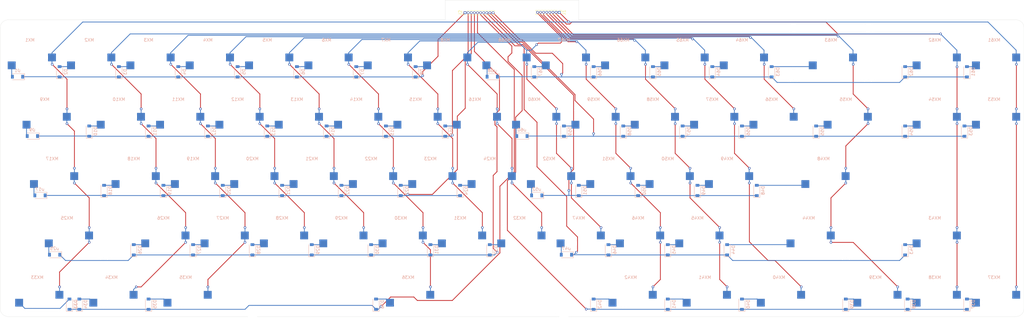
<source format=kicad_pcb>
(kicad_pcb (version 20171130) (host pcbnew 5.1.6)
  (layers (0 F.Cu signal) (31 B.Cu signal) (34 B.Paste user) (35 F.Paste user) (36 B.SilkS user) (37 F.SilkS user) (38 B.Mask user) (39 F.Mask user) (44 Edge.Cuts user))
  (net 0 "")
  (net 1 "Net-(D1-Pad2)")
  (net 2 ROW0)
  (net 3 "Net-(D2-Pad2)")
  (net 4 "Net-(D3-Pad2)")
  (net 5 "Net-(D4-Pad2)")
  (net 6 "Net-(D5-Pad2)")
  (net 7 "Net-(D6-Pad2)")
  (net 8 "Net-(D7-Pad2)")
  (net 9 "Net-(D8-Pad2)")
  (net 10 "Net-(D9-Pad2)")
  (net 11 ROW1)
  (net 12 "Net-(D10-Pad2)")
  (net 13 "Net-(D11-Pad2)")
  (net 14 "Net-(D12-Pad2)")
  (net 15 "Net-(D13-Pad2)")
  (net 16 "Net-(D14-Pad2)")
  (net 17 "Net-(D15-Pad2)")
  (net 18 "Net-(D16-Pad2)")
  (net 19 "Net-(D17-Pad2)")
  (net 20 ROW2)
  (net 21 "Net-(D18-Pad2)")
  (net 22 "Net-(D19-Pad2)")
  (net 23 "Net-(D20-Pad2)")
  (net 24 "Net-(D21-Pad2)")
  (net 25 "Net-(D22-Pad2)")
  (net 26 "Net-(D23-Pad2)")
  (net 27 "Net-(D24-Pad2)")
  (net 28 "Net-(D25-Pad2)")
  (net 29 ROW3)
  (net 30 "Net-(D26-Pad2)")
  (net 31 "Net-(D27-Pad2)")
  (net 32 "Net-(D28-Pad2)")
  (net 33 "Net-(D29-Pad2)")
  (net 34 "Net-(D30-Pad2)")
  (net 35 "Net-(D31-Pad2)")
  (net 36 "Net-(D32-Pad2)")
  (net 37 "Net-(D33-Pad2)")
  (net 38 ROW4)
  (net 39 "Net-(D34-Pad2)")
  (net 40 "Net-(D35-Pad2)")
  (net 41 "Net-(D36-Pad2)")
  (net 42 "Net-(D37-Pad2)")
  (net 43 ROW5)
  (net 44 "Net-(D38-Pad2)")
  (net 45 "Net-(D39-Pad2)")
  (net 46 "Net-(D40-Pad2)")
  (net 47 "Net-(D41-Pad2)")
  (net 48 "Net-(D42-Pad2)")
  (net 49 "Net-(D43-Pad2)")
  (net 50 ROW6)
  (net 51 "Net-(D44-Pad2)")
  (net 52 "Net-(D45-Pad2)")
  (net 53 "Net-(D46-Pad2)")
  (net 54 "Net-(D47-Pad2)")
  (net 55 "Net-(D48-Pad2)")
  (net 56 ROW7)
  (net 57 "Net-(D49-Pad2)")
  (net 58 "Net-(D50-Pad2)")
  (net 59 "Net-(D51-Pad2)")
  (net 60 "Net-(D52-Pad2)")
  (net 61 "Net-(D53-Pad2)")
  (net 62 ROW8)
  (net 63 "Net-(D54-Pad2)")
  (net 64 "Net-(D55-Pad2)")
  (net 65 "Net-(D56-Pad2)")
  (net 66 "Net-(D57-Pad2)")
  (net 67 "Net-(D58-Pad2)")
  (net 68 "Net-(D59-Pad2)")
  (net 69 "Net-(D60-Pad2)")
  (net 70 "Net-(D61-Pad2)")
  (net 71 ROW9)
  (net 72 "Net-(D62-Pad2)")
  (net 73 "Net-(D63-Pad2)")
  (net 74 "Net-(D64-Pad2)")
  (net 75 "Net-(D65-Pad2)")
  (net 76 "Net-(D66-Pad2)")
  (net 77 "Net-(D67-Pad2)")
  (net 78 "Net-(D68-Pad2)")
  (net 79 COL0)
  (net 80 COL1)
  (net 81 COL2)
  (net 82 COL3)
  (net 83 COL4)
  (net 84 COL5)
  (net 85 COL6)
  (net 86 COL7)
  (module Connector_PinHeader_1.00mm:PinHeader_1x10_P1.00mm_Vertical (layer F.Cu) (at 165.1 13.589 90)
    (fp_text reference J2 (at 0 -1.56 90) (layer F.SilkS))
    (fp_text value Rows)
    (pad 10 thru_hole oval (at 0 9 90) (size 0.85 0.85) (drill 0.5) (layers *.Cu *.Mask) (net 71 ROW9))
    (pad 9 thru_hole oval (at 0 8 90) (size 0.85 0.85) (drill 0.5) (layers *.Cu *.Mask) (net 62 ROW8))
    (pad 8 thru_hole oval (at 0 7 90) (size 0.85 0.85) (drill 0.5) (layers *.Cu *.Mask) (net 56 ROW7))
    (pad 7 thru_hole oval (at 0 6 90) (size 0.85 0.85) (drill 0.5) (layers *.Cu *.Mask) (net 50 ROW6))
    (pad 6 thru_hole oval (at 0 5 90) (size 0.85 0.85) (drill 0.5) (layers *.Cu *.Mask) (net 43 ROW5))
    (pad 5 thru_hole oval (at 0 4 90) (size 0.85 0.85) (drill 0.5) (layers *.Cu *.Mask) (net 38 ROW4))
    (pad 4 thru_hole oval (at 0 3 90) (size 0.85 0.85) (drill 0.5) (layers *.Cu *.Mask) (net 29 ROW3))
    (pad 3 thru_hole oval (at 0 2 90) (size 0.85 0.85) (drill 0.5) (layers *.Cu *.Mask) (net 20 ROW2))
    (pad 2 thru_hole oval (at 0 1 90) (size 0.85 0.85) (drill 0.5) (layers *.Cu *.Mask) (net 11 ROW1))
    (pad 1 thru_hole rect (at 0 0 90) (size 0.85 0.85) (drill 0.5) (layers *.Cu *.Mask) (net 2 ROW0))
  )
  (module Connector_PinHeader_1.00mm:PinHeader_1x08_P1.00mm_Vertical (layer F.Cu) (at 195.326 13.462 270)
    (fp_text reference J1 (at 0 -1.56 90) (layer F.SilkS))
    (fp_text value Columns)
    (pad 1 thru_hole rect (at 0 0 270) (size 0.85 0.85) (drill 0.5) (layers *.Cu *.Mask) (net 79 COL0))
    (pad 2 thru_hole oval (at 0 1 270) (size 0.85 0.85) (drill 0.5) (layers *.Cu *.Mask) (net 80 COL1))
    (pad 3 thru_hole oval (at 0 2 270) (size 0.85 0.85) (drill 0.5) (layers *.Cu *.Mask) (net 81 COL2))
    (pad 4 thru_hole oval (at 0 3 270) (size 0.85 0.85) (drill 0.5) (layers *.Cu *.Mask) (net 82 COL3))
    (pad 5 thru_hole oval (at 0 4 270) (size 0.85 0.85) (drill 0.5) (layers *.Cu *.Mask) (net 83 COL4))
    (pad 6 thru_hole oval (at 0 5 270) (size 0.85 0.85) (drill 0.5) (layers *.Cu *.Mask) (net 84 COL5))
    (pad 7 thru_hole oval (at 0 6 270) (size 0.85 0.85) (drill 0.5) (layers *.Cu *.Mask) (net 85 COL6))
    (pad 8 thru_hole oval (at 0 7 270) (size 0.85 0.85) (drill 0.5) (layers *.Cu *.Mask) (net 86 COL7))
  )
  (module MX_Only:MXOnly-1U-Hotswap (layer F.Cu) (at 25.4 25.4 180)
    (fp_text reference MX1)
    (fp_text value MX-NoLED)
    (fp_text user %R (at 0 3.048) (layer B.SilkS) (effects (justify mirror)))
    (pad 2 smd rect (at 5.842 -5.08 180) (size 2.55 2.5) (layers B.Cu B.Paste B.Mask) (net 1 "Net-(D1-Pad2)"))
    (pad 1 smd rect (at -7.085 -2.54 180) (size 2.55 2.5) (layers B.Cu B.Paste B.Mask) (net 79 COL0))
    (pad "" np_thru_hole circle (at 5.08 0 228.0996) (size 1.75 1.75) (drill 1.75) (layers *.Cu *.Mask))
    (pad "" np_thru_hole circle (at -5.08 0 228.0996) (size 1.75 1.75) (drill 1.75) (layers *.Cu *.Mask))
    (pad "" np_thru_hole circle (at -3.81 -2.54 180) (size 3 3) (drill 3) (layers *.Cu *.Mask))
    (pad "" np_thru_hole circle (at 0 0 180) (size 3.9878 3.9878) (drill 3.9878) (layers *.Cu *.Mask))
    (pad "" np_thru_hole circle (at 2.54 -5.08 180) (size 3 3) (drill 3) (layers *.Cu *.Mask))
  )
  (module MX_Only:MXOnly-1U-Hotswap (layer F.Cu) (at 44.45 25.4 180)
    (fp_text reference MX2)
    (fp_text value MX-NoLED)
    (fp_text user %R (at 0 3.048) (layer B.SilkS) (effects (justify mirror)))
    (pad 2 smd rect (at 5.842 -5.08 180) (size 2.55 2.5) (layers B.Cu B.Paste B.Mask) (net 3 "Net-(D2-Pad2)"))
    (pad 1 smd rect (at -7.085 -2.54 180) (size 2.55 2.5) (layers B.Cu B.Paste B.Mask) (net 80 COL1))
    (pad "" np_thru_hole circle (at 5.08 0 228.0996) (size 1.75 1.75) (drill 1.75) (layers *.Cu *.Mask))
    (pad "" np_thru_hole circle (at -5.08 0 228.0996) (size 1.75 1.75) (drill 1.75) (layers *.Cu *.Mask))
    (pad "" np_thru_hole circle (at -3.81 -2.54 180) (size 3 3) (drill 3) (layers *.Cu *.Mask))
    (pad "" np_thru_hole circle (at 0 0 180) (size 3.9878 3.9878) (drill 3.9878) (layers *.Cu *.Mask))
    (pad "" np_thru_hole circle (at 2.54 -5.08 180) (size 3 3) (drill 3) (layers *.Cu *.Mask))
  )
  (module MX_Only:MXOnly-1U-Hotswap (layer F.Cu) (at 63.5 25.4 180)
    (fp_text reference MX3)
    (fp_text value MX-NoLED)
    (fp_text user %R (at 0 3.048) (layer B.SilkS) (effects (justify mirror)))
    (pad 2 smd rect (at 5.842 -5.08 180) (size 2.55 2.5) (layers B.Cu B.Paste B.Mask) (net 4 "Net-(D3-Pad2)"))
    (pad 1 smd rect (at -7.085 -2.54 180) (size 2.55 2.5) (layers B.Cu B.Paste B.Mask) (net 81 COL2))
    (pad "" np_thru_hole circle (at 5.08 0 228.0996) (size 1.75 1.75) (drill 1.75) (layers *.Cu *.Mask))
    (pad "" np_thru_hole circle (at -5.08 0 228.0996) (size 1.75 1.75) (drill 1.75) (layers *.Cu *.Mask))
    (pad "" np_thru_hole circle (at -3.81 -2.54 180) (size 3 3) (drill 3) (layers *.Cu *.Mask))
    (pad "" np_thru_hole circle (at 0 0 180) (size 3.9878 3.9878) (drill 3.9878) (layers *.Cu *.Mask))
    (pad "" np_thru_hole circle (at 2.54 -5.08 180) (size 3 3) (drill 3) (layers *.Cu *.Mask))
  )
  (module MX_Only:MXOnly-1U-Hotswap (layer F.Cu) (at 82.55 25.4 180)
    (fp_text reference MX4)
    (fp_text value MX-NoLED)
    (fp_text user %R (at 0 3.048) (layer B.SilkS) (effects (justify mirror)))
    (pad 2 smd rect (at 5.842 -5.08 180) (size 2.55 2.5) (layers B.Cu B.Paste B.Mask) (net 5 "Net-(D4-Pad2)"))
    (pad 1 smd rect (at -7.085 -2.54 180) (size 2.55 2.5) (layers B.Cu B.Paste B.Mask) (net 82 COL3))
    (pad "" np_thru_hole circle (at 5.08 0 228.0996) (size 1.75 1.75) (drill 1.75) (layers *.Cu *.Mask))
    (pad "" np_thru_hole circle (at -5.08 0 228.0996) (size 1.75 1.75) (drill 1.75) (layers *.Cu *.Mask))
    (pad "" np_thru_hole circle (at -3.81 -2.54 180) (size 3 3) (drill 3) (layers *.Cu *.Mask))
    (pad "" np_thru_hole circle (at 0 0 180) (size 3.9878 3.9878) (drill 3.9878) (layers *.Cu *.Mask))
    (pad "" np_thru_hole circle (at 2.54 -5.08 180) (size 3 3) (drill 3) (layers *.Cu *.Mask))
  )
  (module MX_Only:MXOnly-1U-Hotswap (layer F.Cu) (at 101.6 25.4 180)
    (fp_text reference MX5)
    (fp_text value MX-NoLED)
    (fp_text user %R (at 0 3.048) (layer B.SilkS) (effects (justify mirror)))
    (pad 2 smd rect (at 5.842 -5.08 180) (size 2.55 2.5) (layers B.Cu B.Paste B.Mask) (net 6 "Net-(D5-Pad2)"))
    (pad 1 smd rect (at -7.085 -2.54 180) (size 2.55 2.5) (layers B.Cu B.Paste B.Mask) (net 83 COL4))
    (pad "" np_thru_hole circle (at 5.08 0 228.0996) (size 1.75 1.75) (drill 1.75) (layers *.Cu *.Mask))
    (pad "" np_thru_hole circle (at -5.08 0 228.0996) (size 1.75 1.75) (drill 1.75) (layers *.Cu *.Mask))
    (pad "" np_thru_hole circle (at -3.81 -2.54 180) (size 3 3) (drill 3) (layers *.Cu *.Mask))
    (pad "" np_thru_hole circle (at 0 0 180) (size 3.9878 3.9878) (drill 3.9878) (layers *.Cu *.Mask))
    (pad "" np_thru_hole circle (at 2.54 -5.08 180) (size 3 3) (drill 3) (layers *.Cu *.Mask))
  )
  (module MX_Only:MXOnly-1U-Hotswap (layer F.Cu) (at 120.65 25.4 180)
    (fp_text reference MX6)
    (fp_text value MX-NoLED)
    (fp_text user %R (at 0 3.048) (layer B.SilkS) (effects (justify mirror)))
    (pad 2 smd rect (at 5.842 -5.08 180) (size 2.55 2.5) (layers B.Cu B.Paste B.Mask) (net 7 "Net-(D6-Pad2)"))
    (pad 1 smd rect (at -7.085 -2.54 180) (size 2.55 2.5) (layers B.Cu B.Paste B.Mask) (net 84 COL5))
    (pad "" np_thru_hole circle (at 5.08 0 228.0996) (size 1.75 1.75) (drill 1.75) (layers *.Cu *.Mask))
    (pad "" np_thru_hole circle (at -5.08 0 228.0996) (size 1.75 1.75) (drill 1.75) (layers *.Cu *.Mask))
    (pad "" np_thru_hole circle (at -3.81 -2.54 180) (size 3 3) (drill 3) (layers *.Cu *.Mask))
    (pad "" np_thru_hole circle (at 0 0 180) (size 3.9878 3.9878) (drill 3.9878) (layers *.Cu *.Mask))
    (pad "" np_thru_hole circle (at 2.54 -5.08 180) (size 3 3) (drill 3) (layers *.Cu *.Mask))
  )
  (module MX_Only:MXOnly-1U-Hotswap (layer F.Cu) (at 139.7 25.4 180)
    (fp_text reference MX7)
    (fp_text value MX-NoLED)
    (fp_text user %R (at 0 3.048) (layer B.SilkS) (effects (justify mirror)))
    (pad 2 smd rect (at 5.842 -5.08 180) (size 2.55 2.5) (layers B.Cu B.Paste B.Mask) (net 8 "Net-(D7-Pad2)"))
    (pad 1 smd rect (at -7.085 -2.54 180) (size 2.55 2.5) (layers B.Cu B.Paste B.Mask) (net 85 COL6))
    (pad "" np_thru_hole circle (at 5.08 0 228.0996) (size 1.75 1.75) (drill 1.75) (layers *.Cu *.Mask))
    (pad "" np_thru_hole circle (at -5.08 0 228.0996) (size 1.75 1.75) (drill 1.75) (layers *.Cu *.Mask))
    (pad "" np_thru_hole circle (at -3.81 -2.54 180) (size 3 3) (drill 3) (layers *.Cu *.Mask))
    (pad "" np_thru_hole circle (at 0 0 180) (size 3.9878 3.9878) (drill 3.9878) (layers *.Cu *.Mask))
    (pad "" np_thru_hole circle (at 2.54 -5.08 180) (size 3 3) (drill 3) (layers *.Cu *.Mask))
  )
  (module MX_Only:MXOnly-1U-Hotswap (layer F.Cu) (at 158.75 25.4 180)
    (fp_text reference MX8)
    (fp_text value MX-NoLED)
    (fp_text user %R (at 0 3.048) (layer B.SilkS) (effects (justify mirror)))
    (pad 2 smd rect (at 5.842 -5.08 180) (size 2.55 2.5) (layers B.Cu B.Paste B.Mask) (net 9 "Net-(D8-Pad2)"))
    (pad 1 smd rect (at -7.085 -2.54 180) (size 2.55 2.5) (layers B.Cu B.Paste B.Mask) (net 86 COL7))
    (pad "" np_thru_hole circle (at 5.08 0 228.0996) (size 1.75 1.75) (drill 1.75) (layers *.Cu *.Mask))
    (pad "" np_thru_hole circle (at -5.08 0 228.0996) (size 1.75 1.75) (drill 1.75) (layers *.Cu *.Mask))
    (pad "" np_thru_hole circle (at -3.81 -2.54 180) (size 3 3) (drill 3) (layers *.Cu *.Mask))
    (pad "" np_thru_hole circle (at 0 0 180) (size 3.9878 3.9878) (drill 3.9878) (layers *.Cu *.Mask))
    (pad "" np_thru_hole circle (at 2.54 -5.08 180) (size 3 3) (drill 3) (layers *.Cu *.Mask))
  )
  (module MX_Only:MXOnly-1.5U-Hotswap (layer F.Cu) (at 30.1625 44.45 180)
    (fp_text reference MX9)
    (fp_text value MX-NoLED)
    (fp_text user %R (at 0 3.048) (layer B.SilkS) (effects (justify mirror)))
    (pad 2 smd rect (at 5.842 -5.08 180) (size 2.55 2.5) (layers B.Cu B.Paste B.Mask) (net 10 "Net-(D9-Pad2)"))
    (pad 1 smd rect (at -7.085 -2.54 180) (size 2.55 2.5) (layers B.Cu B.Paste B.Mask) (net 79 COL0))
    (pad "" np_thru_hole circle (at 5.08 0 228.0996) (size 1.75 1.75) (drill 1.75) (layers *.Cu *.Mask))
    (pad "" np_thru_hole circle (at -5.08 0 228.0996) (size 1.75 1.75) (drill 1.75) (layers *.Cu *.Mask))
    (pad "" np_thru_hole circle (at -3.81 -2.54 180) (size 3 3) (drill 3) (layers *.Cu *.Mask))
    (pad "" np_thru_hole circle (at 0 0 180) (size 3.9878 3.9878) (drill 3.9878) (layers *.Cu *.Mask))
    (pad "" np_thru_hole circle (at 2.54 -5.08 180) (size 3 3) (drill 3) (layers *.Cu *.Mask))
  )
  (module MX_Only:MXOnly-1U-Hotswap (layer F.Cu) (at 53.975 44.45 180)
    (fp_text reference MX10)
    (fp_text value MX-NoLED)
    (fp_text user %R (at 0 3.048) (layer B.SilkS) (effects (justify mirror)))
    (pad 2 smd rect (at 5.842 -5.08 180) (size 2.55 2.5) (layers B.Cu B.Paste B.Mask) (net 12 "Net-(D10-Pad2)"))
    (pad 1 smd rect (at -7.085 -2.54 180) (size 2.55 2.5) (layers B.Cu B.Paste B.Mask) (net 80 COL1))
    (pad "" np_thru_hole circle (at 5.08 0 228.0996) (size 1.75 1.75) (drill 1.75) (layers *.Cu *.Mask))
    (pad "" np_thru_hole circle (at -5.08 0 228.0996) (size 1.75 1.75) (drill 1.75) (layers *.Cu *.Mask))
    (pad "" np_thru_hole circle (at -3.81 -2.54 180) (size 3 3) (drill 3) (layers *.Cu *.Mask))
    (pad "" np_thru_hole circle (at 0 0 180) (size 3.9878 3.9878) (drill 3.9878) (layers *.Cu *.Mask))
    (pad "" np_thru_hole circle (at 2.54 -5.08 180) (size 3 3) (drill 3) (layers *.Cu *.Mask))
  )
  (module MX_Only:MXOnly-1U-Hotswap (layer F.Cu) (at 73.025 44.45 180)
    (fp_text reference MX11)
    (fp_text value MX-NoLED)
    (fp_text user %R (at 0 3.048) (layer B.SilkS) (effects (justify mirror)))
    (pad 2 smd rect (at 5.842 -5.08 180) (size 2.55 2.5) (layers B.Cu B.Paste B.Mask) (net 13 "Net-(D11-Pad2)"))
    (pad 1 smd rect (at -7.085 -2.54 180) (size 2.55 2.5) (layers B.Cu B.Paste B.Mask) (net 81 COL2))
    (pad "" np_thru_hole circle (at 5.08 0 228.0996) (size 1.75 1.75) (drill 1.75) (layers *.Cu *.Mask))
    (pad "" np_thru_hole circle (at -5.08 0 228.0996) (size 1.75 1.75) (drill 1.75) (layers *.Cu *.Mask))
    (pad "" np_thru_hole circle (at -3.81 -2.54 180) (size 3 3) (drill 3) (layers *.Cu *.Mask))
    (pad "" np_thru_hole circle (at 0 0 180) (size 3.9878 3.9878) (drill 3.9878) (layers *.Cu *.Mask))
    (pad "" np_thru_hole circle (at 2.54 -5.08 180) (size 3 3) (drill 3) (layers *.Cu *.Mask))
  )
  (module MX_Only:MXOnly-1U-Hotswap (layer F.Cu) (at 92.075 44.45 180)
    (fp_text reference MX12)
    (fp_text value MX-NoLED)
    (fp_text user %R (at 0 3.048) (layer B.SilkS) (effects (justify mirror)))
    (pad 2 smd rect (at 5.842 -5.08 180) (size 2.55 2.5) (layers B.Cu B.Paste B.Mask) (net 14 "Net-(D12-Pad2)"))
    (pad 1 smd rect (at -7.085 -2.54 180) (size 2.55 2.5) (layers B.Cu B.Paste B.Mask) (net 82 COL3))
    (pad "" np_thru_hole circle (at 5.08 0 228.0996) (size 1.75 1.75) (drill 1.75) (layers *.Cu *.Mask))
    (pad "" np_thru_hole circle (at -5.08 0 228.0996) (size 1.75 1.75) (drill 1.75) (layers *.Cu *.Mask))
    (pad "" np_thru_hole circle (at -3.81 -2.54 180) (size 3 3) (drill 3) (layers *.Cu *.Mask))
    (pad "" np_thru_hole circle (at 0 0 180) (size 3.9878 3.9878) (drill 3.9878) (layers *.Cu *.Mask))
    (pad "" np_thru_hole circle (at 2.54 -5.08 180) (size 3 3) (drill 3) (layers *.Cu *.Mask))
  )
  (module MX_Only:MXOnly-1U-Hotswap (layer F.Cu) (at 111.125 44.45 180)
    (fp_text reference MX13)
    (fp_text value MX-NoLED)
    (fp_text user %R (at 0 3.048) (layer B.SilkS) (effects (justify mirror)))
    (pad 2 smd rect (at 5.842 -5.08 180) (size 2.55 2.5) (layers B.Cu B.Paste B.Mask) (net 15 "Net-(D13-Pad2)"))
    (pad 1 smd rect (at -7.085 -2.54 180) (size 2.55 2.5) (layers B.Cu B.Paste B.Mask) (net 83 COL4))
    (pad "" np_thru_hole circle (at 5.08 0 228.0996) (size 1.75 1.75) (drill 1.75) (layers *.Cu *.Mask))
    (pad "" np_thru_hole circle (at -5.08 0 228.0996) (size 1.75 1.75) (drill 1.75) (layers *.Cu *.Mask))
    (pad "" np_thru_hole circle (at -3.81 -2.54 180) (size 3 3) (drill 3) (layers *.Cu *.Mask))
    (pad "" np_thru_hole circle (at 0 0 180) (size 3.9878 3.9878) (drill 3.9878) (layers *.Cu *.Mask))
    (pad "" np_thru_hole circle (at 2.54 -5.08 180) (size 3 3) (drill 3) (layers *.Cu *.Mask))
  )
  (module MX_Only:MXOnly-1U-Hotswap (layer F.Cu) (at 130.175 44.45 180)
    (fp_text reference MX14)
    (fp_text value MX-NoLED)
    (fp_text user %R (at 0 3.048) (layer B.SilkS) (effects (justify mirror)))
    (pad 2 smd rect (at 5.842 -5.08 180) (size 2.55 2.5) (layers B.Cu B.Paste B.Mask) (net 16 "Net-(D14-Pad2)"))
    (pad 1 smd rect (at -7.085 -2.54 180) (size 2.55 2.5) (layers B.Cu B.Paste B.Mask) (net 84 COL5))
    (pad "" np_thru_hole circle (at 5.08 0 228.0996) (size 1.75 1.75) (drill 1.75) (layers *.Cu *.Mask))
    (pad "" np_thru_hole circle (at -5.08 0 228.0996) (size 1.75 1.75) (drill 1.75) (layers *.Cu *.Mask))
    (pad "" np_thru_hole circle (at -3.81 -2.54 180) (size 3 3) (drill 3) (layers *.Cu *.Mask))
    (pad "" np_thru_hole circle (at 0 0 180) (size 3.9878 3.9878) (drill 3.9878) (layers *.Cu *.Mask))
    (pad "" np_thru_hole circle (at 2.54 -5.08 180) (size 3 3) (drill 3) (layers *.Cu *.Mask))
  )
  (module MX_Only:MXOnly-1U-Hotswap (layer F.Cu) (at 149.225 44.45 180)
    (fp_text reference MX15)
    (fp_text value MX-NoLED)
    (fp_text user %R (at 0 3.048) (layer B.SilkS) (effects (justify mirror)))
    (pad 2 smd rect (at 5.842 -5.08 180) (size 2.55 2.5) (layers B.Cu B.Paste B.Mask) (net 17 "Net-(D15-Pad2)"))
    (pad 1 smd rect (at -7.085 -2.54 180) (size 2.55 2.5) (layers B.Cu B.Paste B.Mask) (net 85 COL6))
    (pad "" np_thru_hole circle (at 5.08 0 228.0996) (size 1.75 1.75) (drill 1.75) (layers *.Cu *.Mask))
    (pad "" np_thru_hole circle (at -5.08 0 228.0996) (size 1.75 1.75) (drill 1.75) (layers *.Cu *.Mask))
    (pad "" np_thru_hole circle (at -3.81 -2.54 180) (size 3 3) (drill 3) (layers *.Cu *.Mask))
    (pad "" np_thru_hole circle (at 0 0 180) (size 3.9878 3.9878) (drill 3.9878) (layers *.Cu *.Mask))
    (pad "" np_thru_hole circle (at 2.54 -5.08 180) (size 3 3) (drill 3) (layers *.Cu *.Mask))
  )
  (module MX_Only:MXOnly-1U-Hotswap (layer F.Cu) (at 168.275 44.45 180)
    (fp_text reference MX16)
    (fp_text value MX-NoLED)
    (fp_text user %R (at 0 3.048) (layer B.SilkS) (effects (justify mirror)))
    (pad 2 smd rect (at 5.842 -5.08 180) (size 2.55 2.5) (layers B.Cu B.Paste B.Mask) (net 18 "Net-(D16-Pad2)"))
    (pad 1 smd rect (at -7.085 -2.54 180) (size 2.55 2.5) (layers B.Cu B.Paste B.Mask) (net 86 COL7))
    (pad "" np_thru_hole circle (at 5.08 0 228.0996) (size 1.75 1.75) (drill 1.75) (layers *.Cu *.Mask))
    (pad "" np_thru_hole circle (at -5.08 0 228.0996) (size 1.75 1.75) (drill 1.75) (layers *.Cu *.Mask))
    (pad "" np_thru_hole circle (at -3.81 -2.54 180) (size 3 3) (drill 3) (layers *.Cu *.Mask))
    (pad "" np_thru_hole circle (at 0 0 180) (size 3.9878 3.9878) (drill 3.9878) (layers *.Cu *.Mask))
    (pad "" np_thru_hole circle (at 2.54 -5.08 180) (size 3 3) (drill 3) (layers *.Cu *.Mask))
  )
  (module MX_Only:MXOnly-1.75U-Hotswap (layer F.Cu) (at 32.54375 63.5 180)
    (fp_text reference MX17)
    (fp_text value MX-NoLED)
    (fp_text user %R (at 0 3.048) (layer B.SilkS) (effects (justify mirror)))
    (pad 2 smd rect (at 5.842 -5.08 180) (size 2.55 2.5) (layers B.Cu B.Paste B.Mask) (net 19 "Net-(D17-Pad2)"))
    (pad 1 smd rect (at -7.085 -2.54 180) (size 2.55 2.5) (layers B.Cu B.Paste B.Mask) (net 79 COL0))
    (pad "" np_thru_hole circle (at 5.08 0 228.0996) (size 1.75 1.75) (drill 1.75) (layers *.Cu *.Mask))
    (pad "" np_thru_hole circle (at -5.08 0 228.0996) (size 1.75 1.75) (drill 1.75) (layers *.Cu *.Mask))
    (pad "" np_thru_hole circle (at -3.81 -2.54 180) (size 3 3) (drill 3) (layers *.Cu *.Mask))
    (pad "" np_thru_hole circle (at 0 0 180) (size 3.9878 3.9878) (drill 3.9878) (layers *.Cu *.Mask))
    (pad "" np_thru_hole circle (at 2.54 -5.08 180) (size 3 3) (drill 3) (layers *.Cu *.Mask))
  )
  (module MX_Only:MXOnly-1U-Hotswap (layer F.Cu) (at 58.7375 63.5 180)
    (fp_text reference MX18)
    (fp_text value MX-NoLED)
    (fp_text user %R (at 0 3.048) (layer B.SilkS) (effects (justify mirror)))
    (pad 2 smd rect (at 5.842 -5.08 180) (size 2.55 2.5) (layers B.Cu B.Paste B.Mask) (net 21 "Net-(D18-Pad2)"))
    (pad 1 smd rect (at -7.085 -2.54 180) (size 2.55 2.5) (layers B.Cu B.Paste B.Mask) (net 80 COL1))
    (pad "" np_thru_hole circle (at 5.08 0 228.0996) (size 1.75 1.75) (drill 1.75) (layers *.Cu *.Mask))
    (pad "" np_thru_hole circle (at -5.08 0 228.0996) (size 1.75 1.75) (drill 1.75) (layers *.Cu *.Mask))
    (pad "" np_thru_hole circle (at -3.81 -2.54 180) (size 3 3) (drill 3) (layers *.Cu *.Mask))
    (pad "" np_thru_hole circle (at 0 0 180) (size 3.9878 3.9878) (drill 3.9878) (layers *.Cu *.Mask))
    (pad "" np_thru_hole circle (at 2.54 -5.08 180) (size 3 3) (drill 3) (layers *.Cu *.Mask))
  )
  (module MX_Only:MXOnly-1U-Hotswap (layer F.Cu) (at 77.7875 63.5 180)
    (fp_text reference MX19)
    (fp_text value MX-NoLED)
    (fp_text user %R (at 0 3.048) (layer B.SilkS) (effects (justify mirror)))
    (pad 2 smd rect (at 5.842 -5.08 180) (size 2.55 2.5) (layers B.Cu B.Paste B.Mask) (net 22 "Net-(D19-Pad2)"))
    (pad 1 smd rect (at -7.085 -2.54 180) (size 2.55 2.5) (layers B.Cu B.Paste B.Mask) (net 81 COL2))
    (pad "" np_thru_hole circle (at 5.08 0 228.0996) (size 1.75 1.75) (drill 1.75) (layers *.Cu *.Mask))
    (pad "" np_thru_hole circle (at -5.08 0 228.0996) (size 1.75 1.75) (drill 1.75) (layers *.Cu *.Mask))
    (pad "" np_thru_hole circle (at -3.81 -2.54 180) (size 3 3) (drill 3) (layers *.Cu *.Mask))
    (pad "" np_thru_hole circle (at 0 0 180) (size 3.9878 3.9878) (drill 3.9878) (layers *.Cu *.Mask))
    (pad "" np_thru_hole circle (at 2.54 -5.08 180) (size 3 3) (drill 3) (layers *.Cu *.Mask))
  )
  (module MX_Only:MXOnly-1U-Hotswap (layer F.Cu) (at 96.8375 63.5 180)
    (fp_text reference MX20)
    (fp_text value MX-NoLED)
    (fp_text user %R (at 0 3.048) (layer B.SilkS) (effects (justify mirror)))
    (pad 2 smd rect (at 5.842 -5.08 180) (size 2.55 2.5) (layers B.Cu B.Paste B.Mask) (net 23 "Net-(D20-Pad2)"))
    (pad 1 smd rect (at -7.085 -2.54 180) (size 2.55 2.5) (layers B.Cu B.Paste B.Mask) (net 82 COL3))
    (pad "" np_thru_hole circle (at 5.08 0 228.0996) (size 1.75 1.75) (drill 1.75) (layers *.Cu *.Mask))
    (pad "" np_thru_hole circle (at -5.08 0 228.0996) (size 1.75 1.75) (drill 1.75) (layers *.Cu *.Mask))
    (pad "" np_thru_hole circle (at -3.81 -2.54 180) (size 3 3) (drill 3) (layers *.Cu *.Mask))
    (pad "" np_thru_hole circle (at 0 0 180) (size 3.9878 3.9878) (drill 3.9878) (layers *.Cu *.Mask))
    (pad "" np_thru_hole circle (at 2.54 -5.08 180) (size 3 3) (drill 3) (layers *.Cu *.Mask))
  )
  (module MX_Only:MXOnly-1U-Hotswap (layer F.Cu) (at 115.8875 63.5 180)
    (fp_text reference MX21)
    (fp_text value MX-NoLED)
    (fp_text user %R (at 0 3.048) (layer B.SilkS) (effects (justify mirror)))
    (pad 2 smd rect (at 5.842 -5.08 180) (size 2.55 2.5) (layers B.Cu B.Paste B.Mask) (net 24 "Net-(D21-Pad2)"))
    (pad 1 smd rect (at -7.085 -2.54 180) (size 2.55 2.5) (layers B.Cu B.Paste B.Mask) (net 83 COL4))
    (pad "" np_thru_hole circle (at 5.08 0 228.0996) (size 1.75 1.75) (drill 1.75) (layers *.Cu *.Mask))
    (pad "" np_thru_hole circle (at -5.08 0 228.0996) (size 1.75 1.75) (drill 1.75) (layers *.Cu *.Mask))
    (pad "" np_thru_hole circle (at -3.81 -2.54 180) (size 3 3) (drill 3) (layers *.Cu *.Mask))
    (pad "" np_thru_hole circle (at 0 0 180) (size 3.9878 3.9878) (drill 3.9878) (layers *.Cu *.Mask))
    (pad "" np_thru_hole circle (at 2.54 -5.08 180) (size 3 3) (drill 3) (layers *.Cu *.Mask))
  )
  (module MX_Only:MXOnly-1U-Hotswap (layer F.Cu) (at 134.9375 63.5 180)
    (fp_text reference MX22)
    (fp_text value MX-NoLED)
    (fp_text user %R (at 0 3.048) (layer B.SilkS) (effects (justify mirror)))
    (pad 2 smd rect (at 5.842 -5.08 180) (size 2.55 2.5) (layers B.Cu B.Paste B.Mask) (net 25 "Net-(D22-Pad2)"))
    (pad 1 smd rect (at -7.085 -2.54 180) (size 2.55 2.5) (layers B.Cu B.Paste B.Mask) (net 84 COL5))
    (pad "" np_thru_hole circle (at 5.08 0 228.0996) (size 1.75 1.75) (drill 1.75) (layers *.Cu *.Mask))
    (pad "" np_thru_hole circle (at -5.08 0 228.0996) (size 1.75 1.75) (drill 1.75) (layers *.Cu *.Mask))
    (pad "" np_thru_hole circle (at -3.81 -2.54 180) (size 3 3) (drill 3) (layers *.Cu *.Mask))
    (pad "" np_thru_hole circle (at 0 0 180) (size 3.9878 3.9878) (drill 3.9878) (layers *.Cu *.Mask))
    (pad "" np_thru_hole circle (at 2.54 -5.08 180) (size 3 3) (drill 3) (layers *.Cu *.Mask))
  )
  (module MX_Only:MXOnly-1U-Hotswap (layer F.Cu) (at 153.9875 63.5 180)
    (fp_text reference MX23)
    (fp_text value MX-NoLED)
    (fp_text user %R (at 0 3.048) (layer B.SilkS) (effects (justify mirror)))
    (pad 2 smd rect (at 5.842 -5.08 180) (size 2.55 2.5) (layers B.Cu B.Paste B.Mask) (net 26 "Net-(D23-Pad2)"))
    (pad 1 smd rect (at -7.085 -2.54 180) (size 2.55 2.5) (layers B.Cu B.Paste B.Mask) (net 85 COL6))
    (pad "" np_thru_hole circle (at 5.08 0 228.0996) (size 1.75 1.75) (drill 1.75) (layers *.Cu *.Mask))
    (pad "" np_thru_hole circle (at -5.08 0 228.0996) (size 1.75 1.75) (drill 1.75) (layers *.Cu *.Mask))
    (pad "" np_thru_hole circle (at -3.81 -2.54 180) (size 3 3) (drill 3) (layers *.Cu *.Mask))
    (pad "" np_thru_hole circle (at 0 0 180) (size 3.9878 3.9878) (drill 3.9878) (layers *.Cu *.Mask))
    (pad "" np_thru_hole circle (at 2.54 -5.08 180) (size 3 3) (drill 3) (layers *.Cu *.Mask))
  )
  (module MX_Only:MXOnly-1U-Hotswap (layer F.Cu) (at 173.0375 63.5 180)
    (fp_text reference MX24)
    (fp_text value MX-NoLED)
    (fp_text user %R (at 0 3.048) (layer B.SilkS) (effects (justify mirror)))
    (pad 2 smd rect (at 5.842 -5.08 180) (size 2.55 2.5) (layers B.Cu B.Paste B.Mask) (net 27 "Net-(D24-Pad2)"))
    (pad 1 smd rect (at -7.085 -2.54 180) (size 2.55 2.5) (layers B.Cu B.Paste B.Mask) (net 86 COL7))
    (pad "" np_thru_hole circle (at 5.08 0 228.0996) (size 1.75 1.75) (drill 1.75) (layers *.Cu *.Mask))
    (pad "" np_thru_hole circle (at -5.08 0 228.0996) (size 1.75 1.75) (drill 1.75) (layers *.Cu *.Mask))
    (pad "" np_thru_hole circle (at -3.81 -2.54 180) (size 3 3) (drill 3) (layers *.Cu *.Mask))
    (pad "" np_thru_hole circle (at 0 0 180) (size 3.9878 3.9878) (drill 3.9878) (layers *.Cu *.Mask))
    (pad "" np_thru_hole circle (at 2.54 -5.08 180) (size 3 3) (drill 3) (layers *.Cu *.Mask))
  )
  (module MX_Only:MXOnly-2.25U-Hotswap-ReversedStabilizers (layer F.Cu) (at 37.30625 82.55 180)
    (fp_text reference MX25)
    (fp_text value MX-NoLED)
    (fp_text user %R (at 0 3.048) (layer B.SilkS) (effects (justify mirror)))
    (pad "" np_thru_hole circle (at -11.938 -8.255 180) (size 3.9878 3.9878) (drill 3.9878) (layers *.Cu *.Mask))
    (pad "" np_thru_hole circle (at 11.938 -8.255 180) (size 3.9878 3.9878) (drill 3.9878) (layers *.Cu *.Mask))
    (pad "" np_thru_hole circle (at -11.938 6.985 180) (size 3.048 3.048) (drill 3.048) (layers *.Cu *.Mask))
    (pad "" np_thru_hole circle (at 11.938 6.985 180) (size 3.048 3.048) (drill 3.048) (layers *.Cu *.Mask))
    (pad 2 smd rect (at 5.842 -5.08 180) (size 2.55 2.5) (layers B.Cu B.Paste B.Mask) (net 28 "Net-(D25-Pad2)"))
    (pad 1 smd rect (at -7.085 -2.54 180) (size 2.55 2.5) (layers B.Cu B.Paste B.Mask) (net 79 COL0))
    (pad "" np_thru_hole circle (at 5.08 0 228.0996) (size 1.75 1.75) (drill 1.75) (layers *.Cu *.Mask))
    (pad "" np_thru_hole circle (at -5.08 0 228.0996) (size 1.75 1.75) (drill 1.75) (layers *.Cu *.Mask))
    (pad "" np_thru_hole circle (at -3.81 -2.54 180) (size 3 3) (drill 3) (layers *.Cu *.Mask))
    (pad "" np_thru_hole circle (at 0 0 180) (size 3.9878 3.9878) (drill 3.9878) (layers *.Cu *.Mask))
    (pad "" np_thru_hole circle (at 2.54 -5.08 180) (size 3 3) (drill 3) (layers *.Cu *.Mask))
  )
  (module MX_Only:MXOnly-1U-Hotswap (layer F.Cu) (at 68.2625 82.55 180)
    (fp_text reference MX26)
    (fp_text value MX-NoLED)
    (fp_text user %R (at 0 3.048) (layer B.SilkS) (effects (justify mirror)))
    (pad 2 smd rect (at 5.842 -5.08 180) (size 2.55 2.5) (layers B.Cu B.Paste B.Mask) (net 30 "Net-(D26-Pad2)"))
    (pad 1 smd rect (at -7.085 -2.54 180) (size 2.55 2.5) (layers B.Cu B.Paste B.Mask) (net 80 COL1))
    (pad "" np_thru_hole circle (at 5.08 0 228.0996) (size 1.75 1.75) (drill 1.75) (layers *.Cu *.Mask))
    (pad "" np_thru_hole circle (at -5.08 0 228.0996) (size 1.75 1.75) (drill 1.75) (layers *.Cu *.Mask))
    (pad "" np_thru_hole circle (at -3.81 -2.54 180) (size 3 3) (drill 3) (layers *.Cu *.Mask))
    (pad "" np_thru_hole circle (at 0 0 180) (size 3.9878 3.9878) (drill 3.9878) (layers *.Cu *.Mask))
    (pad "" np_thru_hole circle (at 2.54 -5.08 180) (size 3 3) (drill 3) (layers *.Cu *.Mask))
  )
  (module MX_Only:MXOnly-1U-Hotswap (layer F.Cu) (at 87.3125 82.55 180)
    (fp_text reference MX27)
    (fp_text value MX-NoLED)
    (fp_text user %R (at 0 3.048) (layer B.SilkS) (effects (justify mirror)))
    (pad 2 smd rect (at 5.842 -5.08 180) (size 2.55 2.5) (layers B.Cu B.Paste B.Mask) (net 31 "Net-(D27-Pad2)"))
    (pad 1 smd rect (at -7.085 -2.54 180) (size 2.55 2.5) (layers B.Cu B.Paste B.Mask) (net 81 COL2))
    (pad "" np_thru_hole circle (at 5.08 0 228.0996) (size 1.75 1.75) (drill 1.75) (layers *.Cu *.Mask))
    (pad "" np_thru_hole circle (at -5.08 0 228.0996) (size 1.75 1.75) (drill 1.75) (layers *.Cu *.Mask))
    (pad "" np_thru_hole circle (at -3.81 -2.54 180) (size 3 3) (drill 3) (layers *.Cu *.Mask))
    (pad "" np_thru_hole circle (at 0 0 180) (size 3.9878 3.9878) (drill 3.9878) (layers *.Cu *.Mask))
    (pad "" np_thru_hole circle (at 2.54 -5.08 180) (size 3 3) (drill 3) (layers *.Cu *.Mask))
  )
  (module MX_Only:MXOnly-1U-Hotswap (layer F.Cu) (at 106.3625 82.55 180)
    (fp_text reference MX28)
    (fp_text value MX-NoLED)
    (fp_text user %R (at 0 3.048) (layer B.SilkS) (effects (justify mirror)))
    (pad 2 smd rect (at 5.842 -5.08 180) (size 2.55 2.5) (layers B.Cu B.Paste B.Mask) (net 32 "Net-(D28-Pad2)"))
    (pad 1 smd rect (at -7.085 -2.54 180) (size 2.55 2.5) (layers B.Cu B.Paste B.Mask) (net 82 COL3))
    (pad "" np_thru_hole circle (at 5.08 0 228.0996) (size 1.75 1.75) (drill 1.75) (layers *.Cu *.Mask))
    (pad "" np_thru_hole circle (at -5.08 0 228.0996) (size 1.75 1.75) (drill 1.75) (layers *.Cu *.Mask))
    (pad "" np_thru_hole circle (at -3.81 -2.54 180) (size 3 3) (drill 3) (layers *.Cu *.Mask))
    (pad "" np_thru_hole circle (at 0 0 180) (size 3.9878 3.9878) (drill 3.9878) (layers *.Cu *.Mask))
    (pad "" np_thru_hole circle (at 2.54 -5.08 180) (size 3 3) (drill 3) (layers *.Cu *.Mask))
  )
  (module MX_Only:MXOnly-1U-Hotswap (layer F.Cu) (at 125.4125 82.55 180)
    (fp_text reference MX29)
    (fp_text value MX-NoLED)
    (fp_text user %R (at 0 3.048) (layer B.SilkS) (effects (justify mirror)))
    (pad 2 smd rect (at 5.842 -5.08 180) (size 2.55 2.5) (layers B.Cu B.Paste B.Mask) (net 33 "Net-(D29-Pad2)"))
    (pad 1 smd rect (at -7.085 -2.54 180) (size 2.55 2.5) (layers B.Cu B.Paste B.Mask) (net 83 COL4))
    (pad "" np_thru_hole circle (at 5.08 0 228.0996) (size 1.75 1.75) (drill 1.75) (layers *.Cu *.Mask))
    (pad "" np_thru_hole circle (at -5.08 0 228.0996) (size 1.75 1.75) (drill 1.75) (layers *.Cu *.Mask))
    (pad "" np_thru_hole circle (at -3.81 -2.54 180) (size 3 3) (drill 3) (layers *.Cu *.Mask))
    (pad "" np_thru_hole circle (at 0 0 180) (size 3.9878 3.9878) (drill 3.9878) (layers *.Cu *.Mask))
    (pad "" np_thru_hole circle (at 2.54 -5.08 180) (size 3 3) (drill 3) (layers *.Cu *.Mask))
  )
  (module MX_Only:MXOnly-1U-Hotswap (layer F.Cu) (at 144.4625 82.55 180)
    (fp_text reference MX30)
    (fp_text value MX-NoLED)
    (fp_text user %R (at 0 3.048) (layer B.SilkS) (effects (justify mirror)))
    (pad 2 smd rect (at 5.842 -5.08 180) (size 2.55 2.5) (layers B.Cu B.Paste B.Mask) (net 34 "Net-(D30-Pad2)"))
    (pad 1 smd rect (at -7.085 -2.54 180) (size 2.55 2.5) (layers B.Cu B.Paste B.Mask) (net 84 COL5))
    (pad "" np_thru_hole circle (at 5.08 0 228.0996) (size 1.75 1.75) (drill 1.75) (layers *.Cu *.Mask))
    (pad "" np_thru_hole circle (at -5.08 0 228.0996) (size 1.75 1.75) (drill 1.75) (layers *.Cu *.Mask))
    (pad "" np_thru_hole circle (at -3.81 -2.54 180) (size 3 3) (drill 3) (layers *.Cu *.Mask))
    (pad "" np_thru_hole circle (at 0 0 180) (size 3.9878 3.9878) (drill 3.9878) (layers *.Cu *.Mask))
    (pad "" np_thru_hole circle (at 2.54 -5.08 180) (size 3 3) (drill 3) (layers *.Cu *.Mask))
  )
  (module MX_Only:MXOnly-1U-Hotswap (layer F.Cu) (at 163.5125 82.55 180)
    (fp_text reference MX31)
    (fp_text value MX-NoLED)
    (fp_text user %R (at 0 3.048) (layer B.SilkS) (effects (justify mirror)))
    (pad 2 smd rect (at 5.842 -5.08 180) (size 2.55 2.5) (layers B.Cu B.Paste B.Mask) (net 35 "Net-(D31-Pad2)"))
    (pad 1 smd rect (at -7.085 -2.54 180) (size 2.55 2.5) (layers B.Cu B.Paste B.Mask) (net 85 COL6))
    (pad "" np_thru_hole circle (at 5.08 0 228.0996) (size 1.75 1.75) (drill 1.75) (layers *.Cu *.Mask))
    (pad "" np_thru_hole circle (at -5.08 0 228.0996) (size 1.75 1.75) (drill 1.75) (layers *.Cu *.Mask))
    (pad "" np_thru_hole circle (at -3.81 -2.54 180) (size 3 3) (drill 3) (layers *.Cu *.Mask))
    (pad "" np_thru_hole circle (at 0 0 180) (size 3.9878 3.9878) (drill 3.9878) (layers *.Cu *.Mask))
    (pad "" np_thru_hole circle (at 2.54 -5.08 180) (size 3 3) (drill 3) (layers *.Cu *.Mask))
  )
  (module MX_Only:MXOnly-1U-Hotswap (layer F.Cu) (at 182.5625 82.55 180)
    (fp_text reference MX32)
    (fp_text value MX-NoLED)
    (fp_text user %R (at 0 3.048) (layer B.SilkS) (effects (justify mirror)))
    (pad 2 smd rect (at 5.842 -5.08 180) (size 2.55 2.5) (layers B.Cu B.Paste B.Mask) (net 36 "Net-(D32-Pad2)"))
    (pad 1 smd rect (at -7.085 -2.54 180) (size 2.55 2.5) (layers B.Cu B.Paste B.Mask) (net 86 COL7))
    (pad "" np_thru_hole circle (at 5.08 0 228.0996) (size 1.75 1.75) (drill 1.75) (layers *.Cu *.Mask))
    (pad "" np_thru_hole circle (at -5.08 0 228.0996) (size 1.75 1.75) (drill 1.75) (layers *.Cu *.Mask))
    (pad "" np_thru_hole circle (at -3.81 -2.54 180) (size 3 3) (drill 3) (layers *.Cu *.Mask))
    (pad "" np_thru_hole circle (at 0 0 180) (size 3.9878 3.9878) (drill 3.9878) (layers *.Cu *.Mask))
    (pad "" np_thru_hole circle (at 2.54 -5.08 180) (size 3 3) (drill 3) (layers *.Cu *.Mask))
  )
  (module MX_Only:MXOnly-1.25U-Hotswap (layer F.Cu) (at 27.78125 101.6 180)
    (fp_text reference MX33)
    (fp_text value MX-NoLED)
    (fp_text user %R (at 0 3.048) (layer B.SilkS) (effects (justify mirror)))
    (pad 2 smd rect (at 5.842 -5.08 180) (size 2.55 2.5) (layers B.Cu B.Paste B.Mask) (net 37 "Net-(D33-Pad2)"))
    (pad 1 smd rect (at -7.085 -2.54 180) (size 2.55 2.5) (layers B.Cu B.Paste B.Mask) (net 79 COL0))
    (pad "" np_thru_hole circle (at 5.08 0 228.0996) (size 1.75 1.75) (drill 1.75) (layers *.Cu *.Mask))
    (pad "" np_thru_hole circle (at -5.08 0 228.0996) (size 1.75 1.75) (drill 1.75) (layers *.Cu *.Mask))
    (pad "" np_thru_hole circle (at -3.81 -2.54 180) (size 3 3) (drill 3) (layers *.Cu *.Mask))
    (pad "" np_thru_hole circle (at 0 0 180) (size 3.9878 3.9878) (drill 3.9878) (layers *.Cu *.Mask))
    (pad "" np_thru_hole circle (at 2.54 -5.08 180) (size 3 3) (drill 3) (layers *.Cu *.Mask))
  )
  (module MX_Only:MXOnly-1.25U-Hotswap (layer F.Cu) (at 51.59375 101.6 180)
    (fp_text reference MX34)
    (fp_text value MX-NoLED)
    (fp_text user %R (at 0 3.048) (layer B.SilkS) (effects (justify mirror)))
    (pad 2 smd rect (at 5.842 -5.08 180) (size 2.55 2.5) (layers B.Cu B.Paste B.Mask) (net 39 "Net-(D34-Pad2)"))
    (pad 1 smd rect (at -7.085 -2.54 180) (size 2.55 2.5) (layers B.Cu B.Paste B.Mask) (net 80 COL1))
    (pad "" np_thru_hole circle (at 5.08 0 228.0996) (size 1.75 1.75) (drill 1.75) (layers *.Cu *.Mask))
    (pad "" np_thru_hole circle (at -5.08 0 228.0996) (size 1.75 1.75) (drill 1.75) (layers *.Cu *.Mask))
    (pad "" np_thru_hole circle (at -3.81 -2.54 180) (size 3 3) (drill 3) (layers *.Cu *.Mask))
    (pad "" np_thru_hole circle (at 0 0 180) (size 3.9878 3.9878) (drill 3.9878) (layers *.Cu *.Mask))
    (pad "" np_thru_hole circle (at 2.54 -5.08 180) (size 3 3) (drill 3) (layers *.Cu *.Mask))
  )
  (module MX_Only:MXOnly-1.25U-Hotswap (layer F.Cu) (at 75.40625 101.6 180)
    (fp_text reference MX35)
    (fp_text value MX-NoLED)
    (fp_text user %R (at 0 3.048) (layer B.SilkS) (effects (justify mirror)))
    (pad 2 smd rect (at 5.842 -5.08 180) (size 2.55 2.5) (layers B.Cu B.Paste B.Mask) (net 40 "Net-(D35-Pad2)"))
    (pad 1 smd rect (at -7.085 -2.54 180) (size 2.55 2.5) (layers B.Cu B.Paste B.Mask) (net 81 COL2))
    (pad "" np_thru_hole circle (at 5.08 0 228.0996) (size 1.75 1.75) (drill 1.75) (layers *.Cu *.Mask))
    (pad "" np_thru_hole circle (at -5.08 0 228.0996) (size 1.75 1.75) (drill 1.75) (layers *.Cu *.Mask))
    (pad "" np_thru_hole circle (at -3.81 -2.54 180) (size 3 3) (drill 3) (layers *.Cu *.Mask))
    (pad "" np_thru_hole circle (at 0 0 180) (size 3.9878 3.9878) (drill 3.9878) (layers *.Cu *.Mask))
    (pad "" np_thru_hole circle (at 2.54 -5.08 180) (size 3 3) (drill 3) (layers *.Cu *.Mask))
  )
  (module MX_Only:MXOnly-6.25U-Hotswap-ReversedStabilizers (layer F.Cu) (at 146.84375 101.6 180)
    (fp_text reference MX36)
    (fp_text value MX-NoLED)
    (fp_text user %R (at 0 3.048) (layer B.SilkS) (effects (justify mirror)))
    (pad "" np_thru_hole circle (at -49.9999 -8.255 180) (size 3.9878 3.9878) (drill 3.9878) (layers *.Cu *.Mask))
    (pad "" np_thru_hole circle (at 49.9999 -8.255 180) (size 3.9878 3.9878) (drill 3.9878) (layers *.Cu *.Mask))
    (pad "" np_thru_hole circle (at -49.9999 6.985 180) (size 3.048 3.048) (drill 3.048) (layers *.Cu *.Mask))
    (pad "" np_thru_hole circle (at 49.9999 6.985 180) (size 3.048 3.048) (drill 3.048) (layers *.Cu *.Mask))
    (pad 2 smd rect (at 5.842 -5.08 180) (size 2.55 2.5) (layers B.Cu B.Paste B.Mask) (net 41 "Net-(D36-Pad2)"))
    (pad 1 smd rect (at -7.085 -2.54 180) (size 2.55 2.5) (layers B.Cu B.Paste B.Mask) (net 84 COL5))
    (pad "" np_thru_hole circle (at 5.08 0 228.0996) (size 1.75 1.75) (drill 1.75) (layers *.Cu *.Mask))
    (pad "" np_thru_hole circle (at -5.08 0 228.0996) (size 1.75 1.75) (drill 1.75) (layers *.Cu *.Mask))
    (pad "" np_thru_hole circle (at -3.81 -2.54 180) (size 3 3) (drill 3) (layers *.Cu *.Mask))
    (pad "" np_thru_hole circle (at 0 0 180) (size 3.9878 3.9878) (drill 3.9878) (layers *.Cu *.Mask))
    (pad "" np_thru_hole circle (at 2.54 -5.08 180) (size 3 3) (drill 3) (layers *.Cu *.Mask))
  )
  (module MX_Only:MXOnly-1U-Hotswap (layer F.Cu) (at 334.9625 101.6 180)
    (fp_text reference MX37)
    (fp_text value MX-NoLED)
    (fp_text user %R (at 0 3.048) (layer B.SilkS) (effects (justify mirror)))
    (pad 2 smd rect (at 5.842 -5.08 180) (size 2.55 2.5) (layers B.Cu B.Paste B.Mask) (net 42 "Net-(D37-Pad2)"))
    (pad 1 smd rect (at -7.085 -2.54 180) (size 2.55 2.5) (layers B.Cu B.Paste B.Mask) (net 79 COL0))
    (pad "" np_thru_hole circle (at 5.08 0 228.0996) (size 1.75 1.75) (drill 1.75) (layers *.Cu *.Mask))
    (pad "" np_thru_hole circle (at -5.08 0 228.0996) (size 1.75 1.75) (drill 1.75) (layers *.Cu *.Mask))
    (pad "" np_thru_hole circle (at -3.81 -2.54 180) (size 3 3) (drill 3) (layers *.Cu *.Mask))
    (pad "" np_thru_hole circle (at 0 0 180) (size 3.9878 3.9878) (drill 3.9878) (layers *.Cu *.Mask))
    (pad "" np_thru_hole circle (at 2.54 -5.08 180) (size 3 3) (drill 3) (layers *.Cu *.Mask))
  )
  (module MX_Only:MXOnly-1U-Hotswap (layer F.Cu) (at 315.9125 101.6 180)
    (fp_text reference MX38)
    (fp_text value MX-NoLED)
    (fp_text user %R (at 0 3.048) (layer B.SilkS) (effects (justify mirror)))
    (pad 2 smd rect (at 5.842 -5.08 180) (size 2.55 2.5) (layers B.Cu B.Paste B.Mask) (net 44 "Net-(D38-Pad2)"))
    (pad 1 smd rect (at -7.085 -2.54 180) (size 2.55 2.5) (layers B.Cu B.Paste B.Mask) (net 80 COL1))
    (pad "" np_thru_hole circle (at 5.08 0 228.0996) (size 1.75 1.75) (drill 1.75) (layers *.Cu *.Mask))
    (pad "" np_thru_hole circle (at -5.08 0 228.0996) (size 1.75 1.75) (drill 1.75) (layers *.Cu *.Mask))
    (pad "" np_thru_hole circle (at -3.81 -2.54 180) (size 3 3) (drill 3) (layers *.Cu *.Mask))
    (pad "" np_thru_hole circle (at 0 0 180) (size 3.9878 3.9878) (drill 3.9878) (layers *.Cu *.Mask))
    (pad "" np_thru_hole circle (at 2.54 -5.08 180) (size 3 3) (drill 3) (layers *.Cu *.Mask))
  )
  (module MX_Only:MXOnly-1U-Hotswap (layer F.Cu) (at 296.8625 101.6 180)
    (fp_text reference MX39)
    (fp_text value MX-NoLED)
    (fp_text user %R (at 0 3.048) (layer B.SilkS) (effects (justify mirror)))
    (pad 2 smd rect (at 5.842 -5.08 180) (size 2.55 2.5) (layers B.Cu B.Paste B.Mask) (net 45 "Net-(D39-Pad2)"))
    (pad 1 smd rect (at -7.085 -2.54 180) (size 2.55 2.5) (layers B.Cu B.Paste B.Mask) (net 81 COL2))
    (pad "" np_thru_hole circle (at 5.08 0 228.0996) (size 1.75 1.75) (drill 1.75) (layers *.Cu *.Mask))
    (pad "" np_thru_hole circle (at -5.08 0 228.0996) (size 1.75 1.75) (drill 1.75) (layers *.Cu *.Mask))
    (pad "" np_thru_hole circle (at -3.81 -2.54 180) (size 3 3) (drill 3) (layers *.Cu *.Mask))
    (pad "" np_thru_hole circle (at 0 0 180) (size 3.9878 3.9878) (drill 3.9878) (layers *.Cu *.Mask))
    (pad "" np_thru_hole circle (at 2.54 -5.08 180) (size 3 3) (drill 3) (layers *.Cu *.Mask))
  )
  (module MX_Only:MXOnly-1.25U-Hotswap (layer F.Cu) (at 265.90625 101.6 180)
    (fp_text reference MX40)
    (fp_text value MX-NoLED)
    (fp_text user %R (at 0 3.048) (layer B.SilkS) (effects (justify mirror)))
    (pad 2 smd rect (at 5.842 -5.08 180) (size 2.55 2.5) (layers B.Cu B.Paste B.Mask) (net 46 "Net-(D40-Pad2)"))
    (pad 1 smd rect (at -7.085 -2.54 180) (size 2.55 2.5) (layers B.Cu B.Paste B.Mask) (net 83 COL4))
    (pad "" np_thru_hole circle (at 5.08 0 228.0996) (size 1.75 1.75) (drill 1.75) (layers *.Cu *.Mask))
    (pad "" np_thru_hole circle (at -5.08 0 228.0996) (size 1.75 1.75) (drill 1.75) (layers *.Cu *.Mask))
    (pad "" np_thru_hole circle (at -3.81 -2.54 180) (size 3 3) (drill 3) (layers *.Cu *.Mask))
    (pad "" np_thru_hole circle (at 0 0 180) (size 3.9878 3.9878) (drill 3.9878) (layers *.Cu *.Mask))
    (pad "" np_thru_hole circle (at 2.54 -5.08 180) (size 3 3) (drill 3) (layers *.Cu *.Mask))
  )
  (module MX_Only:MXOnly-1.25U-Hotswap (layer F.Cu) (at 242.09375 101.6 180)
    (fp_text reference MX41)
    (fp_text value MX-NoLED)
    (fp_text user %R (at 0 3.048) (layer B.SilkS) (effects (justify mirror)))
    (pad 2 smd rect (at 5.842 -5.08 180) (size 2.55 2.5) (layers B.Cu B.Paste B.Mask) (net 47 "Net-(D41-Pad2)"))
    (pad 1 smd rect (at -7.085 -2.54 180) (size 2.55 2.5) (layers B.Cu B.Paste B.Mask) (net 84 COL5))
    (pad "" np_thru_hole circle (at 5.08 0 228.0996) (size 1.75 1.75) (drill 1.75) (layers *.Cu *.Mask))
    (pad "" np_thru_hole circle (at -5.08 0 228.0996) (size 1.75 1.75) (drill 1.75) (layers *.Cu *.Mask))
    (pad "" np_thru_hole circle (at -3.81 -2.54 180) (size 3 3) (drill 3) (layers *.Cu *.Mask))
    (pad "" np_thru_hole circle (at 0 0 180) (size 3.9878 3.9878) (drill 3.9878) (layers *.Cu *.Mask))
    (pad "" np_thru_hole circle (at 2.54 -5.08 180) (size 3 3) (drill 3) (layers *.Cu *.Mask))
  )
  (module MX_Only:MXOnly-1.25U-Hotswap (layer F.Cu) (at 218.28125 101.6 180)
    (fp_text reference MX42)
    (fp_text value MX-NoLED)
    (fp_text user %R (at 0 3.048) (layer B.SilkS) (effects (justify mirror)))
    (pad 2 smd rect (at 5.842 -5.08 180) (size 2.55 2.5) (layers B.Cu B.Paste B.Mask) (net 48 "Net-(D42-Pad2)"))
    (pad 1 smd rect (at -7.085 -2.54 180) (size 2.55 2.5) (layers B.Cu B.Paste B.Mask) (net 85 COL6))
    (pad "" np_thru_hole circle (at 5.08 0 228.0996) (size 1.75 1.75) (drill 1.75) (layers *.Cu *.Mask))
    (pad "" np_thru_hole circle (at -5.08 0 228.0996) (size 1.75 1.75) (drill 1.75) (layers *.Cu *.Mask))
    (pad "" np_thru_hole circle (at -3.81 -2.54 180) (size 3 3) (drill 3) (layers *.Cu *.Mask))
    (pad "" np_thru_hole circle (at 0 0 180) (size 3.9878 3.9878) (drill 3.9878) (layers *.Cu *.Mask))
    (pad "" np_thru_hole circle (at 2.54 -5.08 180) (size 3 3) (drill 3) (layers *.Cu *.Mask))
  )
  (module MX_Only:MXOnly-1U-Hotswap (layer F.Cu) (at 315.9125 82.55 180)
    (fp_text reference MX43)
    (fp_text value MX-NoLED)
    (fp_text user %R (at 0 3.048) (layer B.SilkS) (effects (justify mirror)))
    (pad 2 smd rect (at 5.842 -5.08 180) (size 2.55 2.5) (layers B.Cu B.Paste B.Mask) (net 49 "Net-(D43-Pad2)"))
    (pad 1 smd rect (at -7.085 -2.54 180) (size 2.55 2.5) (layers B.Cu B.Paste B.Mask) (net 80 COL1))
    (pad "" np_thru_hole circle (at 5.08 0 228.0996) (size 1.75 1.75) (drill 1.75) (layers *.Cu *.Mask))
    (pad "" np_thru_hole circle (at -5.08 0 228.0996) (size 1.75 1.75) (drill 1.75) (layers *.Cu *.Mask))
    (pad "" np_thru_hole circle (at -3.81 -2.54 180) (size 3 3) (drill 3) (layers *.Cu *.Mask))
    (pad "" np_thru_hole circle (at 0 0 180) (size 3.9878 3.9878) (drill 3.9878) (layers *.Cu *.Mask))
    (pad "" np_thru_hole circle (at 2.54 -5.08 180) (size 3 3) (drill 3) (layers *.Cu *.Mask))
  )
  (module MX_Only:MXOnly-2.75U-Hotswap-ReversedStabilizers (layer F.Cu) (at 275.43125 82.55 180)
    (fp_text reference MX44)
    (fp_text value MX-NoLED)
    (fp_text user %R (at 0 3.048) (layer B.SilkS) (effects (justify mirror)))
    (pad "" np_thru_hole circle (at -11.938 -8.255 180) (size 3.9878 3.9878) (drill 3.9878) (layers *.Cu *.Mask))
    (pad "" np_thru_hole circle (at 11.938 -8.255 180) (size 3.9878 3.9878) (drill 3.9878) (layers *.Cu *.Mask))
    (pad "" np_thru_hole circle (at -11.938 6.985 180) (size 3.048 3.048) (drill 3.048) (layers *.Cu *.Mask))
    (pad "" np_thru_hole circle (at 11.938 6.985 180) (size 3.048 3.048) (drill 3.048) (layers *.Cu *.Mask))
    (pad 2 smd rect (at 5.842 -5.08 180) (size 2.55 2.5) (layers B.Cu B.Paste B.Mask) (net 51 "Net-(D44-Pad2)"))
    (pad 1 smd rect (at -7.085 -2.54 180) (size 2.55 2.5) (layers B.Cu B.Paste B.Mask) (net 81 COL2))
    (pad "" np_thru_hole circle (at 5.08 0 228.0996) (size 1.75 1.75) (drill 1.75) (layers *.Cu *.Mask))
    (pad "" np_thru_hole circle (at -5.08 0 228.0996) (size 1.75 1.75) (drill 1.75) (layers *.Cu *.Mask))
    (pad "" np_thru_hole circle (at -3.81 -2.54 180) (size 3 3) (drill 3) (layers *.Cu *.Mask))
    (pad "" np_thru_hole circle (at 0 0 180) (size 3.9878 3.9878) (drill 3.9878) (layers *.Cu *.Mask))
    (pad "" np_thru_hole circle (at 2.54 -5.08 180) (size 3 3) (drill 3) (layers *.Cu *.Mask))
  )
  (module MX_Only:MXOnly-1U-Hotswap (layer F.Cu) (at 239.7125 82.55 180)
    (fp_text reference MX45)
    (fp_text value MX-NoLED)
    (fp_text user %R (at 0 3.048) (layer B.SilkS) (effects (justify mirror)))
    (pad 2 smd rect (at 5.842 -5.08 180) (size 2.55 2.5) (layers B.Cu B.Paste B.Mask) (net 52 "Net-(D45-Pad2)"))
    (pad 1 smd rect (at -7.085 -2.54 180) (size 2.55 2.5) (layers B.Cu B.Paste B.Mask) (net 84 COL5))
    (pad "" np_thru_hole circle (at 5.08 0 228.0996) (size 1.75 1.75) (drill 1.75) (layers *.Cu *.Mask))
    (pad "" np_thru_hole circle (at -5.08 0 228.0996) (size 1.75 1.75) (drill 1.75) (layers *.Cu *.Mask))
    (pad "" np_thru_hole circle (at -3.81 -2.54 180) (size 3 3) (drill 3) (layers *.Cu *.Mask))
    (pad "" np_thru_hole circle (at 0 0 180) (size 3.9878 3.9878) (drill 3.9878) (layers *.Cu *.Mask))
    (pad "" np_thru_hole circle (at 2.54 -5.08 180) (size 3 3) (drill 3) (layers *.Cu *.Mask))
  )
  (module MX_Only:MXOnly-1U-Hotswap (layer F.Cu) (at 220.6625 82.55 180)
    (fp_text reference MX46)
    (fp_text value MX-NoLED)
    (fp_text user %R (at 0 3.048) (layer B.SilkS) (effects (justify mirror)))
    (pad 2 smd rect (at 5.842 -5.08 180) (size 2.55 2.5) (layers B.Cu B.Paste B.Mask) (net 53 "Net-(D46-Pad2)"))
    (pad 1 smd rect (at -7.085 -2.54 180) (size 2.55 2.5) (layers B.Cu B.Paste B.Mask) (net 85 COL6))
    (pad "" np_thru_hole circle (at 5.08 0 228.0996) (size 1.75 1.75) (drill 1.75) (layers *.Cu *.Mask))
    (pad "" np_thru_hole circle (at -5.08 0 228.0996) (size 1.75 1.75) (drill 1.75) (layers *.Cu *.Mask))
    (pad "" np_thru_hole circle (at -3.81 -2.54 180) (size 3 3) (drill 3) (layers *.Cu *.Mask))
    (pad "" np_thru_hole circle (at 0 0 180) (size 3.9878 3.9878) (drill 3.9878) (layers *.Cu *.Mask))
    (pad "" np_thru_hole circle (at 2.54 -5.08 180) (size 3 3) (drill 3) (layers *.Cu *.Mask))
  )
  (module MX_Only:MXOnly-1U-Hotswap (layer F.Cu) (at 201.6125 82.55 180)
    (fp_text reference MX47)
    (fp_text value MX-NoLED)
    (fp_text user %R (at 0 3.048) (layer B.SilkS) (effects (justify mirror)))
    (pad 2 smd rect (at 5.842 -5.08 180) (size 2.55 2.5) (layers B.Cu B.Paste B.Mask) (net 54 "Net-(D47-Pad2)"))
    (pad 1 smd rect (at -7.085 -2.54 180) (size 2.55 2.5) (layers B.Cu B.Paste B.Mask) (net 86 COL7))
    (pad "" np_thru_hole circle (at 5.08 0 228.0996) (size 1.75 1.75) (drill 1.75) (layers *.Cu *.Mask))
    (pad "" np_thru_hole circle (at -5.08 0 228.0996) (size 1.75 1.75) (drill 1.75) (layers *.Cu *.Mask))
    (pad "" np_thru_hole circle (at -3.81 -2.54 180) (size 3 3) (drill 3) (layers *.Cu *.Mask))
    (pad "" np_thru_hole circle (at 0 0 180) (size 3.9878 3.9878) (drill 3.9878) (layers *.Cu *.Mask))
    (pad "" np_thru_hole circle (at 2.54 -5.08 180) (size 3 3) (drill 3) (layers *.Cu *.Mask))
  )
  (module MX_Only:MXOnly-2.25U-Hotswap-ReversedStabilizers (layer F.Cu) (at 280.19375 63.5 180)
    (fp_text reference MX48)
    (fp_text value MX-NoLED)
    (fp_text user %R (at 0 3.048) (layer B.SilkS) (effects (justify mirror)))
    (pad "" np_thru_hole circle (at -11.938 -8.255 180) (size 3.9878 3.9878) (drill 3.9878) (layers *.Cu *.Mask))
    (pad "" np_thru_hole circle (at 11.938 -8.255 180) (size 3.9878 3.9878) (drill 3.9878) (layers *.Cu *.Mask))
    (pad "" np_thru_hole circle (at -11.938 6.985 180) (size 3.048 3.048) (drill 3.048) (layers *.Cu *.Mask))
    (pad "" np_thru_hole circle (at 11.938 6.985 180) (size 3.048 3.048) (drill 3.048) (layers *.Cu *.Mask))
    (pad 2 smd rect (at 5.842 -5.08 180) (size 2.55 2.5) (layers B.Cu B.Paste B.Mask) (net 55 "Net-(D48-Pad2)"))
    (pad 1 smd rect (at -7.085 -2.54 180) (size 2.55 2.5) (layers B.Cu B.Paste B.Mask) (net 81 COL2))
    (pad "" np_thru_hole circle (at 5.08 0 228.0996) (size 1.75 1.75) (drill 1.75) (layers *.Cu *.Mask))
    (pad "" np_thru_hole circle (at -5.08 0 228.0996) (size 1.75 1.75) (drill 1.75) (layers *.Cu *.Mask))
    (pad "" np_thru_hole circle (at -3.81 -2.54 180) (size 3 3) (drill 3) (layers *.Cu *.Mask))
    (pad "" np_thru_hole circle (at 0 0 180) (size 3.9878 3.9878) (drill 3.9878) (layers *.Cu *.Mask))
    (pad "" np_thru_hole circle (at 2.54 -5.08 180) (size 3 3) (drill 3) (layers *.Cu *.Mask))
  )
  (module MX_Only:MXOnly-1U-Hotswap (layer F.Cu) (at 249.2375 63.5 180)
    (fp_text reference MX49)
    (fp_text value MX-NoLED)
    (fp_text user %R (at 0 3.048) (layer B.SilkS) (effects (justify mirror)))
    (pad 2 smd rect (at 5.842 -5.08 180) (size 2.55 2.5) (layers B.Cu B.Paste B.Mask) (net 57 "Net-(D49-Pad2)"))
    (pad 1 smd rect (at -7.085 -2.54 180) (size 2.55 2.5) (layers B.Cu B.Paste B.Mask) (net 83 COL4))
    (pad "" np_thru_hole circle (at 5.08 0 228.0996) (size 1.75 1.75) (drill 1.75) (layers *.Cu *.Mask))
    (pad "" np_thru_hole circle (at -5.08 0 228.0996) (size 1.75 1.75) (drill 1.75) (layers *.Cu *.Mask))
    (pad "" np_thru_hole circle (at -3.81 -2.54 180) (size 3 3) (drill 3) (layers *.Cu *.Mask))
    (pad "" np_thru_hole circle (at 0 0 180) (size 3.9878 3.9878) (drill 3.9878) (layers *.Cu *.Mask))
    (pad "" np_thru_hole circle (at 2.54 -5.08 180) (size 3 3) (drill 3) (layers *.Cu *.Mask))
  )
  (module MX_Only:MXOnly-1U-Hotswap (layer F.Cu) (at 230.1875 63.5 180)
    (fp_text reference MX50)
    (fp_text value MX-NoLED)
    (fp_text user %R (at 0 3.048) (layer B.SilkS) (effects (justify mirror)))
    (pad 2 smd rect (at 5.842 -5.08 180) (size 2.55 2.5) (layers B.Cu B.Paste B.Mask) (net 58 "Net-(D50-Pad2)"))
    (pad 1 smd rect (at -7.085 -2.54 180) (size 2.55 2.5) (layers B.Cu B.Paste B.Mask) (net 84 COL5))
    (pad "" np_thru_hole circle (at 5.08 0 228.0996) (size 1.75 1.75) (drill 1.75) (layers *.Cu *.Mask))
    (pad "" np_thru_hole circle (at -5.08 0 228.0996) (size 1.75 1.75) (drill 1.75) (layers *.Cu *.Mask))
    (pad "" np_thru_hole circle (at -3.81 -2.54 180) (size 3 3) (drill 3) (layers *.Cu *.Mask))
    (pad "" np_thru_hole circle (at 0 0 180) (size 3.9878 3.9878) (drill 3.9878) (layers *.Cu *.Mask))
    (pad "" np_thru_hole circle (at 2.54 -5.08 180) (size 3 3) (drill 3) (layers *.Cu *.Mask))
  )
  (module MX_Only:MXOnly-1U-Hotswap (layer F.Cu) (at 211.1375 63.5 180)
    (fp_text reference MX51)
    (fp_text value MX-NoLED)
    (fp_text user %R (at 0 3.048) (layer B.SilkS) (effects (justify mirror)))
    (pad 2 smd rect (at 5.842 -5.08 180) (size 2.55 2.5) (layers B.Cu B.Paste B.Mask) (net 59 "Net-(D51-Pad2)"))
    (pad 1 smd rect (at -7.085 -2.54 180) (size 2.55 2.5) (layers B.Cu B.Paste B.Mask) (net 85 COL6))
    (pad "" np_thru_hole circle (at 5.08 0 228.0996) (size 1.75 1.75) (drill 1.75) (layers *.Cu *.Mask))
    (pad "" np_thru_hole circle (at -5.08 0 228.0996) (size 1.75 1.75) (drill 1.75) (layers *.Cu *.Mask))
    (pad "" np_thru_hole circle (at -3.81 -2.54 180) (size 3 3) (drill 3) (layers *.Cu *.Mask))
    (pad "" np_thru_hole circle (at 0 0 180) (size 3.9878 3.9878) (drill 3.9878) (layers *.Cu *.Mask))
    (pad "" np_thru_hole circle (at 2.54 -5.08 180) (size 3 3) (drill 3) (layers *.Cu *.Mask))
  )
  (module MX_Only:MXOnly-1U-Hotswap (layer F.Cu) (at 192.0875 63.5 180)
    (fp_text reference MX52)
    (fp_text value MX-NoLED)
    (fp_text user %R (at 0 3.048) (layer B.SilkS) (effects (justify mirror)))
    (pad 2 smd rect (at 5.842 -5.08 180) (size 2.55 2.5) (layers B.Cu B.Paste B.Mask) (net 60 "Net-(D52-Pad2)"))
    (pad 1 smd rect (at -7.085 -2.54 180) (size 2.55 2.5) (layers B.Cu B.Paste B.Mask) (net 86 COL7))
    (pad "" np_thru_hole circle (at 5.08 0 228.0996) (size 1.75 1.75) (drill 1.75) (layers *.Cu *.Mask))
    (pad "" np_thru_hole circle (at -5.08 0 228.0996) (size 1.75 1.75) (drill 1.75) (layers *.Cu *.Mask))
    (pad "" np_thru_hole circle (at -3.81 -2.54 180) (size 3 3) (drill 3) (layers *.Cu *.Mask))
    (pad "" np_thru_hole circle (at 0 0 180) (size 3.9878 3.9878) (drill 3.9878) (layers *.Cu *.Mask))
    (pad "" np_thru_hole circle (at 2.54 -5.08 180) (size 3 3) (drill 3) (layers *.Cu *.Mask))
  )
  (module MX_Only:MXOnly-1U-Hotswap (layer F.Cu) (at 334.9625 44.45 180)
    (fp_text reference MX53)
    (fp_text value MX-NoLED)
    (fp_text user %R (at 0 3.048) (layer B.SilkS) (effects (justify mirror)))
    (pad 2 smd rect (at 5.842 -5.08 180) (size 2.55 2.5) (layers B.Cu B.Paste B.Mask) (net 61 "Net-(D53-Pad2)"))
    (pad 1 smd rect (at -7.085 -2.54 180) (size 2.55 2.5) (layers B.Cu B.Paste B.Mask) (net 79 COL0))
    (pad "" np_thru_hole circle (at 5.08 0 228.0996) (size 1.75 1.75) (drill 1.75) (layers *.Cu *.Mask))
    (pad "" np_thru_hole circle (at -5.08 0 228.0996) (size 1.75 1.75) (drill 1.75) (layers *.Cu *.Mask))
    (pad "" np_thru_hole circle (at -3.81 -2.54 180) (size 3 3) (drill 3) (layers *.Cu *.Mask))
    (pad "" np_thru_hole circle (at 0 0 180) (size 3.9878 3.9878) (drill 3.9878) (layers *.Cu *.Mask))
    (pad "" np_thru_hole circle (at 2.54 -5.08 180) (size 3 3) (drill 3) (layers *.Cu *.Mask))
  )
  (module MX_Only:MXOnly-1U-Hotswap (layer F.Cu) (at 315.9125 44.45 180)
    (fp_text reference MX54)
    (fp_text value MX-NoLED)
    (fp_text user %R (at 0 3.048) (layer B.SilkS) (effects (justify mirror)))
    (pad 2 smd rect (at 5.842 -5.08 180) (size 2.55 2.5) (layers B.Cu B.Paste B.Mask) (net 63 "Net-(D54-Pad2)"))
    (pad 1 smd rect (at -7.085 -2.54 180) (size 2.55 2.5) (layers B.Cu B.Paste B.Mask) (net 80 COL1))
    (pad "" np_thru_hole circle (at 5.08 0 228.0996) (size 1.75 1.75) (drill 1.75) (layers *.Cu *.Mask))
    (pad "" np_thru_hole circle (at -5.08 0 228.0996) (size 1.75 1.75) (drill 1.75) (layers *.Cu *.Mask))
    (pad "" np_thru_hole circle (at -3.81 -2.54 180) (size 3 3) (drill 3) (layers *.Cu *.Mask))
    (pad "" np_thru_hole circle (at 0 0 180) (size 3.9878 3.9878) (drill 3.9878) (layers *.Cu *.Mask))
    (pad "" np_thru_hole circle (at 2.54 -5.08 180) (size 3 3) (drill 3) (layers *.Cu *.Mask))
  )
  (module MX_Only:MXOnly-1.5U-Hotswap (layer F.Cu) (at 287.3375 44.45 180)
    (fp_text reference MX55)
    (fp_text value MX-NoLED)
    (fp_text user %R (at 0 3.048) (layer B.SilkS) (effects (justify mirror)))
    (pad 2 smd rect (at 5.842 -5.08 180) (size 2.55 2.5) (layers B.Cu B.Paste B.Mask) (net 64 "Net-(D55-Pad2)"))
    (pad 1 smd rect (at -7.085 -2.54 180) (size 2.55 2.5) (layers B.Cu B.Paste B.Mask) (net 81 COL2))
    (pad "" np_thru_hole circle (at 5.08 0 228.0996) (size 1.75 1.75) (drill 1.75) (layers *.Cu *.Mask))
    (pad "" np_thru_hole circle (at -5.08 0 228.0996) (size 1.75 1.75) (drill 1.75) (layers *.Cu *.Mask))
    (pad "" np_thru_hole circle (at -3.81 -2.54 180) (size 3 3) (drill 3) (layers *.Cu *.Mask))
    (pad "" np_thru_hole circle (at 0 0 180) (size 3.9878 3.9878) (drill 3.9878) (layers *.Cu *.Mask))
    (pad "" np_thru_hole circle (at 2.54 -5.08 180) (size 3 3) (drill 3) (layers *.Cu *.Mask))
  )
  (module MX_Only:MXOnly-1U-Hotswap (layer F.Cu) (at 263.525 44.45 180)
    (fp_text reference MX56)
    (fp_text value MX-NoLED)
    (fp_text user %R (at 0 3.048) (layer B.SilkS) (effects (justify mirror)))
    (pad 2 smd rect (at 5.842 -5.08 180) (size 2.55 2.5) (layers B.Cu B.Paste B.Mask) (net 65 "Net-(D56-Pad2)"))
    (pad 1 smd rect (at -7.085 -2.54 180) (size 2.55 2.5) (layers B.Cu B.Paste B.Mask) (net 82 COL3))
    (pad "" np_thru_hole circle (at 5.08 0 228.0996) (size 1.75 1.75) (drill 1.75) (layers *.Cu *.Mask))
    (pad "" np_thru_hole circle (at -5.08 0 228.0996) (size 1.75 1.75) (drill 1.75) (layers *.Cu *.Mask))
    (pad "" np_thru_hole circle (at -3.81 -2.54 180) (size 3 3) (drill 3) (layers *.Cu *.Mask))
    (pad "" np_thru_hole circle (at 0 0 180) (size 3.9878 3.9878) (drill 3.9878) (layers *.Cu *.Mask))
    (pad "" np_thru_hole circle (at 2.54 -5.08 180) (size 3 3) (drill 3) (layers *.Cu *.Mask))
  )
  (module MX_Only:MXOnly-1U-Hotswap (layer F.Cu) (at 244.475 44.45 180)
    (fp_text reference MX57)
    (fp_text value MX-NoLED)
    (fp_text user %R (at 0 3.048) (layer B.SilkS) (effects (justify mirror)))
    (pad 2 smd rect (at 5.842 -5.08 180) (size 2.55 2.5) (layers B.Cu B.Paste B.Mask) (net 66 "Net-(D57-Pad2)"))
    (pad 1 smd rect (at -7.085 -2.54 180) (size 2.55 2.5) (layers B.Cu B.Paste B.Mask) (net 83 COL4))
    (pad "" np_thru_hole circle (at 5.08 0 228.0996) (size 1.75 1.75) (drill 1.75) (layers *.Cu *.Mask))
    (pad "" np_thru_hole circle (at -5.08 0 228.0996) (size 1.75 1.75) (drill 1.75) (layers *.Cu *.Mask))
    (pad "" np_thru_hole circle (at -3.81 -2.54 180) (size 3 3) (drill 3) (layers *.Cu *.Mask))
    (pad "" np_thru_hole circle (at 0 0 180) (size 3.9878 3.9878) (drill 3.9878) (layers *.Cu *.Mask))
    (pad "" np_thru_hole circle (at 2.54 -5.08 180) (size 3 3) (drill 3) (layers *.Cu *.Mask))
  )
  (module MX_Only:MXOnly-1U-Hotswap (layer F.Cu) (at 225.425 44.45 180)
    (fp_text reference MX58)
    (fp_text value MX-NoLED)
    (fp_text user %R (at 0 3.048) (layer B.SilkS) (effects (justify mirror)))
    (pad 2 smd rect (at 5.842 -5.08 180) (size 2.55 2.5) (layers B.Cu B.Paste B.Mask) (net 67 "Net-(D58-Pad2)"))
    (pad 1 smd rect (at -7.085 -2.54 180) (size 2.55 2.5) (layers B.Cu B.Paste B.Mask) (net 84 COL5))
    (pad "" np_thru_hole circle (at 5.08 0 228.0996) (size 1.75 1.75) (drill 1.75) (layers *.Cu *.Mask))
    (pad "" np_thru_hole circle (at -5.08 0 228.0996) (size 1.75 1.75) (drill 1.75) (layers *.Cu *.Mask))
    (pad "" np_thru_hole circle (at -3.81 -2.54 180) (size 3 3) (drill 3) (layers *.Cu *.Mask))
    (pad "" np_thru_hole circle (at 0 0 180) (size 3.9878 3.9878) (drill 3.9878) (layers *.Cu *.Mask))
    (pad "" np_thru_hole circle (at 2.54 -5.08 180) (size 3 3) (drill 3) (layers *.Cu *.Mask))
  )
  (module MX_Only:MXOnly-1U-Hotswap (layer F.Cu) (at 206.375 44.45 180)
    (fp_text reference MX59)
    (fp_text value MX-NoLED)
    (fp_text user %R (at 0 3.048) (layer B.SilkS) (effects (justify mirror)))
    (pad 2 smd rect (at 5.842 -5.08 180) (size 2.55 2.5) (layers B.Cu B.Paste B.Mask) (net 68 "Net-(D59-Pad2)"))
    (pad 1 smd rect (at -7.085 -2.54 180) (size 2.55 2.5) (layers B.Cu B.Paste B.Mask) (net 85 COL6))
    (pad "" np_thru_hole circle (at 5.08 0 228.0996) (size 1.75 1.75) (drill 1.75) (layers *.Cu *.Mask))
    (pad "" np_thru_hole circle (at -5.08 0 228.0996) (size 1.75 1.75) (drill 1.75) (layers *.Cu *.Mask))
    (pad "" np_thru_hole circle (at -3.81 -2.54 180) (size 3 3) (drill 3) (layers *.Cu *.Mask))
    (pad "" np_thru_hole circle (at 0 0 180) (size 3.9878 3.9878) (drill 3.9878) (layers *.Cu *.Mask))
    (pad "" np_thru_hole circle (at 2.54 -5.08 180) (size 3 3) (drill 3) (layers *.Cu *.Mask))
  )
  (module MX_Only:MXOnly-1U-Hotswap (layer F.Cu) (at 187.325 44.45 180)
    (fp_text reference MX60)
    (fp_text value MX-NoLED)
    (fp_text user %R (at 0 3.048) (layer B.SilkS) (effects (justify mirror)))
    (pad 2 smd rect (at 5.842 -5.08 180) (size 2.55 2.5) (layers B.Cu B.Paste B.Mask) (net 69 "Net-(D60-Pad2)"))
    (pad 1 smd rect (at -7.085 -2.54 180) (size 2.55 2.5) (layers B.Cu B.Paste B.Mask) (net 86 COL7))
    (pad "" np_thru_hole circle (at 5.08 0 228.0996) (size 1.75 1.75) (drill 1.75) (layers *.Cu *.Mask))
    (pad "" np_thru_hole circle (at -5.08 0 228.0996) (size 1.75 1.75) (drill 1.75) (layers *.Cu *.Mask))
    (pad "" np_thru_hole circle (at -3.81 -2.54 180) (size 3 3) (drill 3) (layers *.Cu *.Mask))
    (pad "" np_thru_hole circle (at 0 0 180) (size 3.9878 3.9878) (drill 3.9878) (layers *.Cu *.Mask))
    (pad "" np_thru_hole circle (at 2.54 -5.08 180) (size 3 3) (drill 3) (layers *.Cu *.Mask))
  )
  (module MX_Only:MXOnly-1U-Hotswap (layer F.Cu) (at 334.9625 25.4 180)
    (fp_text reference MX61)
    (fp_text value MX-NoLED)
    (fp_text user %R (at 0 3.048) (layer B.SilkS) (effects (justify mirror)))
    (pad 2 smd rect (at 5.842 -5.08 180) (size 2.55 2.5) (layers B.Cu B.Paste B.Mask) (net 70 "Net-(D61-Pad2)"))
    (pad 1 smd rect (at -7.085 -2.54 180) (size 2.55 2.5) (layers B.Cu B.Paste B.Mask) (net 79 COL0))
    (pad "" np_thru_hole circle (at 5.08 0 228.0996) (size 1.75 1.75) (drill 1.75) (layers *.Cu *.Mask))
    (pad "" np_thru_hole circle (at -5.08 0 228.0996) (size 1.75 1.75) (drill 1.75) (layers *.Cu *.Mask))
    (pad "" np_thru_hole circle (at -3.81 -2.54 180) (size 3 3) (drill 3) (layers *.Cu *.Mask))
    (pad "" np_thru_hole circle (at 0 0 180) (size 3.9878 3.9878) (drill 3.9878) (layers *.Cu *.Mask))
    (pad "" np_thru_hole circle (at 2.54 -5.08 180) (size 3 3) (drill 3) (layers *.Cu *.Mask))
  )
  (module MX_Only:MXOnly-1U-Hotswap (layer F.Cu) (at 315.9125 25.4 180)
    (fp_text reference MX62)
    (fp_text value MX-NoLED)
    (fp_text user %R (at 0 3.048) (layer B.SilkS) (effects (justify mirror)))
    (pad 2 smd rect (at 5.842 -5.08 180) (size 2.55 2.5) (layers B.Cu B.Paste B.Mask) (net 72 "Net-(D62-Pad2)"))
    (pad 1 smd rect (at -7.085 -2.54 180) (size 2.55 2.5) (layers B.Cu B.Paste B.Mask) (net 80 COL1))
    (pad "" np_thru_hole circle (at 5.08 0 228.0996) (size 1.75 1.75) (drill 1.75) (layers *.Cu *.Mask))
    (pad "" np_thru_hole circle (at -5.08 0 228.0996) (size 1.75 1.75) (drill 1.75) (layers *.Cu *.Mask))
    (pad "" np_thru_hole circle (at -3.81 -2.54 180) (size 3 3) (drill 3) (layers *.Cu *.Mask))
    (pad "" np_thru_hole circle (at 0 0 180) (size 3.9878 3.9878) (drill 3.9878) (layers *.Cu *.Mask))
    (pad "" np_thru_hole circle (at 2.54 -5.08 180) (size 3 3) (drill 3) (layers *.Cu *.Mask))
  )
  (module MX_Only:MXOnly-2U-Hotswap-ReversedStabilizers (layer F.Cu) (at 282.575 25.4 180)
    (fp_text reference MX63)
    (fp_text value MX-NoLED)
    (fp_text user %R (at 0 3.048) (layer B.SilkS) (effects (justify mirror)))
    (pad "" np_thru_hole circle (at -11.938 -8.255 180) (size 3.9878 3.9878) (drill 3.9878) (layers *.Cu *.Mask))
    (pad "" np_thru_hole circle (at 11.938 -8.255 180) (size 3.9878 3.9878) (drill 3.9878) (layers *.Cu *.Mask))
    (pad "" np_thru_hole circle (at -11.938 6.985 180) (size 3.048 3.048) (drill 3.048) (layers *.Cu *.Mask))
    (pad "" np_thru_hole circle (at 11.938 6.985 180) (size 3.048 3.048) (drill 3.048) (layers *.Cu *.Mask))
    (pad 2 smd rect (at 5.842 -5.08 180) (size 2.55 2.5) (layers B.Cu B.Paste B.Mask) (net 73 "Net-(D63-Pad2)"))
    (pad 1 smd rect (at -7.085 -2.54 180) (size 2.55 2.5) (layers B.Cu B.Paste B.Mask) (net 81 COL2))
    (pad "" np_thru_hole circle (at 5.08 0 228.0996) (size 1.75 1.75) (drill 1.75) (layers *.Cu *.Mask))
    (pad "" np_thru_hole circle (at -5.08 0 228.0996) (size 1.75 1.75) (drill 1.75) (layers *.Cu *.Mask))
    (pad "" np_thru_hole circle (at -3.81 -2.54 180) (size 3 3) (drill 3) (layers *.Cu *.Mask))
    (pad "" np_thru_hole circle (at 0 0 180) (size 3.9878 3.9878) (drill 3.9878) (layers *.Cu *.Mask))
    (pad "" np_thru_hole circle (at 2.54 -5.08 180) (size 3 3) (drill 3) (layers *.Cu *.Mask))
  )
  (module MX_Only:MXOnly-1U-Hotswap (layer F.Cu) (at 254 25.4 180)
    (fp_text reference MX64)
    (fp_text value MX-NoLED)
    (fp_text user %R (at 0 3.048) (layer B.SilkS) (effects (justify mirror)))
    (pad 2 smd rect (at 5.842 -5.08 180) (size 2.55 2.5) (layers B.Cu B.Paste B.Mask) (net 74 "Net-(D64-Pad2)"))
    (pad 1 smd rect (at -7.085 -2.54 180) (size 2.55 2.5) (layers B.Cu B.Paste B.Mask) (net 82 COL3))
    (pad "" np_thru_hole circle (at 5.08 0 228.0996) (size 1.75 1.75) (drill 1.75) (layers *.Cu *.Mask))
    (pad "" np_thru_hole circle (at -5.08 0 228.0996) (size 1.75 1.75) (drill 1.75) (layers *.Cu *.Mask))
    (pad "" np_thru_hole circle (at -3.81 -2.54 180) (size 3 3) (drill 3) (layers *.Cu *.Mask))
    (pad "" np_thru_hole circle (at 0 0 180) (size 3.9878 3.9878) (drill 3.9878) (layers *.Cu *.Mask))
    (pad "" np_thru_hole circle (at 2.54 -5.08 180) (size 3 3) (drill 3) (layers *.Cu *.Mask))
  )
  (module MX_Only:MXOnly-1U-Hotswap (layer F.Cu) (at 234.95 25.4 180)
    (fp_text reference MX65)
    (fp_text value MX-NoLED)
    (fp_text user %R (at 0 3.048) (layer B.SilkS) (effects (justify mirror)))
    (pad 2 smd rect (at 5.842 -5.08 180) (size 2.55 2.5) (layers B.Cu B.Paste B.Mask) (net 75 "Net-(D65-Pad2)"))
    (pad 1 smd rect (at -7.085 -2.54 180) (size 2.55 2.5) (layers B.Cu B.Paste B.Mask) (net 83 COL4))
    (pad "" np_thru_hole circle (at 5.08 0 228.0996) (size 1.75 1.75) (drill 1.75) (layers *.Cu *.Mask))
    (pad "" np_thru_hole circle (at -5.08 0 228.0996) (size 1.75 1.75) (drill 1.75) (layers *.Cu *.Mask))
    (pad "" np_thru_hole circle (at -3.81 -2.54 180) (size 3 3) (drill 3) (layers *.Cu *.Mask))
    (pad "" np_thru_hole circle (at 0 0 180) (size 3.9878 3.9878) (drill 3.9878) (layers *.Cu *.Mask))
    (pad "" np_thru_hole circle (at 2.54 -5.08 180) (size 3 3) (drill 3) (layers *.Cu *.Mask))
  )
  (module MX_Only:MXOnly-1U-Hotswap (layer F.Cu) (at 215.9 25.4 180)
    (fp_text reference MX66)
    (fp_text value MX-NoLED)
    (fp_text user %R (at 0 3.048) (layer B.SilkS) (effects (justify mirror)))
    (pad 2 smd rect (at 5.842 -5.08 180) (size 2.55 2.5) (layers B.Cu B.Paste B.Mask) (net 76 "Net-(D66-Pad2)"))
    (pad 1 smd rect (at -7.085 -2.54 180) (size 2.55 2.5) (layers B.Cu B.Paste B.Mask) (net 84 COL5))
    (pad "" np_thru_hole circle (at 5.08 0 228.0996) (size 1.75 1.75) (drill 1.75) (layers *.Cu *.Mask))
    (pad "" np_thru_hole circle (at -5.08 0 228.0996) (size 1.75 1.75) (drill 1.75) (layers *.Cu *.Mask))
    (pad "" np_thru_hole circle (at -3.81 -2.54 180) (size 3 3) (drill 3) (layers *.Cu *.Mask))
    (pad "" np_thru_hole circle (at 0 0 180) (size 3.9878 3.9878) (drill 3.9878) (layers *.Cu *.Mask))
    (pad "" np_thru_hole circle (at 2.54 -5.08 180) (size 3 3) (drill 3) (layers *.Cu *.Mask))
  )
  (module MX_Only:MXOnly-1U-Hotswap (layer F.Cu) (at 196.85 25.4 180)
    (fp_text reference MX67)
    (fp_text value MX-NoLED)
    (fp_text user %R (at 0 3.048) (layer B.SilkS) (effects (justify mirror)))
    (pad 2 smd rect (at 5.842 -5.08 180) (size 2.55 2.5) (layers B.Cu B.Paste B.Mask) (net 77 "Net-(D67-Pad2)"))
    (pad 1 smd rect (at -7.085 -2.54 180) (size 2.55 2.5) (layers B.Cu B.Paste B.Mask) (net 85 COL6))
    (pad "" np_thru_hole circle (at 5.08 0 228.0996) (size 1.75 1.75) (drill 1.75) (layers *.Cu *.Mask))
    (pad "" np_thru_hole circle (at -5.08 0 228.0996) (size 1.75 1.75) (drill 1.75) (layers *.Cu *.Mask))
    (pad "" np_thru_hole circle (at -3.81 -2.54 180) (size 3 3) (drill 3) (layers *.Cu *.Mask))
    (pad "" np_thru_hole circle (at 0 0 180) (size 3.9878 3.9878) (drill 3.9878) (layers *.Cu *.Mask))
    (pad "" np_thru_hole circle (at 2.54 -5.08 180) (size 3 3) (drill 3) (layers *.Cu *.Mask))
  )
  (module MX_Only:MXOnly-1U-Hotswap (layer F.Cu) (at 177.8 25.4 180)
    (fp_text reference MX68)
    (fp_text value MX-NoLED)
    (fp_text user %R (at 0 3.048) (layer B.SilkS) (effects (justify mirror)))
    (pad 2 smd rect (at 5.842 -5.08 180) (size 2.55 2.5) (layers B.Cu B.Paste B.Mask) (net 78 "Net-(D68-Pad2)"))
    (pad 1 smd rect (at -7.085 -2.54 180) (size 2.55 2.5) (layers B.Cu B.Paste B.Mask) (net 86 COL7))
    (pad "" np_thru_hole circle (at 5.08 0 228.0996) (size 1.75 1.75) (drill 1.75) (layers *.Cu *.Mask))
    (pad "" np_thru_hole circle (at -5.08 0 228.0996) (size 1.75 1.75) (drill 1.75) (layers *.Cu *.Mask))
    (pad "" np_thru_hole circle (at -3.81 -2.54 180) (size 3 3) (drill 3) (layers *.Cu *.Mask))
    (pad "" np_thru_hole circle (at 0 0 180) (size 3.9878 3.9878) (drill 3.9878) (layers *.Cu *.Mask))
    (pad "" np_thru_hole circle (at 2.54 -5.08 180) (size 3 3) (drill 3) (layers *.Cu *.Mask))
  )
  (module Diode_SMD:D_SOD-123 (layer B.Cu) (at 173.83125 34.13125 180)
    (fp_text reference D68 (at 0 2 180) (layer B.SilkS) (effects (justify mirror)))
    (fp_text value SOD-123)
    (pad 2 smd rect (at 1.65 0 180) (size 0.9 1.2) (layers B.Cu B.Paste B.Mask) (net 78 "Net-(D68-Pad2)"))
    (pad 1 smd rect (at -1.65 0 180) (size 0.9 1.2) (layers B.Cu B.Paste B.Mask) (net 71 ROW9))
  )
  (module Diode_SMD:D_SOD-123 (layer B.Cu) (at 187.325 32.54375 90)
    (fp_text reference D67 (at 0 2 270) (layer B.SilkS) (effects (justify mirror)))
    (fp_text value SOD-123)
    (pad 2 smd rect (at 1.65 0 90) (size 0.9 1.2) (layers B.Cu B.Paste B.Mask) (net 77 "Net-(D67-Pad2)"))
    (pad 1 smd rect (at -1.65 0 90) (size 0.9 1.2) (layers B.Cu B.Paste B.Mask) (net 71 ROW9))
  )
  (module Diode_SMD:D_SOD-123 (layer B.Cu) (at 206.375 32.54375 90)
    (fp_text reference D66 (at 0 2 270) (layer B.SilkS) (effects (justify mirror)))
    (fp_text value SOD-123)
    (pad 1 smd rect (at -1.65 0 90) (size 0.9 1.2) (layers B.Cu B.Paste B.Mask) (net 71 ROW9))
    (pad 2 smd rect (at 1.65 0 90) (size 0.9 1.2) (layers B.Cu B.Paste B.Mask) (net 76 "Net-(D66-Pad2)"))
  )
  (module Diode_SMD:D_SOD-123 (layer B.Cu) (at 225.425 32.54375 90)
    (fp_text reference D65 (at 0 2 270) (layer B.SilkS) (effects (justify mirror)))
    (fp_text value SOD-123)
    (pad 2 smd rect (at 1.65 0 90) (size 0.9 1.2) (layers B.Cu B.Paste B.Mask) (net 75 "Net-(D65-Pad2)"))
    (pad 1 smd rect (at -1.65 0 90) (size 0.9 1.2) (layers B.Cu B.Paste B.Mask) (net 71 ROW9))
  )
  (module Diode_SMD:D_SOD-123 (layer B.Cu) (at 244.475 32.54375 90)
    (fp_text reference D64 (at 0 2 270) (layer B.SilkS) (effects (justify mirror)))
    (fp_text value SOD-123)
    (pad 2 smd rect (at 1.65 0 90) (size 0.9 1.2) (layers B.Cu B.Paste B.Mask) (net 74 "Net-(D64-Pad2)"))
    (pad 1 smd rect (at -1.65 0 90) (size 0.9 1.2) (layers B.Cu B.Paste B.Mask) (net 71 ROW9))
  )
  (module Diode_SMD:D_SOD-123 (layer B.Cu) (at 263.525 32.54375 90)
    (fp_text reference D63 (at 0 2 270) (layer B.SilkS) (effects (justify mirror)))
    (fp_text value SOD-123)
    (pad 2 smd rect (at 1.65 0 90) (size 0.9 1.2) (layers B.Cu B.Paste B.Mask) (net 73 "Net-(D63-Pad2)"))
    (pad 1 smd rect (at -1.65 0 90) (size 0.9 1.2) (layers B.Cu B.Paste B.Mask) (net 71 ROW9))
  )
  (module Diode_SMD:D_SOD-123 (layer B.Cu) (at 306.3875 32.54375 90)
    (fp_text reference D62 (at 0 2 270) (layer B.SilkS) (effects (justify mirror)))
    (fp_text value SOD-123)
    (pad 2 smd rect (at 1.65 0 90) (size 0.9 1.2) (layers B.Cu B.Paste B.Mask) (net 72 "Net-(D62-Pad2)"))
    (pad 1 smd rect (at -1.65 0 90) (size 0.9 1.2) (layers B.Cu B.Paste B.Mask) (net 71 ROW9))
  )
  (module Diode_SMD:D_SOD-123 (layer B.Cu) (at 326.23125 32.54375 90)
    (fp_text reference D61 (at 0 2 270) (layer B.SilkS) (effects (justify mirror)))
    (fp_text value SOD-123)
    (pad 2 smd rect (at 1.65 0 90) (size 0.9 1.2) (layers B.Cu B.Paste B.Mask) (net 70 "Net-(D61-Pad2)"))
    (pad 1 smd rect (at -1.65 0 90) (size 0.9 1.2) (layers B.Cu B.Paste B.Mask) (net 71 ROW9))
  )
  (module Diode_SMD:D_SOD-123 (layer B.Cu) (at 183.35625 53.18125 180)
    (fp_text reference D60 (at 0 2) (layer B.SilkS) (effects (justify mirror)))
    (fp_text value SOD-123)
    (pad 2 smd rect (at 1.65 0 180) (size 0.9 1.2) (layers B.Cu B.Paste B.Mask) (net 69 "Net-(D60-Pad2)"))
    (pad 1 smd rect (at -1.65 0 180) (size 0.9 1.2) (layers B.Cu B.Paste B.Mask) (net 62 ROW8))
  )
  (module Diode_SMD:D_SOD-123 (layer B.Cu) (at 196.85 51.59375 90)
    (fp_text reference D59 (at 0 2 90) (layer B.SilkS) (effects (justify mirror)))
    (fp_text value SOD-123)
    (pad 2 smd rect (at 1.65 0 90) (size 0.9 1.2) (layers B.Cu B.Paste B.Mask) (net 68 "Net-(D59-Pad2)"))
    (pad 1 smd rect (at -1.65 0 90) (size 0.9 1.2) (layers B.Cu B.Paste B.Mask) (net 62 ROW8))
  )
  (module Diode_SMD:D_SOD-123 (layer B.Cu) (at 215.9 51.59375 90)
    (fp_text reference D58 (at 0 2 90) (layer B.SilkS) (effects (justify mirror)))
    (fp_text value SOD-123)
    (pad 2 smd rect (at 1.65 0 90) (size 0.9 1.2) (layers B.Cu B.Paste B.Mask) (net 67 "Net-(D58-Pad2)"))
    (pad 1 smd rect (at -1.65 0 90) (size 0.9 1.2) (layers B.Cu B.Paste B.Mask) (net 62 ROW8))
  )
  (module Diode_SMD:D_SOD-123 (layer B.Cu) (at 234.95 51.59375 90)
    (fp_text reference D57 (at 0 2 90) (layer B.SilkS) (effects (justify mirror)))
    (fp_text value SOD-123)
    (pad 2 smd rect (at 1.65 0 90) (size 0.9 1.2) (layers B.Cu B.Paste B.Mask) (net 66 "Net-(D57-Pad2)"))
    (pad 1 smd rect (at -1.65 0 90) (size 0.9 1.2) (layers B.Cu B.Paste B.Mask) (net 62 ROW8))
  )
  (module Diode_SMD:D_SOD-123 (layer B.Cu) (at 254 51.59375 90)
    (fp_text reference D56 (at 0 2 90) (layer B.SilkS) (effects (justify mirror)))
    (fp_text value SOD-123)
    (pad 2 smd rect (at 1.65 0 90) (size 0.9 1.2) (layers B.Cu B.Paste B.Mask) (net 65 "Net-(D56-Pad2)"))
    (pad 1 smd rect (at -1.65 0 90) (size 0.9 1.2) (layers B.Cu B.Paste B.Mask) (net 62 ROW8))
  )
  (module Diode_SMD:D_SOD-123 (layer B.Cu) (at 277.8125 51.59375 90)
    (fp_text reference D55 (at 0 2 90) (layer B.SilkS) (effects (justify mirror)))
    (fp_text value SOD-123)
    (pad 2 smd rect (at 1.65 0 90) (size 0.9 1.2) (layers B.Cu B.Paste B.Mask) (net 64 "Net-(D55-Pad2)"))
    (pad 1 smd rect (at -1.65 0 90) (size 0.9 1.2) (layers B.Cu B.Paste B.Mask) (net 62 ROW8))
  )
  (module Diode_SMD:D_SOD-123 (layer B.Cu) (at 306.3875 51.59375 90)
    (fp_text reference D54 (at 0 2 90) (layer B.SilkS) (effects (justify mirror)))
    (fp_text value SOD-123)
    (pad 2 smd rect (at 1.65 0 90) (size 0.9 1.2) (layers B.Cu B.Paste B.Mask) (net 63 "Net-(D54-Pad2)"))
    (pad 1 smd rect (at -1.65 0 90) (size 0.9 1.2) (layers B.Cu B.Paste B.Mask) (net 62 ROW8))
  )
  (module Diode_SMD:D_SOD-123 (layer B.Cu) (at 325.4375 51.59375 90)
    (fp_text reference D53 (at 0 2 90) (layer B.SilkS) (effects (justify mirror)))
    (fp_text value SOD-123)
    (pad 2 smd rect (at 1.65 0 90) (size 0.9 1.2) (layers B.Cu B.Paste B.Mask) (net 61 "Net-(D53-Pad2)"))
    (pad 1 smd rect (at -1.65 0 90) (size 0.9 1.2) (layers B.Cu B.Paste B.Mask) (net 62 ROW8))
  )
  (module Diode_SMD:D_SOD-123 (layer B.Cu) (at 188.11875 72.23125 180)
    (fp_text reference D52 (at 0 2) (layer B.SilkS) (effects (justify mirror)))
    (fp_text value SOD-123)
    (pad 2 smd rect (at 1.65 0 180) (size 0.9 1.2) (layers B.Cu B.Paste B.Mask) (net 60 "Net-(D52-Pad2)"))
    (pad 1 smd rect (at -1.65 0 180) (size 0.9 1.2) (layers B.Cu B.Paste B.Mask) (net 56 ROW7))
  )
  (module Diode_SMD:D_SOD-123 (layer B.Cu) (at 201.6125 70.64375 90)
    (fp_text reference D51 (at 0 2 90) (layer B.SilkS) (effects (justify mirror)))
    (fp_text value SOD-123)
    (pad 2 smd rect (at 1.65 0 90) (size 0.9 1.2) (layers B.Cu B.Paste B.Mask) (net 59 "Net-(D51-Pad2)"))
    (pad 1 smd rect (at -1.65 0 90) (size 0.9 1.2) (layers B.Cu B.Paste B.Mask) (net 56 ROW7))
  )
  (module Diode_SMD:D_SOD-123 (layer B.Cu) (at 220.6625 70.64375 90)
    (fp_text reference D50 (at 0 2 90) (layer B.SilkS) (effects (justify mirror)))
    (fp_text value SOD-123)
    (pad 2 smd rect (at 1.65 0 90) (size 0.9 1.2) (layers B.Cu B.Paste B.Mask) (net 58 "Net-(D50-Pad2)"))
    (pad 1 smd rect (at -1.65 0 90) (size 0.9 1.2) (layers B.Cu B.Paste B.Mask) (net 56 ROW7))
  )
  (module Diode_SMD:D_SOD-123 (layer B.Cu) (at 239.7125 70.64375 90)
    (fp_text reference D49 (at 0 2 90) (layer B.SilkS) (effects (justify mirror)))
    (fp_text value SOD-123)
    (pad 2 smd rect (at 1.65 0 90) (size 0.9 1.2) (layers B.Cu B.Paste B.Mask) (net 57 "Net-(D49-Pad2)"))
    (pad 1 smd rect (at -1.65 0 90) (size 0.9 1.2) (layers B.Cu B.Paste B.Mask) (net 56 ROW7))
  )
  (module Diode_SMD:D_SOD-123 (layer B.Cu) (at 258.7625 70.64375 90)
    (fp_text reference D48 (at 0 2 90) (layer B.SilkS) (effects (justify mirror)))
    (fp_text value SOD-123)
    (pad 2 smd rect (at 1.65 0 90) (size 0.9 1.2) (layers B.Cu B.Paste B.Mask) (net 55 "Net-(D48-Pad2)"))
    (pad 1 smd rect (at -1.65 0 90) (size 0.9 1.2) (layers B.Cu B.Paste B.Mask) (net 56 ROW7))
  )
  (module Diode_SMD:D_SOD-123 (layer B.Cu) (at 197.64375 91.28125 180)
    (fp_text reference D47 (at 0 2) (layer B.SilkS) (effects (justify mirror)))
    (fp_text value SOD-123)
    (pad 2 smd rect (at 1.65 0 180) (size 0.9 1.2) (layers B.Cu B.Paste B.Mask) (net 54 "Net-(D47-Pad2)"))
    (pad 1 smd rect (at -1.65 0 180) (size 0.9 1.2) (layers B.Cu B.Paste B.Mask) (net 50 ROW6))
  )
  (module Diode_SMD:D_SOD-123 (layer B.Cu) (at 211.1375 89.69375 90)
    (fp_text reference D46 (at 0 2 90) (layer B.SilkS) (effects (justify mirror)))
    (fp_text value SOD-123)
    (pad 2 smd rect (at 1.65 0 90) (size 0.9 1.2) (layers B.Cu B.Paste B.Mask) (net 53 "Net-(D46-Pad2)"))
    (pad 1 smd rect (at -1.65 0 90) (size 0.9 1.2) (layers B.Cu B.Paste B.Mask) (net 50 ROW6))
  )
  (module Diode_SMD:D_SOD-123 (layer B.Cu) (at 230.1875 89.69375 90)
    (fp_text reference D45 (at 0 2 90) (layer B.SilkS) (effects (justify mirror)))
    (fp_text value SOD-123)
    (pad 2 smd rect (at 1.65 0 90) (size 0.9 1.2) (layers B.Cu B.Paste B.Mask) (net 52 "Net-(D45-Pad2)"))
    (pad 1 smd rect (at -1.65 0 90) (size 0.9 1.2) (layers B.Cu B.Paste B.Mask) (net 50 ROW6))
  )
  (module Diode_SMD:D_SOD-123 (layer B.Cu) (at 249.2375 89.69375 90)
    (fp_text reference D44 (at 0 2 90) (layer B.SilkS) (effects (justify mirror)))
    (fp_text value SOD-123)
    (pad 2 smd rect (at 1.65 0 90) (size 0.9 1.2) (layers B.Cu B.Paste B.Mask) (net 51 "Net-(D44-Pad2)"))
    (pad 1 smd rect (at -1.65 0 90) (size 0.9 1.2) (layers B.Cu B.Paste B.Mask) (net 50 ROW6))
  )
  (module Diode_SMD:D_SOD-123 (layer B.Cu) (at 306.3875 89.69375 90)
    (fp_text reference D43 (at 0 2 90) (layer B.SilkS) (effects (justify mirror)))
    (fp_text value SOD-123)
    (pad 2 smd rect (at 1.65 0 90) (size 0.9 1.2) (layers B.Cu B.Paste B.Mask) (net 49 "Net-(D43-Pad2)"))
    (pad 1 smd rect (at -1.65 0 90) (size 0.9 1.2) (layers B.Cu B.Paste B.Mask) (net 50 ROW6))
  )
  (module Diode_SMD:D_SOD-123 (layer B.Cu) (at 206.375 107.15625 90)
    (fp_text reference D42 (at 0 2 90) (layer B.SilkS) (effects (justify mirror)))
    (fp_text value SOD-123)
    (pad 2 smd rect (at 1.65 0 90) (size 0.9 1.2) (layers B.Cu B.Paste B.Mask) (net 48 "Net-(D42-Pad2)"))
    (pad 1 smd rect (at -1.65 0 90) (size 0.9 1.2) (layers B.Cu B.Paste B.Mask) (net 43 ROW5))
  )
  (module Diode_SMD:D_SOD-123 (layer B.Cu) (at 230.1875 107.15625 90)
    (fp_text reference D41 (at 0 2 90) (layer B.SilkS) (effects (justify mirror)))
    (fp_text value SOD-123)
    (pad 2 smd rect (at 1.65 0 90) (size 0.9 1.2) (layers B.Cu B.Paste B.Mask) (net 47 "Net-(D41-Pad2)"))
    (pad 1 smd rect (at -1.65 0 90) (size 0.9 1.2) (layers B.Cu B.Paste B.Mask) (net 43 ROW5))
  )
  (module Diode_SMD:D_SOD-123 (layer B.Cu) (at 254 107.15625 90)
    (fp_text reference D40 (at 0 2 90) (layer B.SilkS) (effects (justify mirror)))
    (fp_text value SOD-123)
    (pad 2 smd rect (at 1.65 0 90) (size 0.9 1.2) (layers B.Cu B.Paste B.Mask) (net 46 "Net-(D40-Pad2)"))
    (pad 1 smd rect (at -1.65 0 90) (size 0.9 1.2) (layers B.Cu B.Paste B.Mask) (net 43 ROW5))
  )
  (module Diode_SMD:D_SOD-123 (layer B.Cu) (at 287.3375 107.15625 90)
    (fp_text reference D39 (at 0 2 90) (layer B.SilkS) (effects (justify mirror)))
    (fp_text value SOD-123)
    (pad 2 smd rect (at 1.65 0 90) (size 0.9 1.2) (layers B.Cu B.Paste B.Mask) (net 45 "Net-(D39-Pad2)"))
    (pad 1 smd rect (at -1.65 0 90) (size 0.9 1.2) (layers B.Cu B.Paste B.Mask) (net 43 ROW5))
  )
  (module Diode_SMD:D_SOD-123 (layer B.Cu) (at 307.18125 107.15625 90)
    (fp_text reference D38 (at 0 2 90) (layer B.SilkS) (effects (justify mirror)))
    (fp_text value SOD-123)
    (pad 2 smd rect (at 1.65 0 90) (size 0.9 1.2) (layers B.Cu B.Paste B.Mask) (net 44 "Net-(D38-Pad2)"))
    (pad 1 smd rect (at -1.65 0 90) (size 0.9 1.2) (layers B.Cu B.Paste B.Mask) (net 43 ROW5))
  )
  (module Diode_SMD:D_SOD-123 (layer B.Cu) (at 326.23125 107.15625 90)
    (fp_text reference D37 (at 0 2 90) (layer B.SilkS) (effects (justify mirror)))
    (fp_text value SOD-123)
    (pad 2 smd rect (at 1.65 0 90) (size 0.9 1.2) (layers B.Cu B.Paste B.Mask) (net 42 "Net-(D37-Pad2)"))
    (pad 1 smd rect (at -1.65 0 90) (size 0.9 1.2) (layers B.Cu B.Paste B.Mask) (net 43 ROW5))
  )
  (module Diode_SMD:D_SOD-123 (layer B.Cu) (at 136.525 107.15625 90)
    (fp_text reference D36 (at 0 2 90) (layer B.SilkS) (effects (justify mirror)))
    (fp_text value SOD-123)
    (pad 2 smd rect (at 1.65 0 90) (size 0.9 1.2) (layers B.Cu B.Paste B.Mask) (net 41 "Net-(D36-Pad2)"))
    (pad 1 smd rect (at -1.65 0 90) (size 0.9 1.2) (layers B.Cu B.Paste B.Mask) (net 38 ROW4))
  )
  (module Diode_SMD:D_SOD-123 (layer B.Cu) (at 63.5 107.15625 90)
    (fp_text reference D35 (at 0 2 90) (layer B.SilkS) (effects (justify mirror)))
    (fp_text value SOD-123)
    (pad 2 smd rect (at 1.65 0 90) (size 0.9 1.2) (layers B.Cu B.Paste B.Mask) (net 40 "Net-(D35-Pad2)"))
    (pad 1 smd rect (at -1.65 0 90) (size 0.9 1.2) (layers B.Cu B.Paste B.Mask) (net 38 ROW4))
  )
  (module Diode_SMD:D_SOD-123 (layer B.Cu) (at 41.275 107.15625 90)
    (fp_text reference D34 (at 0 2 90) (layer B.SilkS) (effects (justify mirror)))
    (fp_text value SOD-123)
    (pad 2 smd rect (at 1.65 0 90) (size 0.9 1.2) (layers B.Cu B.Paste B.Mask) (net 39 "Net-(D34-Pad2)"))
    (pad 1 smd rect (at -1.65 0 90) (size 0.9 1.2) (layers B.Cu B.Paste B.Mask) (net 38 ROW4))
  )
  (module Diode_SMD:D_SOD-123 (layer B.Cu) (at 38.1 107.15625 90)
    (fp_text reference D33 (at 0 2 90) (layer B.SilkS) (effects (justify mirror)))
    (fp_text value SOD-123)
    (pad 2 smd rect (at 1.65 0 90) (size 0.9 1.2) (layers B.Cu B.Paste B.Mask) (net 37 "Net-(D33-Pad2)"))
    (pad 1 smd rect (at -1.65 0 90) (size 0.9 1.2) (layers B.Cu B.Paste B.Mask) (net 38 ROW4))
  )
  (module Diode_SMD:D_SOD-123 (layer B.Cu) (at 173.0375 89.69375 90)
    (fp_text reference D32 (at 0 2 90) (layer B.SilkS) (effects (justify mirror)))
    (fp_text value SOD-123)
    (pad 2 smd rect (at 1.65 0 90) (size 0.9 1.2) (layers B.Cu B.Paste B.Mask) (net 36 "Net-(D32-Pad2)"))
    (pad 1 smd rect (at -1.65 0 90) (size 0.9 1.2) (layers B.Cu B.Paste B.Mask) (net 29 ROW3))
  )
  (module Diode_SMD:D_SOD-123 (layer B.Cu) (at 153.9875 89.69375 90)
    (fp_text reference D31 (at 0 2 90) (layer B.SilkS) (effects (justify mirror)))
    (fp_text value SOD-123)
    (pad 2 smd rect (at 1.65 0 90) (size 0.9 1.2) (layers B.Cu B.Paste B.Mask) (net 35 "Net-(D31-Pad2)"))
    (pad 1 smd rect (at -1.65 0 90) (size 0.9 1.2) (layers B.Cu B.Paste B.Mask) (net 29 ROW3))
  )
  (module Diode_SMD:D_SOD-123 (layer B.Cu) (at 134.9375 89.69375 90)
    (fp_text reference D30 (at 0 2 90) (layer B.SilkS) (effects (justify mirror)))
    (fp_text value SOD-123)
    (pad 2 smd rect (at 1.65 0 90) (size 0.9 1.2) (layers B.Cu B.Paste B.Mask) (net 34 "Net-(D30-Pad2)"))
    (pad 1 smd rect (at -1.65 0 90) (size 0.9 1.2) (layers B.Cu B.Paste B.Mask) (net 29 ROW3))
  )
  (module Diode_SMD:D_SOD-123 (layer B.Cu) (at 115.8875 89.69375 90)
    (fp_text reference D29 (at 0 2 90) (layer B.SilkS) (effects (justify mirror)))
    (fp_text value SOD-123)
    (pad 2 smd rect (at 1.65 0 90) (size 0.9 1.2) (layers B.Cu B.Paste B.Mask) (net 33 "Net-(D29-Pad2)"))
    (pad 1 smd rect (at -1.65 0 90) (size 0.9 1.2) (layers B.Cu B.Paste B.Mask) (net 29 ROW3))
  )
  (module Diode_SMD:D_SOD-123 (layer B.Cu) (at 96.8375 89.69375 90)
    (fp_text reference D28 (at 0 2 90) (layer B.SilkS) (effects (justify mirror)))
    (fp_text value SOD-123)
    (pad 2 smd rect (at 1.65 0 90) (size 0.9 1.2) (layers B.Cu B.Paste B.Mask) (net 32 "Net-(D28-Pad2)"))
    (pad 1 smd rect (at -1.65 0 90) (size 0.9 1.2) (layers B.Cu B.Paste B.Mask) (net 29 ROW3))
  )
  (module Diode_SMD:D_SOD-123 (layer B.Cu) (at 77.7875 89.69375 90)
    (fp_text reference D27 (at 0 2 90) (layer B.SilkS) (effects (justify mirror)))
    (fp_text value SOD-123)
    (pad 2 smd rect (at 1.65 0 90) (size 0.9 1.2) (layers B.Cu B.Paste B.Mask) (net 31 "Net-(D27-Pad2)"))
    (pad 1 smd rect (at -1.65 0 90) (size 0.9 1.2) (layers B.Cu B.Paste B.Mask) (net 29 ROW3))
  )
  (module Diode_SMD:D_SOD-123 (layer B.Cu) (at 58.7375 89.69375 90)
    (fp_text reference D26 (at 0 2 270) (layer B.SilkS) (effects (justify mirror)))
    (fp_text value SOD-123)
    (pad 2 smd rect (at 1.65 0 90) (size 0.9 1.2) (layers B.Cu B.Paste B.Mask) (net 30 "Net-(D26-Pad2)"))
    (pad 1 smd rect (at -1.65 0 90) (size 0.9 1.2) (layers B.Cu B.Paste B.Mask) (net 29 ROW3))
  )
  (module Diode_SMD:D_SOD-123 (layer B.Cu) (at 33.3375 91.28125 180)
    (fp_text reference D25 (at 0 2) (layer B.SilkS) (effects (justify mirror)))
    (fp_text value SOD-123)
    (pad 2 smd rect (at 1.65 0 180) (size 0.9 1.2) (layers B.Cu B.Paste B.Mask) (net 28 "Net-(D25-Pad2)"))
    (pad 1 smd rect (at -1.65 0 180) (size 0.9 1.2) (layers B.Cu B.Paste B.Mask) (net 29 ROW3))
  )
  (module Diode_SMD:D_SOD-123 (layer B.Cu) (at 163.5125 70.64375 90)
    (fp_text reference D24 (at 0 2 90) (layer B.SilkS) (effects (justify mirror)))
    (fp_text value SOD-123)
    (pad 2 smd rect (at 1.65 0 90) (size 0.9 1.2) (layers B.Cu B.Paste B.Mask) (net 27 "Net-(D24-Pad2)"))
    (pad 1 smd rect (at -1.65 0 90) (size 0.9 1.2) (layers B.Cu B.Paste B.Mask) (net 20 ROW2))
  )
  (module Diode_SMD:D_SOD-123 (layer B.Cu) (at 144.4625 70.64375 90)
    (fp_text reference D23 (at 0 2 90) (layer B.SilkS) (effects (justify mirror)))
    (fp_text value SOD-123)
    (pad 2 smd rect (at 1.65 0 90) (size 0.9 1.2) (layers B.Cu B.Paste B.Mask) (net 26 "Net-(D23-Pad2)"))
    (pad 1 smd rect (at -1.65 0 90) (size 0.9 1.2) (layers B.Cu B.Paste B.Mask) (net 20 ROW2))
  )
  (module Diode_SMD:D_SOD-123 (layer B.Cu) (at 125.4125 70.64375 90)
    (fp_text reference D22 (at 0 2 90) (layer B.SilkS) (effects (justify mirror)))
    (fp_text value SOD-123)
    (pad 2 smd rect (at 1.65 0 90) (size 0.9 1.2) (layers B.Cu B.Paste B.Mask) (net 25 "Net-(D22-Pad2)"))
    (pad 1 smd rect (at -1.65 0 90) (size 0.9 1.2) (layers B.Cu B.Paste B.Mask) (net 20 ROW2))
  )
  (module Diode_SMD:D_SOD-123 (layer B.Cu) (at 106.3625 70.64375 90)
    (fp_text reference D21 (at 0 2 90) (layer B.SilkS) (effects (justify mirror)))
    (fp_text value SOD-123)
    (pad 2 smd rect (at 1.65 0 90) (size 0.9 1.2) (layers B.Cu B.Paste B.Mask) (net 24 "Net-(D21-Pad2)"))
    (pad 1 smd rect (at -1.65 0 90) (size 0.9 1.2) (layers B.Cu B.Paste B.Mask) (net 20 ROW2))
  )
  (module Diode_SMD:D_SOD-123 (layer B.Cu) (at 87.3125 70.64375 90)
    (fp_text reference D20 (at 0 2 90) (layer B.SilkS) (effects (justify mirror)))
    (fp_text value SOD-123)
    (pad 2 smd rect (at 1.65 0 90) (size 0.9 1.2) (layers B.Cu B.Paste B.Mask) (net 23 "Net-(D20-Pad2)"))
    (pad 1 smd rect (at -1.65 0 90) (size 0.9 1.2) (layers B.Cu B.Paste B.Mask) (net 20 ROW2))
  )
  (module Diode_SMD:D_SOD-123 (layer B.Cu) (at 68.2625 70.64375 90)
    (fp_text reference D19 (at 0 2 90) (layer B.SilkS) (effects (justify mirror)))
    (fp_text value SOD-123)
    (pad 2 smd rect (at 1.65 0 90) (size 0.9 1.2) (layers B.Cu B.Paste B.Mask) (net 22 "Net-(D19-Pad2)"))
    (pad 1 smd rect (at -1.65 0 90) (size 0.9 1.2) (layers B.Cu B.Paste B.Mask) (net 20 ROW2))
  )
  (module Diode_SMD:D_SOD-123 (layer B.Cu) (at 49.2125 70.64375 90)
    (fp_text reference D18 (at 0 2 90) (layer B.SilkS) (effects (justify mirror)))
    (fp_text value SOD-123)
    (pad 2 smd rect (at 1.65 0 90) (size 0.9 1.2) (layers B.Cu B.Paste B.Mask) (net 21 "Net-(D18-Pad2)"))
    (pad 1 smd rect (at -1.65 0 90) (size 0.9 1.2) (layers B.Cu B.Paste B.Mask) (net 20 ROW2))
  )
  (module Diode_SMD:D_SOD-123 (layer B.Cu) (at 28.6375 72.23125 180)
    (fp_text reference D17 (at 0 2) (layer B.SilkS) (effects (justify mirror)))
    (fp_text value SOD-123)
    (pad 2 smd rect (at 1.65 0 180) (size 0.9 1.2) (layers B.Cu B.Paste B.Mask) (net 19 "Net-(D17-Pad2)"))
    (pad 1 smd rect (at -1.65 0 180) (size 0.9 1.2) (layers B.Cu B.Paste B.Mask) (net 20 ROW2))
  )
  (module Diode_SMD:D_SOD-123 (layer B.Cu) (at 158.75 51.59375 90)
    (fp_text reference D16 (at 0 2 90) (layer B.SilkS) (effects (justify mirror)))
    (fp_text value SOD-123)
    (pad 2 smd rect (at 1.65 0 90) (size 0.9 1.2) (layers B.Cu B.Paste B.Mask) (net 18 "Net-(D16-Pad2)"))
    (pad 1 smd rect (at -1.65 0 90) (size 0.9 1.2) (layers B.Cu B.Paste B.Mask) (net 11 ROW1))
  )
  (module Diode_SMD:D_SOD-123 (layer B.Cu) (at 139.7 51.59375 90)
    (fp_text reference D15 (at 0 2 90) (layer B.SilkS) (effects (justify mirror)))
    (fp_text value SOD-123)
    (pad 2 smd rect (at 1.65 0 90) (size 0.9 1.2) (layers B.Cu B.Paste B.Mask) (net 17 "Net-(D15-Pad2)"))
    (pad 1 smd rect (at -1.65 0 90) (size 0.9 1.2) (layers B.Cu B.Paste B.Mask) (net 11 ROW1))
  )
  (module Diode_SMD:D_SOD-123 (layer B.Cu) (at 120.65 51.59375 90)
    (fp_text reference D14 (at 0 2 90) (layer B.SilkS) (effects (justify mirror)))
    (fp_text value SOD-123)
    (pad 2 smd rect (at 1.65 0 90) (size 0.9 1.2) (layers B.Cu B.Paste B.Mask) (net 16 "Net-(D14-Pad2)"))
    (pad 1 smd rect (at -1.65 0 90) (size 0.9 1.2) (layers B.Cu B.Paste B.Mask) (net 11 ROW1))
  )
  (module Diode_SMD:D_SOD-123 (layer B.Cu) (at 101.6 51.59375 90)
    (fp_text reference D13 (at 0 2 90) (layer B.SilkS) (effects (justify mirror)))
    (fp_text value SOD-123)
    (pad 2 smd rect (at 1.65 0 90) (size 0.9 1.2) (layers B.Cu B.Paste B.Mask) (net 15 "Net-(D13-Pad2)"))
    (pad 1 smd rect (at -1.65 0 90) (size 0.9 1.2) (layers B.Cu B.Paste B.Mask) (net 11 ROW1))
  )
  (module Diode_SMD:D_SOD-123 (layer B.Cu) (at 82.55 51.59375 90)
    (fp_text reference D12 (at 0 2 90) (layer B.SilkS) (effects (justify mirror)))
    (fp_text value SOD-123)
    (pad 2 smd rect (at 1.65 0 90) (size 0.9 1.2) (layers B.Cu B.Paste B.Mask) (net 14 "Net-(D12-Pad2)"))
    (pad 1 smd rect (at -1.65 0 90) (size 0.9 1.2) (layers B.Cu B.Paste B.Mask) (net 11 ROW1))
  )
  (module Diode_SMD:D_SOD-123 (layer B.Cu) (at 63.5 51.59375 90)
    (fp_text reference D11 (at 0 2 90) (layer B.SilkS) (effects (justify mirror)))
    (fp_text value SOD-123)
    (pad 2 smd rect (at 1.65 0 90) (size 0.9 1.2) (layers B.Cu B.Paste B.Mask) (net 13 "Net-(D11-Pad2)"))
    (pad 1 smd rect (at -1.65 0 90) (size 0.9 1.2) (layers B.Cu B.Paste B.Mask) (net 11 ROW1))
  )
  (module Diode_SMD:D_SOD-123 (layer B.Cu) (at 44.45 51.59375 90)
    (fp_text reference D10 (at 0 2 90) (layer B.SilkS) (effects (justify mirror)))
    (fp_text value SOD-123)
    (pad 2 smd rect (at 1.65 0 90) (size 0.9 1.2) (layers B.Cu B.Paste B.Mask) (net 12 "Net-(D10-Pad2)"))
    (pad 1 smd rect (at -1.65 0 90) (size 0.9 1.2) (layers B.Cu B.Paste B.Mask) (net 11 ROW1))
  )
  (module Diode_SMD:D_SOD-123 (layer B.Cu) (at 26.19375 53.18125 180)
    (fp_text reference D9 (at 0 2) (layer B.SilkS) (effects (justify mirror)))
    (fp_text value SOD-123)
    (pad 2 smd rect (at 1.65 0 180) (size 0.9 1.2) (layers B.Cu B.Paste B.Mask) (net 10 "Net-(D9-Pad2)"))
    (pad 1 smd rect (at -1.65 0 180) (size 0.9 1.2) (layers B.Cu B.Paste B.Mask) (net 11 ROW1))
  )
  (module Diode_SMD:D_SOD-123 (layer B.Cu) (at 149.225 32.54375 90)
    (fp_text reference D8 (at 0 2 270) (layer B.SilkS) (effects (justify mirror)))
    (fp_text value SOD-123)
    (pad 2 smd rect (at 1.65 0 90) (size 0.9 1.2) (layers B.Cu B.Paste B.Mask) (net 9 "Net-(D8-Pad2)"))
    (pad 1 smd rect (at -1.65 0 90) (size 0.9 1.2) (layers B.Cu B.Paste B.Mask) (net 2 ROW0))
  )
  (module Diode_SMD:D_SOD-123 (layer B.Cu) (at 130.175 32.54375 90)
    (fp_text reference D7 (at 0 2 270) (layer B.SilkS) (effects (justify mirror)))
    (fp_text value SOD-123)
    (pad 2 smd rect (at 1.65 0 90) (size 0.9 1.2) (layers B.Cu B.Paste B.Mask) (net 8 "Net-(D7-Pad2)"))
    (pad 1 smd rect (at -1.65 0 90) (size 0.9 1.2) (layers B.Cu B.Paste B.Mask) (net 2 ROW0))
  )
  (module Diode_SMD:D_SOD-123 (layer B.Cu) (at 111.125 32.54375 90)
    (fp_text reference D6 (at 0 2 270) (layer B.SilkS) (effects (justify mirror)))
    (fp_text value SOD-123)
    (pad 2 smd rect (at 1.65 0 90) (size 0.9 1.2) (layers B.Cu B.Paste B.Mask) (net 7 "Net-(D6-Pad2)"))
    (pad 1 smd rect (at -1.65 0 90) (size 0.9 1.2) (layers B.Cu B.Paste B.Mask) (net 2 ROW0))
  )
  (module Diode_SMD:D_SOD-123 (layer B.Cu) (at 92.075 32.54375 90)
    (fp_text reference D5 (at 0 2 270) (layer B.SilkS) (effects (justify mirror)))
    (fp_text value SOD-123)
    (pad 2 smd rect (at 1.65 0 90) (size 0.9 1.2) (layers B.Cu B.Paste B.Mask) (net 6 "Net-(D5-Pad2)"))
    (pad 1 smd rect (at -1.65 0 90) (size 0.9 1.2) (layers B.Cu B.Paste B.Mask) (net 2 ROW0))
  )
  (module Diode_SMD:D_SOD-123 (layer B.Cu) (at 73.025 32.54375 90)
    (fp_text reference D4 (at 0 2 270) (layer B.SilkS) (effects (justify mirror)))
    (fp_text value SOD-123)
    (pad 2 smd rect (at 1.65 0 90) (size 0.9 1.2) (layers B.Cu B.Paste B.Mask) (net 5 "Net-(D4-Pad2)"))
    (pad 1 smd rect (at -1.65 0 90) (size 0.9 1.2) (layers B.Cu B.Paste B.Mask) (net 2 ROW0))
  )
  (module Diode_SMD:D_SOD-123 (layer B.Cu) (at 53.975 32.54375 90)
    (fp_text reference D3 (at 0 2 270) (layer B.SilkS) (effects (justify mirror)))
    (fp_text value SOD-123)
    (pad 2 smd rect (at 1.65 0 90) (size 0.9 1.2) (layers B.Cu B.Paste B.Mask) (net 4 "Net-(D3-Pad2)"))
    (pad 1 smd rect (at -1.65 0 90) (size 0.9 1.2) (layers B.Cu B.Paste B.Mask) (net 2 ROW0))
  )
  (module Diode_SMD:D_SOD-123 (layer B.Cu) (at 34.925 32.54375 90)
    (fp_text reference D2 (at 0 2 270) (layer B.SilkS) (effects (justify mirror)))
    (fp_text value SOD-123)
    (pad 2 smd rect (at 1.65 0 90) (size 0.9 1.2) (layers B.Cu B.Paste B.Mask) (net 3 "Net-(D2-Pad2)"))
    (pad 1 smd rect (at -1.65 0 90) (size 0.9 1.2) (layers B.Cu B.Paste B.Mask) (net 2 ROW0))
  )
  (module Diode_SMD:D_SOD-123 (layer B.Cu) (at 21.43125 34.13125 180)
    (fp_text reference D1 (at 0 2 180) (layer B.SilkS) (effects (justify mirror)))
    (fp_text value SOD-123)
    (pad 2 smd rect (at 1.65 0 180) (size 0.9 1.2) (layers B.Cu B.Paste B.Mask) (net 1 "Net-(D1-Pad2)"))
    (pad 1 smd rect (at -1.65 0 180) (size 0.9 1.2) (layers B.Cu B.Paste B.Mask) (net 2 ROW0))
  )
  (gr_line (start 201.6125 15.875) (end 342.011 15.875) (layer Edge.Cuts) (width 0.05))
  (gr_line (start 158.75 15.875) (end 18.415 15.875) (layer Edge.Cuts) (width 0.05))
  (gr_line (start 158.75 9.525) (end 158.75 15.875) (layer Edge.Cuts) (width 0.05))
  (gr_line (start 201.6125 9.525) (end 158.75 9.525) (layer Edge.Cuts) (width 0.05))
  (gr_line (start 201.6125 15.875) (end 201.6125 9.525) (layer Edge.Cuts) (width 0.05))
  (gr_line (start 15.875 18.415) (end 15.875 108.585) (layer Edge.Cuts) (width 0.05))
  (gr_line (start 344.551 108.585) (end 344.551 18.415) (layer Edge.Cuts) (width 0.05))
  (gr_line (start 18.415 111.125) (end 342.011 111.125) (layer Edge.Cuts) (width 0.05))
  (gr_arc (start 18.415 108.585) (end 15.875 108.585) (angle -90) (layer Edge.Cuts) (width 0.05))
  (gr_arc (start 342.011 108.585) (end 342.011 111.125) (angle -90) (layer Edge.Cuts) (width 0.05))
  (gr_arc (start 342.011 18.415) (end 344.551 18.415) (angle -90) (layer Edge.Cuts) (width 0.05))
  (gr_arc (start 18.415 18.415) (end 18.415 15.875) (angle -90) (layer Edge.Cuts) (width 0.05))
  (segment (start 19.558 33.908) (end 19.78125 34.13125) (width 0.25) (layer B.Cu) (net 1))
  (segment (start 19.558 30.48) (end 19.558 33.908) (width 0.25) (layer B.Cu) (net 1))
  (segment (start 34.925 34.19375) (end 53.975 34.19375) (width 0.25) (layer B.Cu) (net 2))
  (segment (start 34.8625 34.13125) (end 34.925 34.19375) (width 0.25) (layer B.Cu) (net 2))
  (segment (start 23.08125 34.13125) (end 34.8625 34.13125) (width 0.25) (layer B.Cu) (net 2))
  (segment (start 53.975 34.19375) (end 73.025 34.19375) (width 0.25) (layer B.Cu) (net 2))
  (segment (start 73.025 34.19375) (end 92.075 34.19375) (width 0.25) (layer B.Cu) (net 2))
  (segment (start 92.075 34.19375) (end 111.125 34.19375) (width 0.25) (layer B.Cu) (net 2))
  (segment (start 111.125 34.19375) (end 130.175 34.19375) (width 0.25) (layer B.Cu) (net 2))
  (segment (start 130.175 34.19375) (end 149.225 34.19375) (width 0.25) (layer B.Cu) (net 2))
  (via (at 151.517131 33.810576) (size 0.8) (drill 0.4) (layers F.Cu B.Cu) (net 2))
  (segment (start 151.133957 34.19375) (end 151.517131 33.810576) (width 0.25) (layer B.Cu) (net 2))
  (segment (start 149.225 34.19375) (end 151.133957 34.19375) (width 0.25) (layer B.Cu) (net 2))
  (segment (start 156.431099 27.557899) (end 156.431099 22.257901) (width 0.25) (layer F.Cu) (net 2))
  (segment (start 151.517131 32.471867) (end 156.431099 27.557899) (width 0.25) (layer F.Cu) (net 2))
  (segment (start 156.431099 22.257901) (end 165.1 13.589) (width 0.25) (layer F.Cu) (net 2))
  (segment (start 151.517131 33.810576) (end 151.517131 32.471867) (width 0.25) (layer F.Cu) (net 2))
  (segment (start 38.19425 30.89375) (end 38.608 30.48) (width 0.25) (layer B.Cu) (net 3))
  (segment (start 34.925 30.89375) (end 38.19425 30.89375) (width 0.25) (layer B.Cu) (net 3))
  (segment (start 57.24425 30.89375) (end 57.658 30.48) (width 0.25) (layer B.Cu) (net 4))
  (segment (start 53.975 30.89375) (end 57.24425 30.89375) (width 0.25) (layer B.Cu) (net 4))
  (segment (start 76.29425 30.89375) (end 76.708 30.48) (width 0.25) (layer B.Cu) (net 5))
  (segment (start 73.025 30.89375) (end 76.29425 30.89375) (width 0.25) (layer B.Cu) (net 5))
  (segment (start 95.34425 30.89375) (end 95.758 30.48) (width 0.25) (layer B.Cu) (net 6))
  (segment (start 92.075 30.89375) (end 95.34425 30.89375) (width 0.25) (layer B.Cu) (net 6))
  (segment (start 114.39425 30.89375) (end 114.808 30.48) (width 0.25) (layer B.Cu) (net 7))
  (segment (start 111.125 30.89375) (end 114.39425 30.89375) (width 0.25) (layer B.Cu) (net 7))
  (segment (start 133.44425 30.89375) (end 133.858 30.48) (width 0.25) (layer B.Cu) (net 8))
  (segment (start 130.175 30.89375) (end 133.44425 30.89375) (width 0.25) (layer B.Cu) (net 8))
  (segment (start 152.49425 30.89375) (end 152.908 30.48) (width 0.25) (layer B.Cu) (net 9))
  (segment (start 149.225 30.89375) (end 152.49425 30.89375) (width 0.25) (layer B.Cu) (net 9))
  (segment (start 24.3205 52.958) (end 24.54375 53.18125) (width 0.25) (layer B.Cu) (net 10))
  (segment (start 24.3205 49.53) (end 24.3205 52.958) (width 0.25) (layer B.Cu) (net 10))
  (segment (start 44.3875 53.18125) (end 44.45 53.24375) (width 0.25) (layer B.Cu) (net 11))
  (segment (start 27.84375 53.18125) (end 44.3875 53.18125) (width 0.25) (layer B.Cu) (net 11))
  (segment (start 44.45 53.24375) (end 63.5 53.24375) (width 0.25) (layer B.Cu) (net 11))
  (segment (start 63.5 53.24375) (end 82.55 53.24375) (width 0.25) (layer B.Cu) (net 11))
  (segment (start 82.55 53.24375) (end 101.6 53.24375) (width 0.25) (layer B.Cu) (net 11))
  (segment (start 101.6 53.24375) (end 120.65 53.24375) (width 0.25) (layer B.Cu) (net 11))
  (segment (start 120.65 53.24375) (end 139.7 53.24375) (width 0.25) (layer B.Cu) (net 11))
  (segment (start 139.7 53.24375) (end 158.75 53.24375) (width 0.25) (layer B.Cu) (net 11))
  (via (at 161.042131 52.860576) (size 0.8) (drill 0.4) (layers F.Cu B.Cu) (net 11))
  (segment (start 160.658957 53.24375) (end 161.042131 52.860576) (width 0.25) (layer B.Cu) (net 11))
  (segment (start 158.75 53.24375) (end 160.658957 53.24375) (width 0.25) (layer B.Cu) (net 11))
  (segment (start 161.042131 32.158871) (end 166.1 27.101002) (width 0.25) (layer F.Cu) (net 11))
  (segment (start 166.1 27.101002) (end 166.1 13.589) (width 0.25) (layer F.Cu) (net 11))
  (segment (start 161.042131 52.860576) (end 161.042131 32.158871) (width 0.25) (layer F.Cu) (net 11))
  (segment (start 47.71925 49.94375) (end 48.133 49.53) (width 0.25) (layer B.Cu) (net 12))
  (segment (start 44.45 49.94375) (end 47.71925 49.94375) (width 0.25) (layer B.Cu) (net 12))
  (segment (start 66.76925 49.94375) (end 67.183 49.53) (width 0.25) (layer B.Cu) (net 13))
  (segment (start 63.5 49.94375) (end 66.76925 49.94375) (width 0.25) (layer B.Cu) (net 13))
  (segment (start 85.81925 49.94375) (end 86.233 49.53) (width 0.25) (layer B.Cu) (net 14))
  (segment (start 82.55 49.94375) (end 85.81925 49.94375) (width 0.25) (layer B.Cu) (net 14))
  (segment (start 104.86925 49.94375) (end 105.283 49.53) (width 0.25) (layer B.Cu) (net 15))
  (segment (start 101.6 49.94375) (end 104.86925 49.94375) (width 0.25) (layer B.Cu) (net 15))
  (segment (start 123.91925 49.94375) (end 124.333 49.53) (width 0.25) (layer B.Cu) (net 16))
  (segment (start 120.65 49.94375) (end 123.91925 49.94375) (width 0.25) (layer B.Cu) (net 16))
  (segment (start 142.96925 49.94375) (end 143.383 49.53) (width 0.25) (layer B.Cu) (net 17))
  (segment (start 139.7 49.94375) (end 142.96925 49.94375) (width 0.25) (layer B.Cu) (net 17))
  (segment (start 162.01925 49.94375) (end 162.433 49.53) (width 0.25) (layer B.Cu) (net 18))
  (segment (start 158.75 49.94375) (end 162.01925 49.94375) (width 0.25) (layer B.Cu) (net 18))
  (segment (start 26.70175 71.9455) (end 26.9875 72.23125) (width 0.25) (layer B.Cu) (net 19))
  (segment (start 26.70175 68.58) (end 26.70175 71.9455) (width 0.25) (layer B.Cu) (net 19))
  (segment (start 49.15 72.23125) (end 49.2125 72.29375) (width 0.25) (layer B.Cu) (net 20))
  (segment (start 30.2875 72.23125) (end 49.15 72.23125) (width 0.25) (layer B.Cu) (net 20))
  (segment (start 49.2125 72.29375) (end 68.2625 72.29375) (width 0.25) (layer B.Cu) (net 20))
  (segment (start 68.2625 72.29375) (end 87.3125 72.29375) (width 0.25) (layer B.Cu) (net 20))
  (segment (start 87.3125 72.29375) (end 106.3625 72.29375) (width 0.25) (layer B.Cu) (net 20))
  (segment (start 106.3625 72.29375) (end 125.4125 72.29375) (width 0.25) (layer B.Cu) (net 20))
  (segment (start 125.4125 72.29375) (end 144.4625 72.29375) (width 0.25) (layer B.Cu) (net 20))
  (segment (start 144.4625 72.29375) (end 163.5125 72.29375) (width 0.25) (layer B.Cu) (net 20))
  (via (at 146.754631 71.910576) (size 0.8) (drill 0.4) (layers F.Cu B.Cu) (net 20))
  (segment (start 146.371457 72.29375) (end 146.754631 71.910576) (width 0.25) (layer B.Cu) (net 20))
  (segment (start 144.4625 72.29375) (end 146.371457 72.29375) (width 0.25) (layer B.Cu) (net 20))
  (segment (start 167.1 26.737412) (end 167.1 13.589) (width 0.25) (layer F.Cu) (net 20))
  (segment (start 165.168749 28.668663) (end 167.1 26.737412) (width 0.25) (layer F.Cu) (net 20))
  (segment (start 165.168749 44.252253) (end 165.168749 28.668663) (width 0.25) (layer F.Cu) (net 20))
  (segment (start 162.618999 46.802003) (end 165.168749 44.252253) (width 0.25) (layer F.Cu) (net 20))
  (segment (start 162.618999 63.919503) (end 162.618999 46.802003) (width 0.25) (layer F.Cu) (net 20))
  (segment (start 154.627926 71.910576) (end 162.618999 63.919503) (width 0.25) (layer F.Cu) (net 20))
  (segment (start 146.754631 71.910576) (end 154.627926 71.910576) (width 0.25) (layer F.Cu) (net 20))
  (segment (start 52.48175 68.99375) (end 52.8955 68.58) (width 0.25) (layer B.Cu) (net 21))
  (segment (start 49.2125 68.99375) (end 52.48175 68.99375) (width 0.25) (layer B.Cu) (net 21))
  (segment (start 71.53175 68.99375) (end 71.9455 68.58) (width 0.25) (layer B.Cu) (net 22))
  (segment (start 68.2625 68.99375) (end 71.53175 68.99375) (width 0.25) (layer B.Cu) (net 22))
  (segment (start 90.58175 68.99375) (end 90.9955 68.58) (width 0.25) (layer B.Cu) (net 23))
  (segment (start 87.3125 68.99375) (end 90.58175 68.99375) (width 0.25) (layer B.Cu) (net 23))
  (segment (start 109.63175 68.99375) (end 110.0455 68.58) (width 0.25) (layer B.Cu) (net 24))
  (segment (start 106.3625 68.99375) (end 109.63175 68.99375) (width 0.25) (layer B.Cu) (net 24))
  (segment (start 128.68175 68.99375) (end 129.0955 68.58) (width 0.25) (layer B.Cu) (net 25))
  (segment (start 125.4125 68.99375) (end 128.68175 68.99375) (width 0.25) (layer B.Cu) (net 25))
  (segment (start 147.73175 68.99375) (end 148.1455 68.58) (width 0.25) (layer B.Cu) (net 26))
  (segment (start 144.4625 68.99375) (end 147.73175 68.99375) (width 0.25) (layer B.Cu) (net 26))
  (segment (start 166.78175 68.99375) (end 167.1955 68.58) (width 0.25) (layer B.Cu) (net 27))
  (segment (start 163.5125 68.99375) (end 166.78175 68.99375) (width 0.25) (layer B.Cu) (net 27))
  (segment (start 31.46425 91.058) (end 31.6875 91.28125) (width 0.25) (layer B.Cu) (net 28))
  (segment (start 31.46425 87.63) (end 31.46425 91.058) (width 0.25) (layer B.Cu) (net 28))
  (segment (start 56.957349 93.123901) (end 58.7375 91.34375) (width 0.25) (layer B.Cu) (net 29))
  (segment (start 36.830151 93.123901) (end 56.957349 93.123901) (width 0.25) (layer B.Cu) (net 29))
  (segment (start 34.9875 91.28125) (end 36.830151 93.123901) (width 0.25) (layer B.Cu) (net 29))
  (segment (start 58.7375 91.34375) (end 77.7875 91.34375) (width 0.25) (layer B.Cu) (net 29))
  (segment (start 77.7875 91.34375) (end 96.8375 91.34375) (width 0.25) (layer B.Cu) (net 29))
  (segment (start 96.8375 91.34375) (end 115.8875 91.34375) (width 0.25) (layer B.Cu) (net 29))
  (segment (start 115.8875 91.34375) (end 134.9375 91.34375) (width 0.25) (layer B.Cu) (net 29))
  (segment (start 134.9375 91.34375) (end 153.9875 91.34375) (width 0.25) (layer B.Cu) (net 29))
  (segment (start 153.9875 91.34375) (end 173.0375 91.34375) (width 0.25) (layer B.Cu) (net 29))
  (via (at 175.41875 90.4875) (size 0.8) (drill 0.4) (layers F.Cu B.Cu) (net 29))
  (segment (start 174.5625 91.34375) (end 175.41875 90.4875) (width 0.25) (layer B.Cu) (net 29))
  (segment (start 173.0375 91.34375) (end 174.5625 91.34375) (width 0.25) (layer B.Cu) (net 29))
  (segment (start 168.1 26.021002) (end 168.1 13.589) (width 0.25) (layer F.Cu) (net 29))
  (segment (start 174.693749 46.248003) (end 176.143751 44.798001) (width 0.25) (layer F.Cu) (net 29))
  (segment (start 174.693749 49.560501) (end 174.693749 46.248003) (width 0.25) (layer F.Cu) (net 29))
  (segment (start 176.143751 34.064753) (end 168.1 26.021002) (width 0.25) (layer F.Cu) (net 29))
  (segment (start 175.356401 50.223153) (end 174.693749 49.560501) (width 0.25) (layer F.Cu) (net 29))
  (segment (start 175.356401 64.613073) (end 175.356401 50.223153) (width 0.25) (layer F.Cu) (net 29))
  (segment (start 176.143751 44.798001) (end 176.143751 34.064753) (width 0.25) (layer F.Cu) (net 29))
  (segment (start 174.150573 65.818901) (end 175.356401 64.613073) (width 0.25) (layer F.Cu) (net 29))
  (segment (start 174.150573 89.219323) (end 174.150573 65.818901) (width 0.25) (layer F.Cu) (net 29))
  (segment (start 175.41875 90.4875) (end 174.150573 89.219323) (width 0.25) (layer F.Cu) (net 29))
  (segment (start 62.00675 88.04375) (end 62.4205 87.63) (width 0.25) (layer B.Cu) (net 30))
  (segment (start 58.7375 88.04375) (end 62.00675 88.04375) (width 0.25) (layer B.Cu) (net 30))
  (segment (start 81.05675 88.04375) (end 81.4705 87.63) (width 0.25) (layer B.Cu) (net 31))
  (segment (start 77.7875 88.04375) (end 81.05675 88.04375) (width 0.25) (layer B.Cu) (net 31))
  (segment (start 100.10675 88.04375) (end 100.5205 87.63) (width 0.25) (layer B.Cu) (net 32))
  (segment (start 96.8375 88.04375) (end 100.10675 88.04375) (width 0.25) (layer B.Cu) (net 32))
  (segment (start 119.15675 88.04375) (end 119.5705 87.63) (width 0.25) (layer B.Cu) (net 33))
  (segment (start 115.8875 88.04375) (end 119.15675 88.04375) (width 0.25) (layer B.Cu) (net 33))
  (segment (start 138.20675 88.04375) (end 138.6205 87.63) (width 0.25) (layer B.Cu) (net 34))
  (segment (start 134.9375 88.04375) (end 138.20675 88.04375) (width 0.25) (layer B.Cu) (net 34))
  (segment (start 157.25675 88.04375) (end 157.6705 87.63) (width 0.25) (layer B.Cu) (net 35))
  (segment (start 153.9875 88.04375) (end 157.25675 88.04375) (width 0.25) (layer B.Cu) (net 35))
  (segment (start 176.30675 88.04375) (end 176.7205 87.63) (width 0.25) (layer B.Cu) (net 36))
  (segment (start 173.0375 88.04375) (end 176.30675 88.04375) (width 0.25) (layer B.Cu) (net 36))
  (segment (start 35.101249 108.505001) (end 38.1 105.50625) (width 0.25) (layer B.Cu) (net 37))
  (segment (start 23.764251 108.505001) (end 35.101249 108.505001) (width 0.25) (layer B.Cu) (net 37))
  (segment (start 21.93925 106.68) (end 23.764251 108.505001) (width 0.25) (layer B.Cu) (net 37))
  (segment (start 38.1 108.80625) (end 41.275 108.80625) (width 0.25) (layer B.Cu) (net 38))
  (segment (start 41.275 108.80625) (end 63.5 108.80625) (width 0.25) (layer B.Cu) (net 38))
  (segment (start 135.254849 107.536099) (end 136.525 108.80625) (width 0.25) (layer B.Cu) (net 38))
  (segment (start 95.730777 107.536099) (end 135.254849 107.536099) (width 0.25) (layer B.Cu) (net 38))
  (segment (start 94.460626 108.80625) (end 95.730777 107.536099) (width 0.25) (layer B.Cu) (net 38))
  (segment (start 63.5 108.80625) (end 94.460626 108.80625) (width 0.25) (layer B.Cu) (net 38))
  (via (at 138.1125 107.95) (size 0.8) (drill 0.4) (layers F.Cu B.Cu) (net 38))
  (segment (start 137.25625 108.80625) (end 138.1125 107.95) (width 0.25) (layer B.Cu) (net 38))
  (segment (start 136.525 108.80625) (end 137.25625 108.80625) (width 0.25) (layer B.Cu) (net 38))
  (segment (start 180.906251 31.810249) (end 169.1 20.003998) (width 0.25) (layer F.Cu) (net 38))
  (segment (start 180.906251 64.682251) (end 180.906251 31.810249) (width 0.25) (layer F.Cu) (net 38))
  (segment (start 176.282499 69.306003) (end 180.906251 64.682251) (width 0.25) (layer F.Cu) (net 38))
  (segment (start 161.014251 105.965001) (end 176.282499 90.696753) (width 0.25) (layer F.Cu) (net 38))
  (segment (start 169.1 20.003998) (end 169.1 13.589) (width 0.25) (layer F.Cu) (net 38))
  (segment (start 176.282499 90.696753) (end 176.282499 69.306003) (width 0.25) (layer F.Cu) (net 38))
  (segment (start 149.777749 105.965001) (end 161.014251 105.965001) (width 0.25) (layer F.Cu) (net 38))
  (segment (start 148.667747 104.854999) (end 149.777749 105.965001) (width 0.25) (layer F.Cu) (net 38))
  (segment (start 141.207501 104.854999) (end 148.667747 104.854999) (width 0.25) (layer F.Cu) (net 38))
  (segment (start 138.1125 107.95) (end 141.207501 104.854999) (width 0.25) (layer F.Cu) (net 38))
  (segment (start 44.578 105.50625) (end 45.75175 106.68) (width 0.25) (layer B.Cu) (net 39))
  (segment (start 41.275 105.50625) (end 44.578 105.50625) (width 0.25) (layer B.Cu) (net 39))
  (segment (start 68.3905 105.50625) (end 69.56425 106.68) (width 0.25) (layer B.Cu) (net 40))
  (segment (start 63.5 105.50625) (end 68.3905 105.50625) (width 0.25) (layer B.Cu) (net 40))
  (segment (start 139.828 105.50625) (end 141.00175 106.68) (width 0.25) (layer B.Cu) (net 41))
  (segment (start 136.525 105.50625) (end 139.828 105.50625) (width 0.25) (layer B.Cu) (net 41))
  (segment (start 327.94675 105.50625) (end 329.1205 106.68) (width 0.25) (layer B.Cu) (net 42))
  (segment (start 326.23125 105.50625) (end 327.94675 105.50625) (width 0.25) (layer B.Cu) (net 42))
  (segment (start 206.375 108.80625) (end 230.1875 108.80625) (width 0.25) (layer B.Cu) (net 43))
  (segment (start 230.1875 108.80625) (end 254 108.80625) (width 0.25) (layer B.Cu) (net 43))
  (segment (start 254 108.80625) (end 287.3375 108.80625) (width 0.25) (layer B.Cu) (net 43))
  (segment (start 287.3375 108.80625) (end 307.18125 108.80625) (width 0.25) (layer B.Cu) (net 43))
  (segment (start 307.18125 108.80625) (end 326.23125 108.80625) (width 0.25) (layer B.Cu) (net 43))
  (via (at 203.99375 108.74375) (size 0.8) (drill 0.4) (layers F.Cu B.Cu) (net 43))
  (segment (start 178.682501 83.432501) (end 203.99375 108.74375) (width 0.25) (layer F.Cu) (net 43))
  (segment (start 181.35626 64.868652) (end 178.682501 67.542411) (width 0.25) (layer F.Cu) (net 43))
  (segment (start 183.445001 45.026001) (end 181.35626 47.114742) (width 0.25) (layer F.Cu) (net 43))
  (segment (start 178.682501 67.542411) (end 178.682501 83.432501) (width 0.25) (layer F.Cu) (net 43))
  (segment (start 183.445001 33.712589) (end 183.445001 45.026001) (width 0.25) (layer F.Cu) (net 43))
  (segment (start 178.913073 29.180661) (end 183.445001 33.712589) (width 0.25) (layer F.Cu) (net 43))
  (segment (start 178.913073 27.718901) (end 178.913073 29.180661) (width 0.25) (layer F.Cu) (net 43))
  (segment (start 180.118901 26.513073) (end 178.913073 27.718901) (width 0.25) (layer F.Cu) (net 43))
  (segment (start 181.35626 47.114742) (end 181.35626 64.868652) (width 0.25) (layer F.Cu) (net 43))
  (segment (start 180.118901 24.286927) (end 180.118901 26.513073) (width 0.25) (layer F.Cu) (net 43))
  (segment (start 170.1 14.268026) (end 180.118901 24.286927) (width 0.25) (layer F.Cu) (net 43))
  (segment (start 170.1 13.589) (end 170.1 14.268026) (width 0.25) (layer F.Cu) (net 43))
  (segment (start 206.3125 108.74375) (end 206.375 108.80625) (width 0.25) (layer B.Cu) (net 43))
  (segment (start 203.99375 108.74375) (end 206.3125 108.74375) (width 0.25) (layer B.Cu) (net 43))
  (segment (start 308.89675 105.50625) (end 310.0705 106.68) (width 0.25) (layer B.Cu) (net 44))
  (segment (start 307.18125 105.50625) (end 308.89675 105.50625) (width 0.25) (layer B.Cu) (net 44))
  (segment (start 289.84675 105.50625) (end 291.0205 106.68) (width 0.25) (layer B.Cu) (net 45))
  (segment (start 287.3375 105.50625) (end 289.84675 105.50625) (width 0.25) (layer B.Cu) (net 45))
  (segment (start 258.8905 105.50625) (end 260.06425 106.68) (width 0.25) (layer B.Cu) (net 46))
  (segment (start 254 105.50625) (end 258.8905 105.50625) (width 0.25) (layer B.Cu) (net 46))
  (segment (start 235.078 105.50625) (end 236.25175 106.68) (width 0.25) (layer B.Cu) (net 47))
  (segment (start 230.1875 105.50625) (end 235.078 105.50625) (width 0.25) (layer B.Cu) (net 47))
  (segment (start 211.2655 105.50625) (end 212.43925 106.68) (width 0.25) (layer B.Cu) (net 48))
  (segment (start 206.375 105.50625) (end 211.2655 105.50625) (width 0.25) (layer B.Cu) (net 48))
  (segment (start 309.65675 88.04375) (end 310.0705 87.63) (width 0.25) (layer B.Cu) (net 49))
  (segment (start 306.3875 88.04375) (end 309.65675 88.04375) (width 0.25) (layer B.Cu) (net 49))
  (segment (start 211.075 91.28125) (end 211.1375 91.34375) (width 0.25) (layer B.Cu) (net 50))
  (segment (start 199.29375 91.28125) (end 211.075 91.28125) (width 0.25) (layer B.Cu) (net 50))
  (segment (start 211.1375 91.34375) (end 230.1875 91.34375) (width 0.25) (layer B.Cu) (net 50))
  (segment (start 230.1875 91.34375) (end 249.2375 91.34375) (width 0.25) (layer B.Cu) (net 50))
  (segment (start 304.607349 93.123901) (end 306.3875 91.34375) (width 0.25) (layer B.Cu) (net 50))
  (segment (start 251.017651 93.123901) (end 304.607349 93.123901) (width 0.25) (layer B.Cu) (net 50))
  (segment (start 249.2375 91.34375) (end 251.017651 93.123901) (width 0.25) (layer B.Cu) (net 50))
  (via (at 200.81875 90.4875) (size 0.8) (drill 0.4) (layers F.Cu B.Cu) (net 50))
  (segment (start 200.025 91.28125) (end 200.81875 90.4875) (width 0.25) (layer B.Cu) (net 50))
  (segment (start 199.29375 91.28125) (end 200.025 91.28125) (width 0.25) (layer B.Cu) (net 50))
  (segment (start 171.1 14.19004) (end 171.1 13.589) (width 0.25) (layer F.Cu) (net 50))
  (segment (start 184.080001 24.823999) (end 183.456001 24.199999) (width 0.25) (layer F.Cu) (net 50))
  (segment (start 183.456001 24.199999) (end 181.109959 24.199999) (width 0.25) (layer F.Cu) (net 50))
  (segment (start 184.080001 44.636975) (end 184.080001 24.823999) (width 0.25) (layer F.Cu) (net 50))
  (segment (start 188.207501 48.764475) (end 184.080001 44.636975) (width 0.25) (layer F.Cu) (net 50))
  (segment (start 181.109959 24.199999) (end 171.1 14.19004) (width 0.25) (layer F.Cu) (net 50))
  (segment (start 188.207501 63.051975) (end 188.207501 48.764475) (width 0.25) (layer F.Cu) (net 50))
  (segment (start 197.732501 72.576975) (end 188.207501 63.051975) (width 0.25) (layer F.Cu) (net 50))
  (segment (start 201.218749 85.588223) (end 197.732501 82.101975) (width 0.25) (layer F.Cu) (net 50))
  (segment (start 201.218749 90.087501) (end 201.218749 85.588223) (width 0.25) (layer F.Cu) (net 50))
  (segment (start 197.732501 82.101975) (end 197.732501 72.576975) (width 0.25) (layer F.Cu) (net 50))
  (segment (start 200.81875 90.4875) (end 201.218749 90.087501) (width 0.25) (layer F.Cu) (net 50))
  (segment (start 269.1755 88.04375) (end 269.58925 87.63) (width 0.25) (layer B.Cu) (net 51))
  (segment (start 249.2375 88.04375) (end 269.1755 88.04375) (width 0.25) (layer B.Cu) (net 51))
  (segment (start 233.45675 88.04375) (end 233.8705 87.63) (width 0.25) (layer B.Cu) (net 52))
  (segment (start 230.1875 88.04375) (end 233.45675 88.04375) (width 0.25) (layer B.Cu) (net 52))
  (segment (start 214.40675 88.04375) (end 214.8205 87.63) (width 0.25) (layer B.Cu) (net 53))
  (segment (start 211.1375 88.04375) (end 214.40675 88.04375) (width 0.25) (layer B.Cu) (net 53))
  (segment (start 195.99375 87.85325) (end 195.7705 87.63) (width 0.25) (layer B.Cu) (net 54))
  (segment (start 195.99375 91.28125) (end 195.99375 87.85325) (width 0.25) (layer B.Cu) (net 54))
  (segment (start 273.938 68.99375) (end 274.35175 68.58) (width 0.25) (layer B.Cu) (net 55))
  (segment (start 258.7625 68.99375) (end 273.938 68.99375) (width 0.25) (layer B.Cu) (net 55))
  (segment (start 201.55 72.23125) (end 201.6125 72.29375) (width 0.25) (layer B.Cu) (net 56))
  (segment (start 201.6125 72.29375) (end 220.6625 72.29375) (width 0.25) (layer B.Cu) (net 56))
  (segment (start 220.6625 72.29375) (end 239.7125 72.29375) (width 0.25) (layer B.Cu) (net 56))
  (segment (start 239.7125 72.29375) (end 258.7625 72.29375) (width 0.25) (layer B.Cu) (net 56))
  (via (at 198.4375 70.64375) (size 0.8) (drill 0.4) (layers F.Cu B.Cu) (net 56))
  (segment (start 198.4375 72.23125) (end 198.4375 70.64375) (width 0.25) (layer B.Cu) (net 56))
  (segment (start 189.76875 72.23125) (end 198.4375 72.23125) (width 0.25) (layer B.Cu) (net 56))
  (segment (start 198.4375 72.23125) (end 201.55 72.23125) (width 0.25) (layer B.Cu) (net 56))
  (segment (start 199.956251 40.063839) (end 183.642401 23.749989) (width 0.25) (layer F.Cu) (net 56))
  (segment (start 199.956251 63.848001) (end 199.956251 40.063839) (width 0.25) (layer F.Cu) (net 56))
  (segment (start 198.4375 65.366752) (end 199.956251 63.848001) (width 0.25) (layer F.Cu) (net 56))
  (segment (start 198.4375 70.64375) (end 198.4375 65.366752) (width 0.25) (layer F.Cu) (net 56))
  (segment (start 172.1 13.699002) (end 172.1 13.589) (width 0.25) (layer F.Cu) (net 56))
  (segment (start 182.150987 23.749989) (end 172.1 13.699002) (width 0.25) (layer F.Cu) (net 56))
  (segment (start 183.642401 23.749989) (end 182.150987 23.749989) (width 0.25) (layer F.Cu) (net 56))
  (segment (start 242.98175 68.99375) (end 243.3955 68.58) (width 0.25) (layer B.Cu) (net 57))
  (segment (start 239.7125 68.99375) (end 242.98175 68.99375) (width 0.25) (layer B.Cu) (net 57))
  (segment (start 223.93175 68.99375) (end 224.3455 68.58) (width 0.25) (layer B.Cu) (net 58))
  (segment (start 220.6625 68.99375) (end 223.93175 68.99375) (width 0.25) (layer B.Cu) (net 58))
  (segment (start 204.88175 68.99375) (end 205.2955 68.58) (width 0.25) (layer B.Cu) (net 59))
  (segment (start 201.6125 68.99375) (end 204.88175 68.99375) (width 0.25) (layer B.Cu) (net 59))
  (segment (start 186.46875 68.80325) (end 186.2455 68.58) (width 0.25) (layer B.Cu) (net 60))
  (segment (start 186.46875 72.23125) (end 186.46875 68.80325) (width 0.25) (layer B.Cu) (net 60))
  (segment (start 328.70675 49.94375) (end 329.1205 49.53) (width 0.25) (layer B.Cu) (net 61))
  (segment (start 325.4375 49.94375) (end 328.70675 49.94375) (width 0.25) (layer B.Cu) (net 61))
  (segment (start 196.7875 53.18125) (end 196.85 53.24375) (width 0.25) (layer B.Cu) (net 62))
  (segment (start 185.00625 53.18125) (end 196.7875 53.18125) (width 0.25) (layer B.Cu) (net 62))
  (segment (start 215.9 53.24375) (end 234.95 53.24375) (width 0.25) (layer B.Cu) (net 62))
  (segment (start 234.95 53.24375) (end 254 53.24375) (width 0.25) (layer B.Cu) (net 62))
  (segment (start 254 53.24375) (end 277.8125 53.24375) (width 0.25) (layer B.Cu) (net 62))
  (segment (start 277.8125 53.24375) (end 306.3875 53.24375) (width 0.25) (layer B.Cu) (net 62))
  (segment (start 306.3875 53.24375) (end 325.4375 53.24375) (width 0.25) (layer B.Cu) (net 62))
  (via (at 206.375 52.3875) (size 0.8) (drill 0.4) (layers F.Cu B.Cu) (net 62))
  (segment (start 206.3125 52.45) (end 206.375 52.3875) (width 0.25) (layer B.Cu) (net 62))
  (segment (start 206.3125 53.24375) (end 206.3125 52.45) (width 0.25) (layer B.Cu) (net 62))
  (segment (start 196.85 53.24375) (end 206.3125 53.24375) (width 0.25) (layer B.Cu) (net 62))
  (segment (start 206.3125 53.24375) (end 215.9 53.24375) (width 0.25) (layer B.Cu) (net 62))
  (segment (start 200.40626 39.877438) (end 183.547572 23.01875) (width 0.25) (layer F.Cu) (net 62))
  (segment (start 200.406261 41.785259) (end 200.40626 39.877438) (width 0.25) (layer F.Cu) (net 62))
  (segment (start 206.375 47.753998) (end 200.406261 41.785259) (width 0.25) (layer F.Cu) (net 62))
  (segment (start 206.375 52.3875) (end 206.375 47.753998) (width 0.25) (layer F.Cu) (net 62))
  (segment (start 173.1 13.699002) (end 173.1 13.589) (width 0.25) (layer F.Cu) (net 62))
  (segment (start 182.419748 23.01875) (end 173.1 13.699002) (width 0.25) (layer F.Cu) (net 62))
  (segment (start 183.547572 23.01875) (end 182.419748 23.01875) (width 0.25) (layer F.Cu) (net 62))
  (segment (start 309.65675 49.94375) (end 310.0705 49.53) (width 0.25) (layer B.Cu) (net 63))
  (segment (start 306.3875 49.94375) (end 309.65675 49.94375) (width 0.25) (layer B.Cu) (net 63))
  (segment (start 281.08175 49.94375) (end 281.4955 49.53) (width 0.25) (layer B.Cu) (net 64))
  (segment (start 277.8125 49.94375) (end 281.08175 49.94375) (width 0.25) (layer B.Cu) (net 64))
  (segment (start 257.26925 49.94375) (end 257.683 49.53) (width 0.25) (layer B.Cu) (net 65))
  (segment (start 254 49.94375) (end 257.26925 49.94375) (width 0.25) (layer B.Cu) (net 65))
  (segment (start 238.21925 49.94375) (end 238.633 49.53) (width 0.25) (layer B.Cu) (net 66))
  (segment (start 234.95 49.94375) (end 238.21925 49.94375) (width 0.25) (layer B.Cu) (net 66))
  (segment (start 219.16925 49.94375) (end 219.583 49.53) (width 0.25) (layer B.Cu) (net 67))
  (segment (start 215.9 49.94375) (end 219.16925 49.94375) (width 0.25) (layer B.Cu) (net 67))
  (segment (start 200.11925 49.94375) (end 200.533 49.53) (width 0.25) (layer B.Cu) (net 68))
  (segment (start 196.85 49.94375) (end 200.11925 49.94375) (width 0.25) (layer B.Cu) (net 68))
  (segment (start 181.483 52.958) (end 181.70625 53.18125) (width 0.25) (layer B.Cu) (net 69))
  (segment (start 181.483 49.53) (end 181.483 52.958) (width 0.25) (layer B.Cu) (net 69))
  (segment (start 328.70675 30.89375) (end 329.1205 30.48) (width 0.25) (layer B.Cu) (net 70))
  (segment (start 326.23125 30.89375) (end 328.70675 30.89375) (width 0.25) (layer B.Cu) (net 70))
  (segment (start 187.2625 34.13125) (end 187.325 34.19375) (width 0.25) (layer B.Cu) (net 71))
  (segment (start 175.48125 34.13125) (end 187.2625 34.13125) (width 0.25) (layer B.Cu) (net 71))
  (segment (start 206.375 34.19375) (end 225.425 34.19375) (width 0.25) (layer B.Cu) (net 71))
  (segment (start 225.425 34.19375) (end 244.475 34.19375) (width 0.25) (layer B.Cu) (net 71))
  (segment (start 244.475 34.19375) (end 263.525 34.19375) (width 0.25) (layer B.Cu) (net 71))
  (segment (start 304.607349 35.973901) (end 306.3875 34.19375) (width 0.25) (layer B.Cu) (net 71))
  (segment (start 265.305151 35.973901) (end 304.607349 35.973901) (width 0.25) (layer B.Cu) (net 71))
  (segment (start 263.525 34.19375) (end 265.305151 35.973901) (width 0.25) (layer B.Cu) (net 71))
  (segment (start 306.3875 34.19375) (end 326.23125 34.19375) (width 0.25) (layer B.Cu) (net 71))
  (segment (start 196.11875 33.4) (end 196.05625 33.3375) (width 0.25) (layer B.Cu) (net 71))
  (segment (start 196.11875 34.19375) (end 196.11875 33.4) (width 0.25) (layer B.Cu) (net 71))
  (segment (start 187.325 34.19375) (end 196.11875 34.19375) (width 0.25) (layer B.Cu) (net 71))
  (via (at 196.05625 33.3375) (size 0.8) (drill 0.4) (layers F.Cu B.Cu) (net 71))
  (segment (start 196.11875 34.19375) (end 206.375 34.19375) (width 0.25) (layer B.Cu) (net 71))
  (segment (start 187.765233 26.600001) (end 183.390232 22.225) (width 0.25) (layer F.Cu) (net 71))
  (segment (start 193.131003 26.600001) (end 187.765233 26.600001) (width 0.25) (layer F.Cu) (net 71))
  (segment (start 196.456249 29.925247) (end 193.131003 26.600001) (width 0.25) (layer F.Cu) (net 71))
  (segment (start 196.456249 32.937501) (end 196.456249 29.925247) (width 0.25) (layer F.Cu) (net 71))
  (segment (start 196.05625 33.3375) (end 196.456249 32.937501) (width 0.25) (layer F.Cu) (net 71))
  (segment (start 182.736 22.225) (end 174.1 13.589) (width 0.25) (layer F.Cu) (net 71))
  (segment (start 183.390232 22.225) (end 182.736 22.225) (width 0.25) (layer F.Cu) (net 71))
  (segment (start 309.65675 30.89375) (end 310.0705 30.48) (width 0.25) (layer B.Cu) (net 72))
  (segment (start 306.3875 30.89375) (end 309.65675 30.89375) (width 0.25) (layer B.Cu) (net 72))
  (segment (start 276.31925 30.89375) (end 276.733 30.48) (width 0.25) (layer B.Cu) (net 73))
  (segment (start 263.525 30.89375) (end 276.31925 30.89375) (width 0.25) (layer B.Cu) (net 73))
  (segment (start 247.74425 30.89375) (end 248.158 30.48) (width 0.25) (layer B.Cu) (net 74))
  (segment (start 244.475 30.89375) (end 247.74425 30.89375) (width 0.25) (layer B.Cu) (net 74))
  (segment (start 228.69425 30.89375) (end 229.108 30.48) (width 0.25) (layer B.Cu) (net 75))
  (segment (start 225.425 30.89375) (end 228.69425 30.89375) (width 0.25) (layer B.Cu) (net 75))
  (segment (start 209.64425 30.89375) (end 210.058 30.48) (width 0.25) (layer B.Cu) (net 76))
  (segment (start 206.375 30.89375) (end 209.64425 30.89375) (width 0.25) (layer B.Cu) (net 76))
  (segment (start 190.59425 30.89375) (end 191.008 30.48) (width 0.25) (layer B.Cu) (net 77))
  (segment (start 187.325 30.89375) (end 190.59425 30.89375) (width 0.25) (layer B.Cu) (net 77))
  (segment (start 172.18125 30.70325) (end 171.958 30.48) (width 0.25) (layer B.Cu) (net 78))
  (segment (start 172.18125 34.13125) (end 172.18125 30.70325) (width 0.25) (layer B.Cu) (net 78))
  (via (at 32.54375 30.1625) (size 0.8) (drill 0.4) (layers F.Cu B.Cu) (net 79))
  (segment (start 32.485 30.10375) (end 32.54375 30.1625) (width 0.25) (layer B.Cu) (net 79))
  (segment (start 32.485 27.94) (end 32.485 30.10375) (width 0.25) (layer B.Cu) (net 79))
  (via (at 37.30625 44.45) (size 0.8) (drill 0.4) (layers F.Cu B.Cu) (net 79))
  (segment (start 37.30625 34.925) (end 37.30625 44.45) (width 0.25) (layer F.Cu) (net 79))
  (segment (start 32.54375 30.1625) (end 37.30625 34.925) (width 0.25) (layer F.Cu) (net 79))
  (segment (start 37.30625 46.93125) (end 37.2475 46.99) (width 0.25) (layer B.Cu) (net 79))
  (segment (start 37.30625 44.45) (end 37.30625 46.93125) (width 0.25) (layer B.Cu) (net 79))
  (via (at 37.30625 49.2125) (size 0.8) (drill 0.4) (layers F.Cu B.Cu) (net 79))
  (segment (start 37.2475 49.15375) (end 37.30625 49.2125) (width 0.25) (layer B.Cu) (net 79))
  (segment (start 37.2475 46.99) (end 37.2475 49.15375) (width 0.25) (layer B.Cu) (net 79))
  (via (at 39.6875 63.5) (size 0.8) (drill 0.4) (layers F.Cu B.Cu) (net 79))
  (segment (start 39.6875 51.59375) (end 39.6875 63.5) (width 0.25) (layer F.Cu) (net 79))
  (segment (start 37.30625 49.2125) (end 39.6875 51.59375) (width 0.25) (layer F.Cu) (net 79))
  (segment (start 39.6875 65.98125) (end 39.62875 66.04) (width 0.25) (layer B.Cu) (net 79))
  (segment (start 39.6875 63.5) (end 39.6875 65.98125) (width 0.25) (layer B.Cu) (net 79))
  (via (at 39.6875 68.2625) (size 0.8) (drill 0.4) (layers F.Cu B.Cu) (net 79))
  (segment (start 39.62875 68.20375) (end 39.6875 68.2625) (width 0.25) (layer B.Cu) (net 79))
  (segment (start 39.62875 66.04) (end 39.62875 68.20375) (width 0.25) (layer B.Cu) (net 79))
  (via (at 44.45 82.55) (size 0.8) (drill 0.4) (layers F.Cu B.Cu) (net 79))
  (segment (start 44.45 73.025) (end 44.45 82.55) (width 0.25) (layer F.Cu) (net 79))
  (segment (start 39.6875 68.2625) (end 44.45 73.025) (width 0.25) (layer F.Cu) (net 79))
  (segment (start 44.45 85.03125) (end 44.39125 85.09) (width 0.25) (layer B.Cu) (net 79))
  (segment (start 44.45 82.55) (end 44.45 85.03125) (width 0.25) (layer B.Cu) (net 79))
  (via (at 44.45 87.3125) (size 0.8) (drill 0.4) (layers F.Cu B.Cu) (net 79))
  (segment (start 44.39125 87.25375) (end 44.45 87.3125) (width 0.25) (layer B.Cu) (net 79))
  (segment (start 44.39125 85.09) (end 44.39125 87.25375) (width 0.25) (layer B.Cu) (net 79))
  (segment (start 44.45 87.3125) (end 34.925 96.8375) (width 0.25) (layer F.Cu) (net 79))
  (via (at 34.925 101.6) (size 0.8) (drill 0.4) (layers F.Cu B.Cu) (net 79))
  (segment (start 34.925 96.8375) (end 34.925 101.6) (width 0.25) (layer F.Cu) (net 79))
  (segment (start 34.925 104.08125) (end 34.86625 104.14) (width 0.25) (layer B.Cu) (net 79))
  (segment (start 34.925 101.6) (end 34.925 104.08125) (width 0.25) (layer B.Cu) (net 79))
  (segment (start 342.0475 101.65875) (end 342.10625 101.6) (width 0.25) (layer B.Cu) (net 79))
  (via (at 342.10625 101.6) (size 0.8) (drill 0.4) (layers F.Cu B.Cu) (net 79))
  (segment (start 342.0475 104.14) (end 342.0475 101.65875) (width 0.25) (layer B.Cu) (net 79))
  (via (at 342.10625 49.2125) (size 0.8) (drill 0.4) (layers F.Cu B.Cu) (net 79))
  (segment (start 342.10625 101.6) (end 342.10625 49.2125) (width 0.25) (layer F.Cu) (net 79))
  (segment (start 342.10625 47.04875) (end 342.0475 46.99) (width 0.25) (layer B.Cu) (net 79))
  (segment (start 342.10625 49.2125) (end 342.10625 47.04875) (width 0.25) (layer B.Cu) (net 79))
  (via (at 342.10625 44.45) (size 0.8) (drill 0.4) (layers F.Cu B.Cu) (net 79))
  (segment (start 342.0475 44.50875) (end 342.10625 44.45) (width 0.25) (layer B.Cu) (net 79))
  (segment (start 342.0475 46.99) (end 342.0475 44.50875) (width 0.25) (layer B.Cu) (net 79))
  (via (at 342.10625 30.1625) (size 0.8) (drill 0.4) (layers F.Cu B.Cu) (net 79))
  (segment (start 342.10625 44.45) (end 342.10625 30.1625) (width 0.25) (layer F.Cu) (net 79))
  (segment (start 342.10625 27.99875) (end 342.0475 27.94) (width 0.25) (layer B.Cu) (net 79))
  (segment (start 342.10625 30.1625) (end 342.10625 27.99875) (width 0.25) (layer B.Cu) (net 79))
  (segment (start 342.0475 25.628998) (end 342.0475 27.94) (width 0.25) (layer B.Cu) (net 79))
  (segment (start 332.984501 16.565999) (end 342.0475 25.628998) (width 0.25) (layer B.Cu) (net 79))
  (segment (start 32.485 26.44) (end 42.359001 16.565999) (width 0.25) (layer B.Cu) (net 79))
  (segment (start 32.485 27.94) (end 32.485 26.44) (width 0.25) (layer B.Cu) (net 79))
  (segment (start 198.318001 16.565999) (end 198.374 16.51) (width 0.25) (layer B.Cu) (net 79))
  (segment (start 42.359001 16.565999) (end 198.318001 16.565999) (width 0.25) (layer B.Cu) (net 79))
  (via (at 198.374 16.51) (size 0.8) (drill 0.4) (layers F.Cu B.Cu) (net 79))
  (segment (start 198.318001 16.565999) (end 332.984501 16.565999) (width 0.25) (layer B.Cu) (net 79))
  (segment (start 198.374 16.51) (end 195.326 13.462) (width 0.25) (layer F.Cu) (net 79))
  (via (at 51.59375 30.1625) (size 0.8) (drill 0.4) (layers F.Cu B.Cu) (net 80))
  (segment (start 51.535 30.10375) (end 51.59375 30.1625) (width 0.25) (layer B.Cu) (net 80))
  (segment (start 51.535 27.94) (end 51.535 30.10375) (width 0.25) (layer B.Cu) (net 80))
  (via (at 61.11875 44.45) (size 0.8) (drill 0.4) (layers F.Cu B.Cu) (net 80))
  (segment (start 61.11875 39.6875) (end 61.11875 44.45) (width 0.25) (layer F.Cu) (net 80))
  (segment (start 51.59375 30.1625) (end 61.11875 39.6875) (width 0.25) (layer F.Cu) (net 80))
  (segment (start 61.11875 46.93125) (end 61.06 46.99) (width 0.25) (layer B.Cu) (net 80))
  (segment (start 61.11875 44.45) (end 61.11875 46.93125) (width 0.25) (layer B.Cu) (net 80))
  (via (at 61.11875 49.2125) (size 0.8) (drill 0.4) (layers F.Cu B.Cu) (net 80))
  (segment (start 61.06 49.15375) (end 61.11875 49.2125) (width 0.25) (layer B.Cu) (net 80))
  (segment (start 61.06 46.99) (end 61.06 49.15375) (width 0.25) (layer B.Cu) (net 80))
  (via (at 65.88125 63.5) (size 0.8) (drill 0.4) (layers F.Cu B.Cu) (net 80))
  (segment (start 65.88125 53.975) (end 65.88125 63.5) (width 0.25) (layer F.Cu) (net 80))
  (segment (start 61.11875 49.2125) (end 65.88125 53.975) (width 0.25) (layer F.Cu) (net 80))
  (segment (start 65.88125 65.98125) (end 65.8225 66.04) (width 0.25) (layer B.Cu) (net 80))
  (segment (start 65.88125 63.5) (end 65.88125 65.98125) (width 0.25) (layer B.Cu) (net 80))
  (via (at 65.88125 68.2625) (size 0.8) (drill 0.4) (layers F.Cu B.Cu) (net 80))
  (segment (start 65.8225 68.20375) (end 65.88125 68.2625) (width 0.25) (layer B.Cu) (net 80))
  (segment (start 65.8225 66.04) (end 65.8225 68.20375) (width 0.25) (layer B.Cu) (net 80))
  (via (at 75.40625 82.55) (size 0.8) (drill 0.4) (layers F.Cu B.Cu) (net 80))
  (segment (start 75.40625 77.7875) (end 75.40625 82.55) (width 0.25) (layer F.Cu) (net 80))
  (segment (start 65.88125 68.2625) (end 75.40625 77.7875) (width 0.25) (layer F.Cu) (net 80))
  (segment (start 75.40625 85.03125) (end 75.3475 85.09) (width 0.25) (layer B.Cu) (net 80))
  (segment (start 75.40625 82.55) (end 75.40625 85.03125) (width 0.25) (layer B.Cu) (net 80))
  (via (at 75.40625 87.3125) (size 0.8) (drill 0.4) (layers F.Cu B.Cu) (net 80))
  (segment (start 75.3475 87.25375) (end 75.40625 87.3125) (width 0.25) (layer B.Cu) (net 80))
  (segment (start 75.3475 85.09) (end 75.3475 87.25375) (width 0.25) (layer B.Cu) (net 80))
  (segment (start 61.11875 101.6) (end 59.53125 101.6) (width 0.25) (layer F.Cu) (net 80))
  (via (at 59.53125 101.6) (size 0.8) (drill 0.4) (layers F.Cu B.Cu) (net 80))
  (segment (start 75.40625 87.3125) (end 61.11875 101.6) (width 0.25) (layer F.Cu) (net 80))
  (segment (start 58.67875 102.4525) (end 58.67875 104.14) (width 0.25) (layer B.Cu) (net 80))
  (segment (start 59.53125 101.6) (end 58.67875 102.4525) (width 0.25) (layer B.Cu) (net 80))
  (via (at 323.05625 101.6) (size 0.8) (drill 0.4) (layers F.Cu B.Cu) (net 80))
  (segment (start 322.9975 101.65875) (end 323.05625 101.6) (width 0.25) (layer B.Cu) (net 80))
  (segment (start 322.9975 104.14) (end 322.9975 101.65875) (width 0.25) (layer B.Cu) (net 80))
  (via (at 323.05625 87.3125) (size 0.8) (drill 0.4) (layers F.Cu B.Cu) (net 80))
  (segment (start 323.05625 101.6) (end 323.05625 87.3125) (width 0.25) (layer F.Cu) (net 80))
  (segment (start 323.05625 85.14875) (end 322.9975 85.09) (width 0.25) (layer B.Cu) (net 80))
  (segment (start 323.05625 87.3125) (end 323.05625 85.14875) (width 0.25) (layer B.Cu) (net 80))
  (via (at 323.05625 82.55) (size 0.8) (drill 0.4) (layers F.Cu B.Cu) (net 80))
  (segment (start 322.9975 82.60875) (end 323.05625 82.55) (width 0.25) (layer B.Cu) (net 80))
  (segment (start 322.9975 85.09) (end 322.9975 82.60875) (width 0.25) (layer B.Cu) (net 80))
  (via (at 323.05625 49.2125) (size 0.8) (drill 0.4) (layers F.Cu B.Cu) (net 80))
  (segment (start 323.05625 82.55) (end 323.05625 49.2125) (width 0.25) (layer F.Cu) (net 80))
  (segment (start 323.05625 47.04875) (end 322.9975 46.99) (width 0.25) (layer B.Cu) (net 80))
  (segment (start 323.05625 49.2125) (end 323.05625 47.04875) (width 0.25) (layer B.Cu) (net 80))
  (via (at 323.05625 44.45) (size 0.8) (drill 0.4) (layers F.Cu B.Cu) (net 80))
  (segment (start 322.9975 44.50875) (end 323.05625 44.45) (width 0.25) (layer B.Cu) (net 80))
  (segment (start 322.9975 46.99) (end 322.9975 44.50875) (width 0.25) (layer B.Cu) (net 80))
  (via (at 323.05625 30.95625) (size 0.8) (drill 0.4) (layers F.Cu B.Cu) (net 80))
  (segment (start 323.05625 44.45) (end 323.05625 30.95625) (width 0.25) (layer F.Cu) (net 80))
  (segment (start 323.05625 27.99875) (end 322.9975 27.94) (width 0.25) (layer B.Cu) (net 80))
  (segment (start 323.05625 30.95625) (end 323.05625 27.99875) (width 0.25) (layer B.Cu) (net 80))
  (segment (start 322.9975 25.628998) (end 322.9975 27.94) (width 0.25) (layer B.Cu) (net 80))
  (segment (start 317.749543 20.381041) (end 322.9975 25.628998) (width 0.25) (layer B.Cu) (net 80))
  (segment (start 57.593959 20.381041) (end 317.749543 20.381041) (width 0.25) (layer B.Cu) (net 80))
  (segment (start 51.535 26.44) (end 57.593959 20.381041) (width 0.25) (layer B.Cu) (net 80))
  (segment (start 51.535 27.94) (end 51.535 26.44) (width 0.25) (layer B.Cu) (net 80))
  (via (at 317.749543 20.381041) (size 0.8) (drill 0.4) (layers F.Cu B.Cu) (net 80))
  (segment (start 194.326 13.897002) (end 194.326 13.462) (width 0.25) (layer F.Cu) (net 80))
  (segment (start 284.773463 20.381041) (end 280.958421 16.565999) (width 0.25) (layer F.Cu) (net 80))
  (segment (start 317.749543 20.381041) (end 284.773463 20.381041) (width 0.25) (layer F.Cu) (net 80))
  (segment (start 197.663999 17.235001) (end 196.703999 16.275001) (width 0.25) (layer F.Cu) (net 80))
  (segment (start 198.722001 17.235001) (end 197.663999 17.235001) (width 0.25) (layer F.Cu) (net 80))
  (segment (start 199.391003 16.565999) (end 198.722001 17.235001) (width 0.25) (layer F.Cu) (net 80))
  (segment (start 280.958421 16.565999) (end 199.391003 16.565999) (width 0.25) (layer F.Cu) (net 80))
  (segment (start 196.703999 16.275001) (end 194.326 13.897002) (width 0.25) (layer F.Cu) (net 80))
  (segment (start 196.994997 16.565999) (end 196.703999 16.275001) (width 0.25) (layer F.Cu) (net 80))
  (via (at 70.64375 30.1625) (size 0.8) (drill 0.4) (layers F.Cu B.Cu) (net 81))
  (segment (start 70.585 30.10375) (end 70.64375 30.1625) (width 0.25) (layer B.Cu) (net 81))
  (segment (start 70.585 27.94) (end 70.585 30.10375) (width 0.25) (layer B.Cu) (net 81))
  (via (at 80.16875 44.45) (size 0.8) (drill 0.4) (layers F.Cu B.Cu) (net 81))
  (segment (start 80.16875 39.6875) (end 80.16875 44.45) (width 0.25) (layer F.Cu) (net 81))
  (segment (start 70.64375 30.1625) (end 80.16875 39.6875) (width 0.25) (layer F.Cu) (net 81))
  (segment (start 80.16875 46.93125) (end 80.11 46.99) (width 0.25) (layer B.Cu) (net 81))
  (segment (start 80.16875 44.45) (end 80.16875 46.93125) (width 0.25) (layer B.Cu) (net 81))
  (via (at 80.16875 49.2125) (size 0.8) (drill 0.4) (layers F.Cu B.Cu) (net 81))
  (segment (start 80.11 49.15375) (end 80.16875 49.2125) (width 0.25) (layer B.Cu) (net 81))
  (segment (start 80.11 46.99) (end 80.11 49.15375) (width 0.25) (layer B.Cu) (net 81))
  (via (at 84.93125 63.5) (size 0.8) (drill 0.4) (layers F.Cu B.Cu) (net 81))
  (segment (start 84.93125 53.975) (end 84.93125 63.5) (width 0.25) (layer F.Cu) (net 81))
  (segment (start 80.16875 49.2125) (end 84.93125 53.975) (width 0.25) (layer F.Cu) (net 81))
  (segment (start 84.93125 65.98125) (end 84.8725 66.04) (width 0.25) (layer B.Cu) (net 81))
  (segment (start 84.93125 63.5) (end 84.93125 65.98125) (width 0.25) (layer B.Cu) (net 81))
  (via (at 84.93125 68.2625) (size 0.8) (drill 0.4) (layers F.Cu B.Cu) (net 81))
  (segment (start 84.8725 68.20375) (end 84.93125 68.2625) (width 0.25) (layer B.Cu) (net 81))
  (segment (start 84.8725 66.04) (end 84.8725 68.20375) (width 0.25) (layer B.Cu) (net 81))
  (via (at 94.45625 82.55) (size 0.8) (drill 0.4) (layers F.Cu B.Cu) (net 81))
  (segment (start 94.45625 77.7875) (end 94.45625 82.55) (width 0.25) (layer F.Cu) (net 81))
  (segment (start 84.93125 68.2625) (end 94.45625 77.7875) (width 0.25) (layer F.Cu) (net 81))
  (segment (start 94.45625 85.03125) (end 94.3975 85.09) (width 0.25) (layer B.Cu) (net 81))
  (segment (start 94.45625 82.55) (end 94.45625 85.03125) (width 0.25) (layer B.Cu) (net 81))
  (via (at 94.45625 87.3125) (size 0.8) (drill 0.4) (layers F.Cu B.Cu) (net 81))
  (segment (start 94.3975 87.25375) (end 94.45625 87.3125) (width 0.25) (layer B.Cu) (net 81))
  (segment (start 94.3975 85.09) (end 94.3975 87.25375) (width 0.25) (layer B.Cu) (net 81))
  (via (at 82.55 101.6) (size 0.8) (drill 0.4) (layers F.Cu B.Cu) (net 81))
  (segment (start 82.55 99.21875) (end 82.55 101.6) (width 0.25) (layer F.Cu) (net 81))
  (segment (start 94.45625 87.3125) (end 82.55 99.21875) (width 0.25) (layer F.Cu) (net 81))
  (segment (start 82.55 104.08125) (end 82.49125 104.14) (width 0.25) (layer B.Cu) (net 81))
  (segment (start 82.55 101.6) (end 82.55 104.08125) (width 0.25) (layer B.Cu) (net 81))
  (via (at 304.00625 101.6) (size 0.8) (drill 0.4) (layers F.Cu B.Cu) (net 81))
  (segment (start 303.9475 101.65875) (end 304.00625 101.6) (width 0.25) (layer B.Cu) (net 81))
  (segment (start 303.9475 104.14) (end 303.9475 101.65875) (width 0.25) (layer B.Cu) (net 81))
  (via (at 282.575 87.3125) (size 0.8) (drill 0.4) (layers F.Cu B.Cu) (net 81))
  (segment (start 289.71875 87.3125) (end 282.575 87.3125) (width 0.25) (layer F.Cu) (net 81))
  (segment (start 304.00625 101.6) (end 289.71875 87.3125) (width 0.25) (layer F.Cu) (net 81))
  (segment (start 282.575 85.14875) (end 282.51625 85.09) (width 0.25) (layer B.Cu) (net 81))
  (segment (start 282.575 87.3125) (end 282.575 85.14875) (width 0.25) (layer B.Cu) (net 81))
  (via (at 282.575 82.55) (size 0.8) (drill 0.4) (layers F.Cu B.Cu) (net 81))
  (segment (start 282.51625 82.60875) (end 282.575 82.55) (width 0.25) (layer B.Cu) (net 81))
  (segment (start 282.51625 85.09) (end 282.51625 82.60875) (width 0.25) (layer B.Cu) (net 81))
  (via (at 287.3375 68.2625) (size 0.8) (drill 0.4) (layers F.Cu B.Cu) (net 81))
  (segment (start 282.575 73.025) (end 287.3375 68.2625) (width 0.25) (layer F.Cu) (net 81))
  (segment (start 282.575 82.55) (end 282.575 73.025) (width 0.25) (layer F.Cu) (net 81))
  (segment (start 287.3375 66.09875) (end 287.27875 66.04) (width 0.25) (layer B.Cu) (net 81))
  (segment (start 287.3375 68.2625) (end 287.3375 66.09875) (width 0.25) (layer B.Cu) (net 81))
  (via (at 287.3375 63.5) (size 0.8) (drill 0.4) (layers F.Cu B.Cu) (net 81))
  (segment (start 287.27875 63.55875) (end 287.3375 63.5) (width 0.25) (layer B.Cu) (net 81))
  (segment (start 287.27875 66.04) (end 287.27875 63.55875) (width 0.25) (layer B.Cu) (net 81))
  (via (at 294.48125 49.2125) (size 0.8) (drill 0.4) (layers F.Cu B.Cu) (net 81))
  (segment (start 287.3375 56.35625) (end 294.48125 49.2125) (width 0.25) (layer F.Cu) (net 81))
  (segment (start 287.3375 63.5) (end 287.3375 56.35625) (width 0.25) (layer F.Cu) (net 81))
  (segment (start 294.48125 47.04875) (end 294.4225 46.99) (width 0.25) (layer B.Cu) (net 81))
  (segment (start 294.48125 49.2125) (end 294.48125 47.04875) (width 0.25) (layer B.Cu) (net 81))
  (via (at 294.48125 44.45) (size 0.8) (drill 0.4) (layers F.Cu B.Cu) (net 81))
  (segment (start 294.4225 44.50875) (end 294.48125 44.45) (width 0.25) (layer B.Cu) (net 81))
  (segment (start 294.4225 46.99) (end 294.4225 44.50875) (width 0.25) (layer B.Cu) (net 81))
  (via (at 289.71875 30.1625) (size 0.8) (drill 0.4) (layers F.Cu B.Cu) (net 81))
  (segment (start 289.71875 39.6875) (end 289.71875 30.1625) (width 0.25) (layer F.Cu) (net 81))
  (segment (start 294.48125 44.45) (end 289.71875 39.6875) (width 0.25) (layer F.Cu) (net 81))
  (segment (start 289.71875 27.99875) (end 289.66 27.94) (width 0.25) (layer B.Cu) (net 81))
  (segment (start 289.71875 30.1625) (end 289.71875 27.99875) (width 0.25) (layer B.Cu) (net 81))
  (segment (start 289.66 25.628998) (end 289.66 27.94) (width 0.25) (layer B.Cu) (net 81))
  (segment (start 284.862053 20.831051) (end 289.66 25.628998) (width 0.25) (layer B.Cu) (net 81))
  (segment (start 76.193949 20.831051) (end 284.862053 20.831051) (width 0.25) (layer B.Cu) (net 81))
  (segment (start 70.585 26.44) (end 76.193949 20.831051) (width 0.25) (layer B.Cu) (net 81))
  (segment (start 70.585 27.94) (end 70.585 26.44) (width 0.25) (layer B.Cu) (net 81))
  (via (at 284.862053 21.106041) (size 0.8) (drill 0.4) (layers F.Cu B.Cu) (net 81))
  (segment (start 284.862053 20.831051) (end 284.862053 21.106041) (width 0.25) (layer B.Cu) (net 81))
  (segment (start 284.862053 21.106041) (end 284.457012 20.701) (width 0.25) (layer F.Cu) (net 81))
  (segment (start 193.326 14.06304) (end 193.326 13.462) (width 0.25) (layer F.Cu) (net 81))
  (segment (start 199.96396 20.701) (end 193.326 14.06304) (width 0.25) (layer F.Cu) (net 81))
  (segment (start 284.457012 20.701) (end 199.96396 20.701) (width 0.25) (layer F.Cu) (net 81))
  (via (at 89.69375 30.1625) (size 0.8) (drill 0.4) (layers F.Cu B.Cu) (net 82))
  (segment (start 89.635 30.10375) (end 89.69375 30.1625) (width 0.25) (layer B.Cu) (net 82))
  (segment (start 89.635 27.94) (end 89.635 30.10375) (width 0.25) (layer B.Cu) (net 82))
  (via (at 99.21875 44.45) (size 0.8) (drill 0.4) (layers F.Cu B.Cu) (net 82))
  (segment (start 99.21875 39.6875) (end 99.21875 44.45) (width 0.25) (layer F.Cu) (net 82))
  (segment (start 89.69375 30.1625) (end 99.21875 39.6875) (width 0.25) (layer F.Cu) (net 82))
  (segment (start 99.21875 46.93125) (end 99.16 46.99) (width 0.25) (layer B.Cu) (net 82))
  (segment (start 99.21875 44.45) (end 99.21875 46.93125) (width 0.25) (layer B.Cu) (net 82))
  (via (at 99.21875 49.2125) (size 0.8) (drill 0.4) (layers F.Cu B.Cu) (net 82))
  (segment (start 99.16 49.15375) (end 99.21875 49.2125) (width 0.25) (layer B.Cu) (net 82))
  (segment (start 99.16 46.99) (end 99.16 49.15375) (width 0.25) (layer B.Cu) (net 82))
  (via (at 103.98125 63.5) (size 0.8) (drill 0.4) (layers F.Cu B.Cu) (net 82))
  (segment (start 103.98125 53.975) (end 103.98125 63.5) (width 0.25) (layer F.Cu) (net 82))
  (segment (start 99.21875 49.2125) (end 103.98125 53.975) (width 0.25) (layer F.Cu) (net 82))
  (segment (start 103.98125 65.98125) (end 103.9225 66.04) (width 0.25) (layer B.Cu) (net 82))
  (segment (start 103.98125 63.5) (end 103.98125 65.98125) (width 0.25) (layer B.Cu) (net 82))
  (via (at 103.98125 68.2625) (size 0.8) (drill 0.4) (layers F.Cu B.Cu) (net 82))
  (segment (start 103.9225 68.20375) (end 103.98125 68.2625) (width 0.25) (layer B.Cu) (net 82))
  (segment (start 103.9225 66.04) (end 103.9225 68.20375) (width 0.25) (layer B.Cu) (net 82))
  (via (at 113.50625 82.55) (size 0.8) (drill 0.4) (layers F.Cu B.Cu) (net 82))
  (segment (start 113.50625 77.7875) (end 113.50625 82.55) (width 0.25) (layer F.Cu) (net 82))
  (segment (start 103.98125 68.2625) (end 113.50625 77.7875) (width 0.25) (layer F.Cu) (net 82))
  (segment (start 113.50625 85.03125) (end 113.4475 85.09) (width 0.25) (layer B.Cu) (net 82))
  (segment (start 113.50625 82.55) (end 113.50625 85.03125) (width 0.25) (layer B.Cu) (net 82))
  (via (at 270.66875 44.45) (size 0.8) (drill 0.4) (layers F.Cu B.Cu) (net 82))
  (segment (start 270.61 44.50875) (end 270.66875 44.45) (width 0.25) (layer B.Cu) (net 82))
  (segment (start 270.61 46.99) (end 270.61 44.50875) (width 0.25) (layer B.Cu) (net 82))
  (via (at 261.14375 30.1625) (size 0.8) (drill 0.4) (layers F.Cu B.Cu) (net 82))
  (segment (start 261.14375 34.925) (end 261.14375 30.1625) (width 0.25) (layer F.Cu) (net 82))
  (segment (start 270.66875 44.45) (end 261.14375 34.925) (width 0.25) (layer F.Cu) (net 82))
  (segment (start 261.14375 27.99875) (end 261.085 27.94) (width 0.25) (layer B.Cu) (net 82))
  (segment (start 261.14375 30.1625) (end 261.14375 27.99875) (width 0.25) (layer B.Cu) (net 82))
  (segment (start 256.737062 21.28106) (end 261.085 25.628998) (width 0.25) (layer B.Cu) (net 82))
  (segment (start 261.085 25.628998) (end 261.085 27.94) (width 0.25) (layer B.Cu) (net 82))
  (segment (start 89.635 26.44) (end 94.79394 21.28106) (width 0.25) (layer B.Cu) (net 82))
  (segment (start 94.79394 21.28106) (end 256.737062 21.28106) (width 0.25) (layer B.Cu) (net 82))
  (segment (start 89.635 27.94) (end 89.635 26.44) (width 0.25) (layer B.Cu) (net 82))
  (via (at 256.737062 21.556051) (size 0.8) (drill 0.4) (layers F.Cu B.Cu) (net 82))
  (segment (start 256.737062 21.28106) (end 256.737062 21.556051) (width 0.25) (layer B.Cu) (net 82))
  (segment (start 256.737062 21.556051) (end 256.337062 21.156051) (width 0.25) (layer F.Cu) (net 82))
  (segment (start 192.326 14.06304) (end 192.326 13.462) (width 0.25) (layer F.Cu) (net 82))
  (segment (start 199.419011 21.156051) (end 192.326 14.06304) (width 0.25) (layer F.Cu) (net 82))
  (segment (start 256.337062 21.156051) (end 199.419011 21.156051) (width 0.25) (layer F.Cu) (net 82))
  (via (at 108.74375 30.1625) (size 0.8) (drill 0.4) (layers F.Cu B.Cu) (net 83))
  (segment (start 108.685 30.10375) (end 108.74375 30.1625) (width 0.25) (layer B.Cu) (net 83))
  (segment (start 108.685 27.94) (end 108.685 30.10375) (width 0.25) (layer B.Cu) (net 83))
  (via (at 118.26875 44.45) (size 0.8) (drill 0.4) (layers F.Cu B.Cu) (net 83))
  (segment (start 118.26875 39.6875) (end 118.26875 44.45) (width 0.25) (layer F.Cu) (net 83))
  (segment (start 108.74375 30.1625) (end 118.26875 39.6875) (width 0.25) (layer F.Cu) (net 83))
  (segment (start 118.26875 46.93125) (end 118.21 46.99) (width 0.25) (layer B.Cu) (net 83))
  (segment (start 118.26875 44.45) (end 118.26875 46.93125) (width 0.25) (layer B.Cu) (net 83))
  (segment (start 118.21 49.15375) (end 118.26875 49.2125) (width 0.25) (layer B.Cu) (net 83))
  (via (at 118.26875 49.2125) (size 0.8) (drill 0.4) (layers F.Cu B.Cu) (net 83))
  (segment (start 118.21 46.99) (end 118.21 49.15375) (width 0.25) (layer B.Cu) (net 83))
  (via (at 123.03125 63.5) (size 0.8) (drill 0.4) (layers F.Cu B.Cu) (net 83))
  (segment (start 123.03125 53.975) (end 123.03125 63.5) (width 0.25) (layer F.Cu) (net 83))
  (segment (start 118.26875 49.2125) (end 123.03125 53.975) (width 0.25) (layer F.Cu) (net 83))
  (segment (start 123.03125 65.98125) (end 122.9725 66.04) (width 0.25) (layer B.Cu) (net 83))
  (segment (start 123.03125 63.5) (end 123.03125 65.98125) (width 0.25) (layer B.Cu) (net 83))
  (via (at 123.03125 68.2625) (size 0.8) (drill 0.4) (layers F.Cu B.Cu) (net 83))
  (segment (start 122.9725 68.20375) (end 123.03125 68.2625) (width 0.25) (layer B.Cu) (net 83))
  (segment (start 122.9725 66.04) (end 122.9725 68.20375) (width 0.25) (layer B.Cu) (net 83))
  (via (at 132.55625 82.55) (size 0.8) (drill 0.4) (layers F.Cu B.Cu) (net 83))
  (segment (start 132.55625 77.7875) (end 132.55625 82.55) (width 0.25) (layer F.Cu) (net 83))
  (segment (start 123.03125 68.2625) (end 132.55625 77.7875) (width 0.25) (layer F.Cu) (net 83))
  (segment (start 132.55625 85.03125) (end 132.4975 85.09) (width 0.25) (layer B.Cu) (net 83))
  (segment (start 132.55625 82.55) (end 132.55625 85.03125) (width 0.25) (layer B.Cu) (net 83))
  (via (at 273.05 101.6) (size 0.8) (drill 0.4) (layers F.Cu B.Cu) (net 83))
  (segment (start 272.99125 101.65875) (end 273.05 101.6) (width 0.25) (layer B.Cu) (net 83))
  (segment (start 272.99125 104.14) (end 272.99125 101.65875) (width 0.25) (layer B.Cu) (net 83))
  (via (at 256.38125 68.2625) (size 0.8) (drill 0.4) (layers F.Cu B.Cu) (net 83))
  (segment (start 256.38125 87.124974) (end 256.38125 68.2625) (width 0.25) (layer F.Cu) (net 83))
  (segment (start 262.380177 93.123901) (end 256.38125 87.124974) (width 0.25) (layer F.Cu) (net 83))
  (segment (start 264.573901 93.123901) (end 262.380177 93.123901) (width 0.25) (layer F.Cu) (net 83))
  (segment (start 273.05 101.6) (end 264.573901 93.123901) (width 0.25) (layer F.Cu) (net 83))
  (segment (start 256.38125 66.09875) (end 256.3225 66.04) (width 0.25) (layer B.Cu) (net 83))
  (segment (start 256.38125 68.2625) (end 256.38125 66.09875) (width 0.25) (layer B.Cu) (net 83))
  (via (at 256.38125 63.5) (size 0.8) (drill 0.4) (layers F.Cu B.Cu) (net 83))
  (segment (start 256.3225 63.55875) (end 256.38125 63.5) (width 0.25) (layer B.Cu) (net 83))
  (segment (start 256.3225 66.04) (end 256.3225 63.55875) (width 0.25) (layer B.Cu) (net 83))
  (via (at 251.61875 49.2125) (size 0.8) (drill 0.4) (layers F.Cu B.Cu) (net 83))
  (segment (start 251.61875 58.7375) (end 251.61875 49.2125) (width 0.25) (layer F.Cu) (net 83))
  (segment (start 256.38125 63.5) (end 251.61875 58.7375) (width 0.25) (layer F.Cu) (net 83))
  (segment (start 251.61875 47.04875) (end 251.56 46.99) (width 0.25) (layer B.Cu) (net 83))
  (segment (start 251.61875 49.2125) (end 251.61875 47.04875) (width 0.25) (layer B.Cu) (net 83))
  (via (at 251.61875 44.45) (size 0.8) (drill 0.4) (layers F.Cu B.Cu) (net 83))
  (segment (start 251.56 44.50875) (end 251.61875 44.45) (width 0.25) (layer B.Cu) (net 83))
  (segment (start 251.56 46.99) (end 251.56 44.50875) (width 0.25) (layer B.Cu) (net 83))
  (via (at 242.09375 30.1625) (size 0.8) (drill 0.4) (layers F.Cu B.Cu) (net 83))
  (segment (start 242.09375 34.925) (end 242.09375 30.1625) (width 0.25) (layer F.Cu) (net 83))
  (segment (start 251.61875 44.45) (end 242.09375 34.925) (width 0.25) (layer F.Cu) (net 83))
  (segment (start 242.09375 27.99875) (end 242.035 27.94) (width 0.25) (layer B.Cu) (net 83))
  (segment (start 242.09375 30.1625) (end 242.09375 27.99875) (width 0.25) (layer B.Cu) (net 83))
  (segment (start 242.035 25.628998) (end 242.035 27.94) (width 0.25) (layer B.Cu) (net 83))
  (segment (start 238.137072 21.73107) (end 242.035 25.628998) (width 0.25) (layer B.Cu) (net 83))
  (segment (start 113.39393 21.73107) (end 238.137072 21.73107) (width 0.25) (layer B.Cu) (net 83))
  (segment (start 108.685 26.44) (end 113.39393 21.73107) (width 0.25) (layer B.Cu) (net 83))
  (segment (start 108.685 27.94) (end 108.685 26.44) (width 0.25) (layer B.Cu) (net 83))
  (via (at 238.137072 22.00606) (size 0.8) (drill 0.4) (layers F.Cu B.Cu) (net 83))
  (segment (start 238.137072 21.73107) (end 238.137072 22.00606) (width 0.25) (layer B.Cu) (net 83))
  (segment (start 238.137072 22.00606) (end 237.737073 21.606061) (width 0.25) (layer F.Cu) (net 83))
  (segment (start 191.326 14.06304) (end 191.326 13.462) (width 0.25) (layer F.Cu) (net 83))
  (segment (start 198.869021 21.606061) (end 191.326 14.06304) (width 0.25) (layer F.Cu) (net 83))
  (segment (start 237.737073 21.606061) (end 198.869021 21.606061) (width 0.25) (layer F.Cu) (net 83))
  (via (at 127.79375 30.1625) (size 0.8) (drill 0.4) (layers F.Cu B.Cu) (net 84))
  (segment (start 127.735 30.10375) (end 127.79375 30.1625) (width 0.25) (layer B.Cu) (net 84))
  (segment (start 127.735 27.94) (end 127.735 30.10375) (width 0.25) (layer B.Cu) (net 84))
  (via (at 137.31875 44.45) (size 0.8) (drill 0.4) (layers F.Cu B.Cu) (net 84))
  (segment (start 137.31875 39.6875) (end 137.31875 44.45) (width 0.25) (layer F.Cu) (net 84))
  (segment (start 127.79375 30.1625) (end 137.31875 39.6875) (width 0.25) (layer F.Cu) (net 84))
  (segment (start 137.31875 46.93125) (end 137.26 46.99) (width 0.25) (layer B.Cu) (net 84))
  (segment (start 137.31875 44.45) (end 137.31875 46.93125) (width 0.25) (layer B.Cu) (net 84))
  (via (at 137.31875 49.2125) (size 0.8) (drill 0.4) (layers F.Cu B.Cu) (net 84))
  (segment (start 137.26 49.15375) (end 137.31875 49.2125) (width 0.25) (layer B.Cu) (net 84))
  (segment (start 137.26 46.99) (end 137.26 49.15375) (width 0.25) (layer B.Cu) (net 84))
  (via (at 142.08125 63.5) (size 0.8) (drill 0.4) (layers F.Cu B.Cu) (net 84))
  (segment (start 142.08125 53.975) (end 142.08125 63.5) (width 0.25) (layer F.Cu) (net 84))
  (segment (start 137.31875 49.2125) (end 142.08125 53.975) (width 0.25) (layer F.Cu) (net 84))
  (segment (start 142.08125 65.98125) (end 142.0225 66.04) (width 0.25) (layer B.Cu) (net 84))
  (segment (start 142.08125 63.5) (end 142.08125 65.98125) (width 0.25) (layer B.Cu) (net 84))
  (via (at 142.08125 68.2625) (size 0.8) (drill 0.4) (layers F.Cu B.Cu) (net 84))
  (segment (start 142.0225 68.20375) (end 142.08125 68.2625) (width 0.25) (layer B.Cu) (net 84))
  (segment (start 142.0225 66.04) (end 142.0225 68.20375) (width 0.25) (layer B.Cu) (net 84))
  (via (at 151.60625 82.55) (size 0.8) (drill 0.4) (layers F.Cu B.Cu) (net 84))
  (segment (start 151.60625 77.7875) (end 151.60625 82.55) (width 0.25) (layer F.Cu) (net 84))
  (segment (start 142.08125 68.2625) (end 151.60625 77.7875) (width 0.25) (layer F.Cu) (net 84))
  (segment (start 151.60625 85.03125) (end 151.5475 85.09) (width 0.25) (layer B.Cu) (net 84))
  (segment (start 151.60625 82.55) (end 151.60625 85.03125) (width 0.25) (layer B.Cu) (net 84))
  (via (at 151.60625 87.3125) (size 0.8) (drill 0.4) (layers F.Cu B.Cu) (net 84))
  (segment (start 151.5475 87.25375) (end 151.60625 87.3125) (width 0.25) (layer B.Cu) (net 84))
  (segment (start 151.5475 85.09) (end 151.5475 87.25375) (width 0.25) (layer B.Cu) (net 84))
  (via (at 153.9875 101.6) (size 0.8) (drill 0.4) (layers F.Cu B.Cu) (net 84))
  (segment (start 153.9875 89.69375) (end 153.9875 101.6) (width 0.25) (layer F.Cu) (net 84))
  (segment (start 151.60625 87.3125) (end 153.9875 89.69375) (width 0.25) (layer F.Cu) (net 84))
  (segment (start 153.9875 104.08125) (end 153.92875 104.14) (width 0.25) (layer B.Cu) (net 84))
  (segment (start 153.9875 101.6) (end 153.9875 104.08125) (width 0.25) (layer B.Cu) (net 84))
  (via (at 249.2375 101.6) (size 0.8) (drill 0.4) (layers F.Cu B.Cu) (net 84))
  (segment (start 249.17875 101.65875) (end 249.2375 101.6) (width 0.25) (layer B.Cu) (net 84))
  (segment (start 249.17875 104.14) (end 249.17875 101.65875) (width 0.25) (layer B.Cu) (net 84))
  (via (at 246.85625 87.3125) (size 0.8) (drill 0.4) (layers F.Cu B.Cu) (net 84))
  (segment (start 246.85625 99.21875) (end 246.85625 87.3125) (width 0.25) (layer F.Cu) (net 84))
  (segment (start 249.2375 101.6) (end 246.85625 99.21875) (width 0.25) (layer F.Cu) (net 84))
  (segment (start 246.85625 85.14875) (end 246.7975 85.09) (width 0.25) (layer B.Cu) (net 84))
  (segment (start 246.85625 87.3125) (end 246.85625 85.14875) (width 0.25) (layer B.Cu) (net 84))
  (via (at 246.85625 82.55) (size 0.8) (drill 0.4) (layers F.Cu B.Cu) (net 84))
  (segment (start 246.7975 82.60875) (end 246.85625 82.55) (width 0.25) (layer B.Cu) (net 84))
  (segment (start 246.7975 85.09) (end 246.7975 82.60875) (width 0.25) (layer B.Cu) (net 84))
  (via (at 237.33125 68.2625) (size 0.8) (drill 0.4) (layers F.Cu B.Cu) (net 84))
  (segment (start 237.33125 73.025) (end 237.33125 68.2625) (width 0.25) (layer F.Cu) (net 84))
  (segment (start 246.85625 82.55) (end 237.33125 73.025) (width 0.25) (layer F.Cu) (net 84))
  (segment (start 237.33125 66.09875) (end 237.2725 66.04) (width 0.25) (layer B.Cu) (net 84))
  (segment (start 237.33125 68.2625) (end 237.33125 66.09875) (width 0.25) (layer B.Cu) (net 84))
  (via (at 237.33125 63.5) (size 0.8) (drill 0.4) (layers F.Cu B.Cu) (net 84))
  (segment (start 237.2725 63.55875) (end 237.33125 63.5) (width 0.25) (layer B.Cu) (net 84))
  (segment (start 237.2725 66.04) (end 237.2725 63.55875) (width 0.25) (layer B.Cu) (net 84))
  (via (at 232.56875 49.2125) (size 0.8) (drill 0.4) (layers F.Cu B.Cu) (net 84))
  (segment (start 232.56875 58.7375) (end 232.56875 49.2125) (width 0.25) (layer F.Cu) (net 84))
  (segment (start 237.33125 63.5) (end 232.56875 58.7375) (width 0.25) (layer F.Cu) (net 84))
  (segment (start 232.56875 47.04875) (end 232.51 46.99) (width 0.25) (layer B.Cu) (net 84))
  (segment (start 232.56875 49.2125) (end 232.56875 47.04875) (width 0.25) (layer B.Cu) (net 84))
  (via (at 232.56875 44.45) (size 0.8) (drill 0.4) (layers F.Cu B.Cu) (net 84))
  (segment (start 232.51 44.50875) (end 232.56875 44.45) (width 0.25) (layer B.Cu) (net 84))
  (segment (start 232.51 46.99) (end 232.51 44.50875) (width 0.25) (layer B.Cu) (net 84))
  (via (at 223.04375 30.1625) (size 0.8) (drill 0.4) (layers F.Cu B.Cu) (net 84))
  (segment (start 223.04375 34.925) (end 223.04375 30.1625) (width 0.25) (layer F.Cu) (net 84))
  (segment (start 232.56875 44.45) (end 223.04375 34.925) (width 0.25) (layer F.Cu) (net 84))
  (segment (start 223.04375 27.99875) (end 222.985 27.94) (width 0.25) (layer B.Cu) (net 84))
  (segment (start 223.04375 30.1625) (end 223.04375 27.99875) (width 0.25) (layer B.Cu) (net 84))
  (segment (start 222.985 25.628998) (end 222.985 27.94) (width 0.25) (layer B.Cu) (net 84))
  (segment (start 219.537081 22.181079) (end 222.985 25.628998) (width 0.25) (layer B.Cu) (net 84))
  (segment (start 131.993921 22.181079) (end 219.537081 22.181079) (width 0.25) (layer B.Cu) (net 84))
  (segment (start 127.735 26.44) (end 131.993921 22.181079) (width 0.25) (layer B.Cu) (net 84))
  (segment (start 127.735 27.94) (end 127.735 26.44) (width 0.25) (layer B.Cu) (net 84))
  (via (at 219.537081 22.45607) (size 0.8) (drill 0.4) (layers F.Cu B.Cu) (net 84))
  (segment (start 219.537081 22.181079) (end 219.537081 22.45607) (width 0.25) (layer B.Cu) (net 84))
  (segment (start 219.137082 22.056071) (end 198.034929 22.056071) (width 0.25) (layer F.Cu) (net 84))
  (segment (start 219.537081 22.45607) (end 219.137082 22.056071) (width 0.25) (layer F.Cu) (net 84))
  (segment (start 190.326 14.347142) (end 190.326 13.462) (width 0.25) (layer F.Cu) (net 84))
  (segment (start 198.034929 22.056071) (end 190.326 14.347142) (width 0.25) (layer F.Cu) (net 84))
  (via (at 146.84375 30.1625) (size 0.8) (drill 0.4) (layers F.Cu B.Cu) (net 85))
  (segment (start 146.785 30.10375) (end 146.84375 30.1625) (width 0.25) (layer B.Cu) (net 85))
  (segment (start 146.785 27.94) (end 146.785 30.10375) (width 0.25) (layer B.Cu) (net 85))
  (via (at 156.36875 44.45) (size 0.8) (drill 0.4) (layers F.Cu B.Cu) (net 85))
  (segment (start 156.36875 39.6875) (end 156.36875 44.45) (width 0.25) (layer F.Cu) (net 85))
  (segment (start 146.84375 30.1625) (end 156.36875 39.6875) (width 0.25) (layer F.Cu) (net 85))
  (segment (start 156.36875 46.93125) (end 156.31 46.99) (width 0.25) (layer B.Cu) (net 85))
  (segment (start 156.36875 44.45) (end 156.36875 46.93125) (width 0.25) (layer B.Cu) (net 85))
  (via (at 156.36875 49.2125) (size 0.8) (drill 0.4) (layers F.Cu B.Cu) (net 85))
  (segment (start 156.31 49.15375) (end 156.36875 49.2125) (width 0.25) (layer B.Cu) (net 85))
  (segment (start 156.31 46.99) (end 156.31 49.15375) (width 0.25) (layer B.Cu) (net 85))
  (via (at 161.13125 63.5) (size 0.8) (drill 0.4) (layers F.Cu B.Cu) (net 85))
  (segment (start 161.13125 53.975) (end 161.13125 63.5) (width 0.25) (layer F.Cu) (net 85))
  (segment (start 156.36875 49.2125) (end 161.13125 53.975) (width 0.25) (layer F.Cu) (net 85))
  (segment (start 161.13125 65.98125) (end 161.0725 66.04) (width 0.25) (layer B.Cu) (net 85))
  (segment (start 161.13125 63.5) (end 161.13125 65.98125) (width 0.25) (layer B.Cu) (net 85))
  (via (at 161.13125 68.2625) (size 0.8) (drill 0.4) (layers F.Cu B.Cu) (net 85))
  (segment (start 161.0725 68.20375) (end 161.13125 68.2625) (width 0.25) (layer B.Cu) (net 85))
  (segment (start 161.0725 66.04) (end 161.0725 68.20375) (width 0.25) (layer B.Cu) (net 85))
  (via (at 170.65625 82.55) (size 0.8) (drill 0.4) (layers F.Cu B.Cu) (net 85))
  (segment (start 170.65625 77.7875) (end 170.65625 82.55) (width 0.25) (layer F.Cu) (net 85))
  (segment (start 161.13125 68.2625) (end 170.65625 77.7875) (width 0.25) (layer F.Cu) (net 85))
  (segment (start 170.65625 85.03125) (end 170.5975 85.09) (width 0.25) (layer B.Cu) (net 85))
  (segment (start 170.65625 82.55) (end 170.65625 85.03125) (width 0.25) (layer B.Cu) (net 85))
  (via (at 225.425 101.6) (size 0.8) (drill 0.4) (layers F.Cu B.Cu) (net 85))
  (segment (start 225.36625 101.65875) (end 225.425 101.6) (width 0.25) (layer B.Cu) (net 85))
  (segment (start 225.36625 104.14) (end 225.36625 101.65875) (width 0.25) (layer B.Cu) (net 85))
  (via (at 227.80625 87.3125) (size 0.8) (drill 0.4) (layers F.Cu B.Cu) (net 85))
  (segment (start 227.80625 99.21875) (end 227.80625 87.3125) (width 0.25) (layer F.Cu) (net 85))
  (segment (start 225.425 101.6) (end 227.80625 99.21875) (width 0.25) (layer F.Cu) (net 85))
  (segment (start 227.80625 85.14875) (end 227.7475 85.09) (width 0.25) (layer B.Cu) (net 85))
  (segment (start 227.80625 87.3125) (end 227.80625 85.14875) (width 0.25) (layer B.Cu) (net 85))
  (via (at 227.80625 82.55) (size 0.8) (drill 0.4) (layers F.Cu B.Cu) (net 85))
  (segment (start 227.7475 82.60875) (end 227.80625 82.55) (width 0.25) (layer B.Cu) (net 85))
  (segment (start 227.7475 85.09) (end 227.7475 82.60875) (width 0.25) (layer B.Cu) (net 85))
  (via (at 218.28125 68.2625) (size 0.8) (drill 0.4) (layers F.Cu B.Cu) (net 85))
  (segment (start 227.80625 77.7875) (end 218.28125 68.2625) (width 0.25) (layer F.Cu) (net 85))
  (segment (start 227.80625 82.55) (end 227.80625 77.7875) (width 0.25) (layer F.Cu) (net 85))
  (segment (start 218.28125 66.09875) (end 218.2225 66.04) (width 0.25) (layer B.Cu) (net 85))
  (segment (start 218.28125 68.2625) (end 218.28125 66.09875) (width 0.25) (layer B.Cu) (net 85))
  (via (at 218.28125 63.5) (size 0.8) (drill 0.4) (layers F.Cu B.Cu) (net 85))
  (segment (start 218.2225 63.55875) (end 218.28125 63.5) (width 0.25) (layer B.Cu) (net 85))
  (segment (start 218.2225 66.04) (end 218.2225 63.55875) (width 0.25) (layer B.Cu) (net 85))
  (via (at 213.51875 49.2125) (size 0.8) (drill 0.4) (layers F.Cu B.Cu) (net 85))
  (segment (start 213.51875 58.7375) (end 213.51875 49.2125) (width 0.25) (layer F.Cu) (net 85))
  (segment (start 218.28125 63.5) (end 213.51875 58.7375) (width 0.25) (layer F.Cu) (net 85))
  (segment (start 213.51875 47.04875) (end 213.46 46.99) (width 0.25) (layer B.Cu) (net 85))
  (segment (start 213.51875 49.2125) (end 213.51875 47.04875) (width 0.25) (layer B.Cu) (net 85))
  (via (at 213.51875 44.45) (size 0.8) (drill 0.4) (layers F.Cu B.Cu) (net 85))
  (segment (start 213.46 44.50875) (end 213.51875 44.45) (width 0.25) (layer B.Cu) (net 85))
  (segment (start 213.46 46.99) (end 213.46 44.50875) (width 0.25) (layer B.Cu) (net 85))
  (via (at 203.99375 30.1625) (size 0.8) (drill 0.4) (layers F.Cu B.Cu) (net 85))
  (segment (start 203.99375 34.925) (end 203.99375 30.1625) (width 0.25) (layer F.Cu) (net 85))
  (segment (start 213.51875 44.45) (end 203.99375 34.925) (width 0.25) (layer F.Cu) (net 85))
  (segment (start 203.99375 27.99875) (end 203.935 27.94) (width 0.25) (layer B.Cu) (net 85))
  (segment (start 203.99375 30.1625) (end 203.99375 27.99875) (width 0.25) (layer B.Cu) (net 85))
  (segment (start 146.785 26.44) (end 150.593911 22.631089) (width 0.25) (layer B.Cu) (net 85))
  (segment (start 146.785 27.94) (end 146.785 26.44) (width 0.25) (layer B.Cu) (net 85))
  (segment (start 203.935 25.628998) (end 203.935 27.94) (width 0.25) (layer B.Cu) (net 85))
  (segment (start 200.937091 22.631089) (end 203.935 25.628998) (width 0.25) (layer B.Cu) (net 85))
  (segment (start 150.593911 22.631089) (end 200.937091 22.631089) (width 0.25) (layer B.Cu) (net 85))
  (via (at 200.976501 22.906079) (size 0.8) (drill 0.4) (layers F.Cu B.Cu) (net 85))
  (segment (start 200.937091 22.866669) (end 200.976501 22.906079) (width 0.25) (layer B.Cu) (net 85))
  (segment (start 200.937091 22.631089) (end 200.937091 22.866669) (width 0.25) (layer B.Cu) (net 85))
  (segment (start 189.326 14.06304) (end 189.326 13.462) (width 0.25) (layer F.Cu) (net 85))
  (segment (start 198.169039 22.906079) (end 189.326 14.06304) (width 0.25) (layer F.Cu) (net 85))
  (segment (start 200.976501 22.906079) (end 198.169039 22.906079) (width 0.25) (layer F.Cu) (net 85))
  (via (at 165.89375 30.1625) (size 0.8) (drill 0.4) (layers F.Cu B.Cu) (net 86))
  (segment (start 165.835 30.10375) (end 165.89375 30.1625) (width 0.25) (layer B.Cu) (net 86))
  (segment (start 165.835 27.94) (end 165.835 30.10375) (width 0.25) (layer B.Cu) (net 86))
  (via (at 175.41875 44.45) (size 0.8) (drill 0.4) (layers F.Cu B.Cu) (net 86))
  (segment (start 175.41875 39.6875) (end 175.41875 44.45) (width 0.25) (layer F.Cu) (net 86))
  (segment (start 165.89375 30.1625) (end 175.41875 39.6875) (width 0.25) (layer F.Cu) (net 86))
  (segment (start 175.41875 46.93125) (end 175.36 46.99) (width 0.25) (layer B.Cu) (net 86))
  (segment (start 175.41875 44.45) (end 175.41875 46.93125) (width 0.25) (layer B.Cu) (net 86))
  (via (at 175.41875 49.2125) (size 0.8) (drill 0.4) (layers F.Cu B.Cu) (net 86))
  (segment (start 175.36 49.15375) (end 175.41875 49.2125) (width 0.25) (layer B.Cu) (net 86))
  (segment (start 175.36 46.99) (end 175.36 49.15375) (width 0.25) (layer B.Cu) (net 86))
  (via (at 180.18125 63.5) (size 0.8) (drill 0.4) (layers F.Cu B.Cu) (net 86))
  (segment (start 180.18125 53.975) (end 180.18125 63.5) (width 0.25) (layer F.Cu) (net 86))
  (segment (start 175.41875 49.2125) (end 180.18125 53.975) (width 0.25) (layer F.Cu) (net 86))
  (segment (start 180.18125 65.98125) (end 180.1225 66.04) (width 0.25) (layer B.Cu) (net 86))
  (segment (start 180.18125 63.5) (end 180.18125 65.98125) (width 0.25) (layer B.Cu) (net 86))
  (via (at 180.18125 68.2625) (size 0.8) (drill 0.4) (layers F.Cu B.Cu) (net 86))
  (segment (start 180.1225 68.20375) (end 180.18125 68.2625) (width 0.25) (layer B.Cu) (net 86))
  (segment (start 180.1225 66.04) (end 180.1225 68.20375) (width 0.25) (layer B.Cu) (net 86))
  (via (at 189.70625 82.55) (size 0.8) (drill 0.4) (layers F.Cu B.Cu) (net 86))
  (segment (start 189.70625 77.7875) (end 189.70625 82.55) (width 0.25) (layer F.Cu) (net 86))
  (segment (start 180.18125 68.2625) (end 189.70625 77.7875) (width 0.25) (layer F.Cu) (net 86))
  (segment (start 189.70625 85.03125) (end 189.6475 85.09) (width 0.25) (layer B.Cu) (net 86))
  (segment (start 189.70625 82.55) (end 189.70625 85.03125) (width 0.25) (layer B.Cu) (net 86))
  (via (at 208.75625 82.55) (size 0.8) (drill 0.4) (layers F.Cu B.Cu) (net 86))
  (segment (start 208.6975 82.60875) (end 208.75625 82.55) (width 0.25) (layer B.Cu) (net 86))
  (segment (start 208.6975 85.09) (end 208.6975 82.60875) (width 0.25) (layer B.Cu) (net 86))
  (via (at 199.23125 68.2625) (size 0.8) (drill 0.4) (layers F.Cu B.Cu) (net 86))
  (segment (start 199.23125 73.025) (end 199.23125 68.2625) (width 0.25) (layer F.Cu) (net 86))
  (segment (start 208.75625 82.55) (end 199.23125 73.025) (width 0.25) (layer F.Cu) (net 86))
  (segment (start 199.23125 66.09875) (end 199.1725 66.04) (width 0.25) (layer B.Cu) (net 86))
  (segment (start 199.23125 68.2625) (end 199.23125 66.09875) (width 0.25) (layer B.Cu) (net 86))
  (via (at 199.23125 63.5) (size 0.8) (drill 0.4) (layers F.Cu B.Cu) (net 86))
  (segment (start 199.1725 63.55875) (end 199.23125 63.5) (width 0.25) (layer B.Cu) (net 86))
  (segment (start 199.1725 66.04) (end 199.1725 63.55875) (width 0.25) (layer B.Cu) (net 86))
  (via (at 194.46875 49.2125) (size 0.8) (drill 0.4) (layers F.Cu B.Cu) (net 86))
  (segment (start 194.46875 58.7375) (end 194.46875 49.2125) (width 0.25) (layer F.Cu) (net 86))
  (segment (start 199.23125 63.5) (end 194.46875 58.7375) (width 0.25) (layer F.Cu) (net 86))
  (segment (start 194.46875 47.04875) (end 194.41 46.99) (width 0.25) (layer B.Cu) (net 86))
  (segment (start 194.46875 49.2125) (end 194.46875 47.04875) (width 0.25) (layer B.Cu) (net 86))
  (via (at 194.46875 44.45) (size 0.8) (drill 0.4) (layers F.Cu B.Cu) (net 86))
  (segment (start 194.41 44.50875) (end 194.46875 44.45) (width 0.25) (layer B.Cu) (net 86))
  (segment (start 194.41 46.99) (end 194.41 44.50875) (width 0.25) (layer B.Cu) (net 86))
  (via (at 184.94375 30.1625) (size 0.8) (drill 0.4) (layers F.Cu B.Cu) (net 86))
  (segment (start 184.94375 34.925) (end 184.94375 30.1625) (width 0.25) (layer F.Cu) (net 86))
  (segment (start 194.46875 44.45) (end 184.94375 34.925) (width 0.25) (layer F.Cu) (net 86))
  (segment (start 184.94375 27.99875) (end 184.885 27.94) (width 0.25) (layer B.Cu) (net 86))
  (segment (start 184.94375 30.1625) (end 184.94375 27.99875) (width 0.25) (layer B.Cu) (net 86))
  (segment (start 184.885 25.628998) (end 184.885 27.94) (width 0.25) (layer B.Cu) (net 86))
  (segment (start 169.193901 23.081099) (end 182.337101 23.081099) (width 0.25) (layer B.Cu) (net 86))
  (segment (start 182.337101 23.081099) (end 184.885 25.628998) (width 0.25) (layer B.Cu) (net 86))
  (segment (start 165.835 26.44) (end 169.193901 23.081099) (width 0.25) (layer B.Cu) (net 86))
  (segment (start 165.835 27.94) (end 165.835 26.44) (width 0.25) (layer B.Cu) (net 86))
  (segment (start 195.718911 23.356089) (end 196.05625 23.01875) (width 0.25) (layer F.Cu) (net 86))
  (segment (start 196.05625 23.01875) (end 196.05625 21.43125) (width 0.25) (layer F.Cu) (net 86))
  (segment (start 188.326 13.701) (end 188.326 13.462) (width 0.25) (layer F.Cu) (net 86))
  (segment (start 196.05625 21.43125) (end 188.326 13.701) (width 0.25) (layer F.Cu) (net 86))
  (via (at 188.11875 23.8125) (size 0.8) (drill 0.4) (layers F.Cu B.Cu) (net 86))
  (segment (start 186.302252 25.628998) (end 188.11875 23.8125) (width 0.25) (layer B.Cu) (net 86))
  (segment (start 184.885 25.628998) (end 186.302252 25.628998) (width 0.25) (layer B.Cu) (net 86))
  (segment (start 188.575161 23.356089) (end 195.718911 23.356089) (width 0.25) (layer F.Cu) (net 86))
  (segment (start 188.11875 23.8125) (end 188.575161 23.356089) (width 0.25) (layer F.Cu) (net 86))
)
</source>
